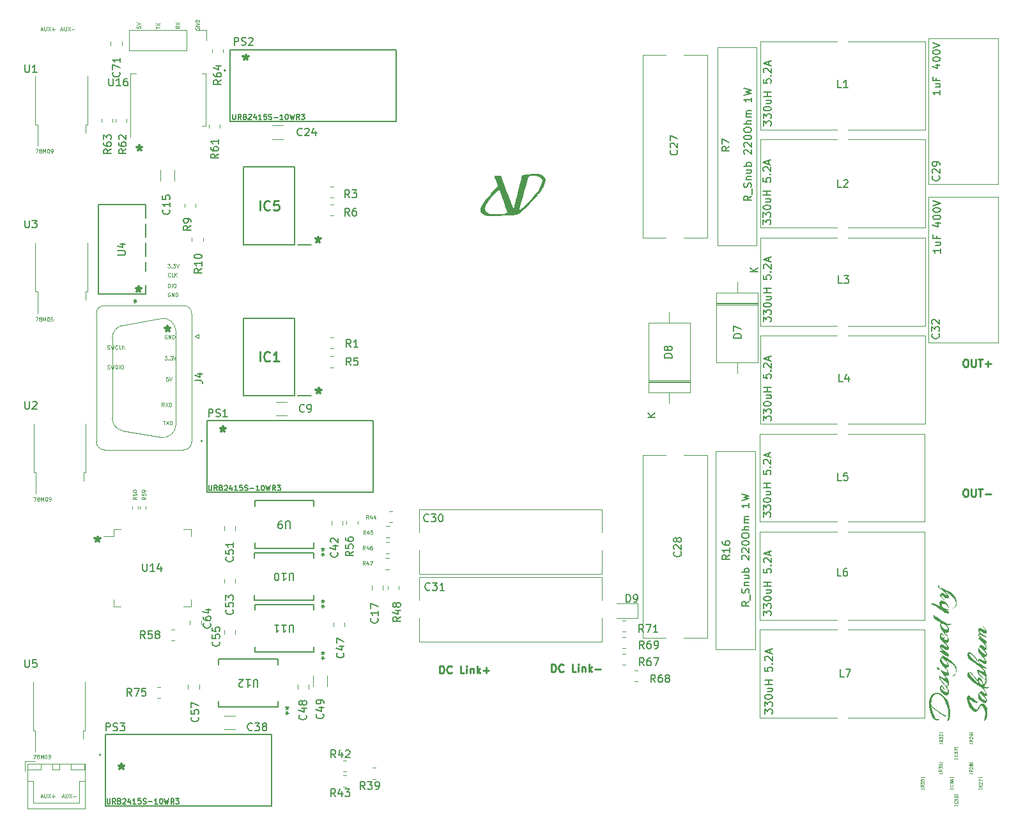
<source format=gbr>
%TF.GenerationSoftware,KiCad,Pcbnew,7.0.9*%
%TF.CreationDate,2024-05-31T16:15:52+05:30*%
%TF.ProjectId,LU,4c552e6b-6963-4616-945f-706362585858,v1.0*%
%TF.SameCoordinates,Original*%
%TF.FileFunction,Legend,Top*%
%TF.FilePolarity,Positive*%
%FSLAX46Y46*%
G04 Gerber Fmt 4.6, Leading zero omitted, Abs format (unit mm)*
G04 Created by KiCad (PCBNEW 7.0.9) date 2024-05-31 16:15:52*
%MOMM*%
%LPD*%
G01*
G04 APERTURE LIST*
%ADD10C,0.300000*%
%ADD11C,0.150000*%
%ADD12C,0.125000*%
%ADD13C,0.100000*%
%ADD14C,0.250000*%
%ADD15C,0.254000*%
%ADD16C,0.152400*%
%ADD17C,0.200000*%
%ADD18C,0.120000*%
%ADD19C,0.127000*%
G04 APERTURE END LIST*
D10*
X27978796Y-29280828D02*
X27978796Y-29637971D01*
X27621653Y-29495114D02*
X27978796Y-29637971D01*
X27978796Y-29637971D02*
X28335939Y-29495114D01*
X27764510Y-29923685D02*
X27978796Y-29637971D01*
X27978796Y-29637971D02*
X28193082Y-29923685D01*
X51668796Y-41440828D02*
X51668796Y-41797971D01*
X51311653Y-41655114D02*
X51668796Y-41797971D01*
X51668796Y-41797971D02*
X52025939Y-41655114D01*
X51454510Y-42083685D02*
X51668796Y-41797971D01*
X51668796Y-41797971D02*
X51883082Y-42083685D01*
X51738796Y-61430828D02*
X51738796Y-61787971D01*
X51381653Y-61645114D02*
X51738796Y-61787971D01*
X51738796Y-61787971D02*
X52095939Y-61645114D01*
X51524510Y-62073685D02*
X51738796Y-61787971D01*
X51738796Y-61787971D02*
X51953082Y-62073685D01*
X25598796Y-111220828D02*
X25598796Y-111577971D01*
X25241653Y-111435114D02*
X25598796Y-111577971D01*
X25598796Y-111577971D02*
X25955939Y-111435114D01*
X25384510Y-111863685D02*
X25598796Y-111577971D01*
X25598796Y-111577971D02*
X25813082Y-111863685D01*
X39058796Y-66510828D02*
X39058796Y-66867971D01*
X38701653Y-66725114D02*
X39058796Y-66867971D01*
X39058796Y-66867971D02*
X39415939Y-66725114D01*
X38844510Y-67153685D02*
X39058796Y-66867971D01*
X39058796Y-66867971D02*
X39273082Y-67153685D01*
X42078796Y-17280828D02*
X42078796Y-17637971D01*
X41721653Y-17495114D02*
X42078796Y-17637971D01*
X42078796Y-17637971D02*
X42435939Y-17495114D01*
X41864510Y-17923685D02*
X42078796Y-17637971D01*
X42078796Y-17637971D02*
X42293082Y-17923685D01*
X27878796Y-47980828D02*
X27878796Y-48337971D01*
X27521653Y-48195114D02*
X27878796Y-48337971D01*
X27878796Y-48337971D02*
X28235939Y-48195114D01*
X27664510Y-48623685D02*
X27878796Y-48337971D01*
X27878796Y-48337971D02*
X28093082Y-48623685D01*
X31708796Y-53210828D02*
X31708796Y-53567971D01*
X31351653Y-53425114D02*
X31708796Y-53567971D01*
X31708796Y-53567971D02*
X32065939Y-53425114D01*
X31494510Y-53853685D02*
X31708796Y-53567971D01*
X31708796Y-53567971D02*
X31923082Y-53853685D01*
X22428796Y-81140828D02*
X22428796Y-81497971D01*
X22071653Y-81355114D02*
X22428796Y-81497971D01*
X22428796Y-81497971D02*
X22785939Y-81355114D01*
X22214510Y-81783685D02*
X22428796Y-81497971D01*
X22428796Y-81497971D02*
X22643082Y-81783685D01*
D11*
X40339998Y-25156033D02*
X40339998Y-25722700D01*
X40339998Y-25722700D02*
X40373332Y-25789366D01*
X40373332Y-25789366D02*
X40406665Y-25822700D01*
X40406665Y-25822700D02*
X40473332Y-25856033D01*
X40473332Y-25856033D02*
X40606665Y-25856033D01*
X40606665Y-25856033D02*
X40673332Y-25822700D01*
X40673332Y-25822700D02*
X40706665Y-25789366D01*
X40706665Y-25789366D02*
X40739998Y-25722700D01*
X40739998Y-25722700D02*
X40739998Y-25156033D01*
X41473331Y-25856033D02*
X41239998Y-25522700D01*
X41073331Y-25856033D02*
X41073331Y-25156033D01*
X41073331Y-25156033D02*
X41339998Y-25156033D01*
X41339998Y-25156033D02*
X41406665Y-25189366D01*
X41406665Y-25189366D02*
X41439998Y-25222700D01*
X41439998Y-25222700D02*
X41473331Y-25289366D01*
X41473331Y-25289366D02*
X41473331Y-25389366D01*
X41473331Y-25389366D02*
X41439998Y-25456033D01*
X41439998Y-25456033D02*
X41406665Y-25489366D01*
X41406665Y-25489366D02*
X41339998Y-25522700D01*
X41339998Y-25522700D02*
X41073331Y-25522700D01*
X42006665Y-25489366D02*
X42106665Y-25522700D01*
X42106665Y-25522700D02*
X42139998Y-25556033D01*
X42139998Y-25556033D02*
X42173331Y-25622700D01*
X42173331Y-25622700D02*
X42173331Y-25722700D01*
X42173331Y-25722700D02*
X42139998Y-25789366D01*
X42139998Y-25789366D02*
X42106665Y-25822700D01*
X42106665Y-25822700D02*
X42039998Y-25856033D01*
X42039998Y-25856033D02*
X41773331Y-25856033D01*
X41773331Y-25856033D02*
X41773331Y-25156033D01*
X41773331Y-25156033D02*
X42006665Y-25156033D01*
X42006665Y-25156033D02*
X42073331Y-25189366D01*
X42073331Y-25189366D02*
X42106665Y-25222700D01*
X42106665Y-25222700D02*
X42139998Y-25289366D01*
X42139998Y-25289366D02*
X42139998Y-25356033D01*
X42139998Y-25356033D02*
X42106665Y-25422700D01*
X42106665Y-25422700D02*
X42073331Y-25456033D01*
X42073331Y-25456033D02*
X42006665Y-25489366D01*
X42006665Y-25489366D02*
X41773331Y-25489366D01*
X42439998Y-25222700D02*
X42473331Y-25189366D01*
X42473331Y-25189366D02*
X42539998Y-25156033D01*
X42539998Y-25156033D02*
X42706665Y-25156033D01*
X42706665Y-25156033D02*
X42773331Y-25189366D01*
X42773331Y-25189366D02*
X42806665Y-25222700D01*
X42806665Y-25222700D02*
X42839998Y-25289366D01*
X42839998Y-25289366D02*
X42839998Y-25356033D01*
X42839998Y-25356033D02*
X42806665Y-25456033D01*
X42806665Y-25456033D02*
X42406665Y-25856033D01*
X42406665Y-25856033D02*
X42839998Y-25856033D01*
X43439998Y-25389366D02*
X43439998Y-25856033D01*
X43273332Y-25122700D02*
X43106665Y-25622700D01*
X43106665Y-25622700D02*
X43539998Y-25622700D01*
X44173332Y-25856033D02*
X43773332Y-25856033D01*
X43973332Y-25856033D02*
X43973332Y-25156033D01*
X43973332Y-25156033D02*
X43906665Y-25256033D01*
X43906665Y-25256033D02*
X43839999Y-25322700D01*
X43839999Y-25322700D02*
X43773332Y-25356033D01*
X44806666Y-25156033D02*
X44473332Y-25156033D01*
X44473332Y-25156033D02*
X44439999Y-25489366D01*
X44439999Y-25489366D02*
X44473332Y-25456033D01*
X44473332Y-25456033D02*
X44539999Y-25422700D01*
X44539999Y-25422700D02*
X44706666Y-25422700D01*
X44706666Y-25422700D02*
X44773332Y-25456033D01*
X44773332Y-25456033D02*
X44806666Y-25489366D01*
X44806666Y-25489366D02*
X44839999Y-25556033D01*
X44839999Y-25556033D02*
X44839999Y-25722700D01*
X44839999Y-25722700D02*
X44806666Y-25789366D01*
X44806666Y-25789366D02*
X44773332Y-25822700D01*
X44773332Y-25822700D02*
X44706666Y-25856033D01*
X44706666Y-25856033D02*
X44539999Y-25856033D01*
X44539999Y-25856033D02*
X44473332Y-25822700D01*
X44473332Y-25822700D02*
X44439999Y-25789366D01*
X45106666Y-25822700D02*
X45206666Y-25856033D01*
X45206666Y-25856033D02*
X45373333Y-25856033D01*
X45373333Y-25856033D02*
X45439999Y-25822700D01*
X45439999Y-25822700D02*
X45473333Y-25789366D01*
X45473333Y-25789366D02*
X45506666Y-25722700D01*
X45506666Y-25722700D02*
X45506666Y-25656033D01*
X45506666Y-25656033D02*
X45473333Y-25589366D01*
X45473333Y-25589366D02*
X45439999Y-25556033D01*
X45439999Y-25556033D02*
X45373333Y-25522700D01*
X45373333Y-25522700D02*
X45239999Y-25489366D01*
X45239999Y-25489366D02*
X45173333Y-25456033D01*
X45173333Y-25456033D02*
X45139999Y-25422700D01*
X45139999Y-25422700D02*
X45106666Y-25356033D01*
X45106666Y-25356033D02*
X45106666Y-25289366D01*
X45106666Y-25289366D02*
X45139999Y-25222700D01*
X45139999Y-25222700D02*
X45173333Y-25189366D01*
X45173333Y-25189366D02*
X45239999Y-25156033D01*
X45239999Y-25156033D02*
X45406666Y-25156033D01*
X45406666Y-25156033D02*
X45506666Y-25189366D01*
X45806666Y-25589366D02*
X46340000Y-25589366D01*
X47040000Y-25856033D02*
X46640000Y-25856033D01*
X46840000Y-25856033D02*
X46840000Y-25156033D01*
X46840000Y-25156033D02*
X46773333Y-25256033D01*
X46773333Y-25256033D02*
X46706667Y-25322700D01*
X46706667Y-25322700D02*
X46640000Y-25356033D01*
X47473334Y-25156033D02*
X47540000Y-25156033D01*
X47540000Y-25156033D02*
X47606667Y-25189366D01*
X47606667Y-25189366D02*
X47640000Y-25222700D01*
X47640000Y-25222700D02*
X47673334Y-25289366D01*
X47673334Y-25289366D02*
X47706667Y-25422700D01*
X47706667Y-25422700D02*
X47706667Y-25589366D01*
X47706667Y-25589366D02*
X47673334Y-25722700D01*
X47673334Y-25722700D02*
X47640000Y-25789366D01*
X47640000Y-25789366D02*
X47606667Y-25822700D01*
X47606667Y-25822700D02*
X47540000Y-25856033D01*
X47540000Y-25856033D02*
X47473334Y-25856033D01*
X47473334Y-25856033D02*
X47406667Y-25822700D01*
X47406667Y-25822700D02*
X47373334Y-25789366D01*
X47373334Y-25789366D02*
X47340000Y-25722700D01*
X47340000Y-25722700D02*
X47306667Y-25589366D01*
X47306667Y-25589366D02*
X47306667Y-25422700D01*
X47306667Y-25422700D02*
X47340000Y-25289366D01*
X47340000Y-25289366D02*
X47373334Y-25222700D01*
X47373334Y-25222700D02*
X47406667Y-25189366D01*
X47406667Y-25189366D02*
X47473334Y-25156033D01*
X47940001Y-25156033D02*
X48106667Y-25856033D01*
X48106667Y-25856033D02*
X48240001Y-25356033D01*
X48240001Y-25356033D02*
X48373334Y-25856033D01*
X48373334Y-25856033D02*
X48540001Y-25156033D01*
X49206667Y-25856033D02*
X48973334Y-25522700D01*
X48806667Y-25856033D02*
X48806667Y-25156033D01*
X48806667Y-25156033D02*
X49073334Y-25156033D01*
X49073334Y-25156033D02*
X49140001Y-25189366D01*
X49140001Y-25189366D02*
X49173334Y-25222700D01*
X49173334Y-25222700D02*
X49206667Y-25289366D01*
X49206667Y-25289366D02*
X49206667Y-25389366D01*
X49206667Y-25389366D02*
X49173334Y-25456033D01*
X49173334Y-25456033D02*
X49140001Y-25489366D01*
X49140001Y-25489366D02*
X49073334Y-25522700D01*
X49073334Y-25522700D02*
X48806667Y-25522700D01*
X49440001Y-25156033D02*
X49873334Y-25156033D01*
X49873334Y-25156033D02*
X49640001Y-25422700D01*
X49640001Y-25422700D02*
X49740001Y-25422700D01*
X49740001Y-25422700D02*
X49806667Y-25456033D01*
X49806667Y-25456033D02*
X49840001Y-25489366D01*
X49840001Y-25489366D02*
X49873334Y-25556033D01*
X49873334Y-25556033D02*
X49873334Y-25722700D01*
X49873334Y-25722700D02*
X49840001Y-25789366D01*
X49840001Y-25789366D02*
X49806667Y-25822700D01*
X49806667Y-25822700D02*
X49740001Y-25856033D01*
X49740001Y-25856033D02*
X49540001Y-25856033D01*
X49540001Y-25856033D02*
X49473334Y-25822700D01*
X49473334Y-25822700D02*
X49440001Y-25789366D01*
X37159998Y-74306033D02*
X37159998Y-74872700D01*
X37159998Y-74872700D02*
X37193332Y-74939366D01*
X37193332Y-74939366D02*
X37226665Y-74972700D01*
X37226665Y-74972700D02*
X37293332Y-75006033D01*
X37293332Y-75006033D02*
X37426665Y-75006033D01*
X37426665Y-75006033D02*
X37493332Y-74972700D01*
X37493332Y-74972700D02*
X37526665Y-74939366D01*
X37526665Y-74939366D02*
X37559998Y-74872700D01*
X37559998Y-74872700D02*
X37559998Y-74306033D01*
X38293331Y-75006033D02*
X38059998Y-74672700D01*
X37893331Y-75006033D02*
X37893331Y-74306033D01*
X37893331Y-74306033D02*
X38159998Y-74306033D01*
X38159998Y-74306033D02*
X38226665Y-74339366D01*
X38226665Y-74339366D02*
X38259998Y-74372700D01*
X38259998Y-74372700D02*
X38293331Y-74439366D01*
X38293331Y-74439366D02*
X38293331Y-74539366D01*
X38293331Y-74539366D02*
X38259998Y-74606033D01*
X38259998Y-74606033D02*
X38226665Y-74639366D01*
X38226665Y-74639366D02*
X38159998Y-74672700D01*
X38159998Y-74672700D02*
X37893331Y-74672700D01*
X38826665Y-74639366D02*
X38926665Y-74672700D01*
X38926665Y-74672700D02*
X38959998Y-74706033D01*
X38959998Y-74706033D02*
X38993331Y-74772700D01*
X38993331Y-74772700D02*
X38993331Y-74872700D01*
X38993331Y-74872700D02*
X38959998Y-74939366D01*
X38959998Y-74939366D02*
X38926665Y-74972700D01*
X38926665Y-74972700D02*
X38859998Y-75006033D01*
X38859998Y-75006033D02*
X38593331Y-75006033D01*
X38593331Y-75006033D02*
X38593331Y-74306033D01*
X38593331Y-74306033D02*
X38826665Y-74306033D01*
X38826665Y-74306033D02*
X38893331Y-74339366D01*
X38893331Y-74339366D02*
X38926665Y-74372700D01*
X38926665Y-74372700D02*
X38959998Y-74439366D01*
X38959998Y-74439366D02*
X38959998Y-74506033D01*
X38959998Y-74506033D02*
X38926665Y-74572700D01*
X38926665Y-74572700D02*
X38893331Y-74606033D01*
X38893331Y-74606033D02*
X38826665Y-74639366D01*
X38826665Y-74639366D02*
X38593331Y-74639366D01*
X39259998Y-74372700D02*
X39293331Y-74339366D01*
X39293331Y-74339366D02*
X39359998Y-74306033D01*
X39359998Y-74306033D02*
X39526665Y-74306033D01*
X39526665Y-74306033D02*
X39593331Y-74339366D01*
X39593331Y-74339366D02*
X39626665Y-74372700D01*
X39626665Y-74372700D02*
X39659998Y-74439366D01*
X39659998Y-74439366D02*
X39659998Y-74506033D01*
X39659998Y-74506033D02*
X39626665Y-74606033D01*
X39626665Y-74606033D02*
X39226665Y-75006033D01*
X39226665Y-75006033D02*
X39659998Y-75006033D01*
X40259998Y-74539366D02*
X40259998Y-75006033D01*
X40093332Y-74272700D02*
X39926665Y-74772700D01*
X39926665Y-74772700D02*
X40359998Y-74772700D01*
X40993332Y-75006033D02*
X40593332Y-75006033D01*
X40793332Y-75006033D02*
X40793332Y-74306033D01*
X40793332Y-74306033D02*
X40726665Y-74406033D01*
X40726665Y-74406033D02*
X40659999Y-74472700D01*
X40659999Y-74472700D02*
X40593332Y-74506033D01*
X41626666Y-74306033D02*
X41293332Y-74306033D01*
X41293332Y-74306033D02*
X41259999Y-74639366D01*
X41259999Y-74639366D02*
X41293332Y-74606033D01*
X41293332Y-74606033D02*
X41359999Y-74572700D01*
X41359999Y-74572700D02*
X41526666Y-74572700D01*
X41526666Y-74572700D02*
X41593332Y-74606033D01*
X41593332Y-74606033D02*
X41626666Y-74639366D01*
X41626666Y-74639366D02*
X41659999Y-74706033D01*
X41659999Y-74706033D02*
X41659999Y-74872700D01*
X41659999Y-74872700D02*
X41626666Y-74939366D01*
X41626666Y-74939366D02*
X41593332Y-74972700D01*
X41593332Y-74972700D02*
X41526666Y-75006033D01*
X41526666Y-75006033D02*
X41359999Y-75006033D01*
X41359999Y-75006033D02*
X41293332Y-74972700D01*
X41293332Y-74972700D02*
X41259999Y-74939366D01*
X41926666Y-74972700D02*
X42026666Y-75006033D01*
X42026666Y-75006033D02*
X42193333Y-75006033D01*
X42193333Y-75006033D02*
X42259999Y-74972700D01*
X42259999Y-74972700D02*
X42293333Y-74939366D01*
X42293333Y-74939366D02*
X42326666Y-74872700D01*
X42326666Y-74872700D02*
X42326666Y-74806033D01*
X42326666Y-74806033D02*
X42293333Y-74739366D01*
X42293333Y-74739366D02*
X42259999Y-74706033D01*
X42259999Y-74706033D02*
X42193333Y-74672700D01*
X42193333Y-74672700D02*
X42059999Y-74639366D01*
X42059999Y-74639366D02*
X41993333Y-74606033D01*
X41993333Y-74606033D02*
X41959999Y-74572700D01*
X41959999Y-74572700D02*
X41926666Y-74506033D01*
X41926666Y-74506033D02*
X41926666Y-74439366D01*
X41926666Y-74439366D02*
X41959999Y-74372700D01*
X41959999Y-74372700D02*
X41993333Y-74339366D01*
X41993333Y-74339366D02*
X42059999Y-74306033D01*
X42059999Y-74306033D02*
X42226666Y-74306033D01*
X42226666Y-74306033D02*
X42326666Y-74339366D01*
X42626666Y-74739366D02*
X43160000Y-74739366D01*
X43860000Y-75006033D02*
X43460000Y-75006033D01*
X43660000Y-75006033D02*
X43660000Y-74306033D01*
X43660000Y-74306033D02*
X43593333Y-74406033D01*
X43593333Y-74406033D02*
X43526667Y-74472700D01*
X43526667Y-74472700D02*
X43460000Y-74506033D01*
X44293334Y-74306033D02*
X44360000Y-74306033D01*
X44360000Y-74306033D02*
X44426667Y-74339366D01*
X44426667Y-74339366D02*
X44460000Y-74372700D01*
X44460000Y-74372700D02*
X44493334Y-74439366D01*
X44493334Y-74439366D02*
X44526667Y-74572700D01*
X44526667Y-74572700D02*
X44526667Y-74739366D01*
X44526667Y-74739366D02*
X44493334Y-74872700D01*
X44493334Y-74872700D02*
X44460000Y-74939366D01*
X44460000Y-74939366D02*
X44426667Y-74972700D01*
X44426667Y-74972700D02*
X44360000Y-75006033D01*
X44360000Y-75006033D02*
X44293334Y-75006033D01*
X44293334Y-75006033D02*
X44226667Y-74972700D01*
X44226667Y-74972700D02*
X44193334Y-74939366D01*
X44193334Y-74939366D02*
X44160000Y-74872700D01*
X44160000Y-74872700D02*
X44126667Y-74739366D01*
X44126667Y-74739366D02*
X44126667Y-74572700D01*
X44126667Y-74572700D02*
X44160000Y-74439366D01*
X44160000Y-74439366D02*
X44193334Y-74372700D01*
X44193334Y-74372700D02*
X44226667Y-74339366D01*
X44226667Y-74339366D02*
X44293334Y-74306033D01*
X44760001Y-74306033D02*
X44926667Y-75006033D01*
X44926667Y-75006033D02*
X45060001Y-74506033D01*
X45060001Y-74506033D02*
X45193334Y-75006033D01*
X45193334Y-75006033D02*
X45360001Y-74306033D01*
X46026667Y-75006033D02*
X45793334Y-74672700D01*
X45626667Y-75006033D02*
X45626667Y-74306033D01*
X45626667Y-74306033D02*
X45893334Y-74306033D01*
X45893334Y-74306033D02*
X45960001Y-74339366D01*
X45960001Y-74339366D02*
X45993334Y-74372700D01*
X45993334Y-74372700D02*
X46026667Y-74439366D01*
X46026667Y-74439366D02*
X46026667Y-74539366D01*
X46026667Y-74539366D02*
X45993334Y-74606033D01*
X45993334Y-74606033D02*
X45960001Y-74639366D01*
X45960001Y-74639366D02*
X45893334Y-74672700D01*
X45893334Y-74672700D02*
X45626667Y-74672700D01*
X46260001Y-74306033D02*
X46693334Y-74306033D01*
X46693334Y-74306033D02*
X46460001Y-74572700D01*
X46460001Y-74572700D02*
X46560001Y-74572700D01*
X46560001Y-74572700D02*
X46626667Y-74606033D01*
X46626667Y-74606033D02*
X46660001Y-74639366D01*
X46660001Y-74639366D02*
X46693334Y-74706033D01*
X46693334Y-74706033D02*
X46693334Y-74872700D01*
X46693334Y-74872700D02*
X46660001Y-74939366D01*
X46660001Y-74939366D02*
X46626667Y-74972700D01*
X46626667Y-74972700D02*
X46560001Y-75006033D01*
X46560001Y-75006033D02*
X46360001Y-75006033D01*
X46360001Y-75006033D02*
X46293334Y-74972700D01*
X46293334Y-74972700D02*
X46260001Y-74939366D01*
D12*
X13903664Y-110002309D02*
X14236997Y-110002309D01*
X14236997Y-110002309D02*
X14022712Y-110502309D01*
X14498902Y-110216595D02*
X14451283Y-110192785D01*
X14451283Y-110192785D02*
X14427473Y-110168976D01*
X14427473Y-110168976D02*
X14403664Y-110121357D01*
X14403664Y-110121357D02*
X14403664Y-110097547D01*
X14403664Y-110097547D02*
X14427473Y-110049928D01*
X14427473Y-110049928D02*
X14451283Y-110026119D01*
X14451283Y-110026119D02*
X14498902Y-110002309D01*
X14498902Y-110002309D02*
X14594140Y-110002309D01*
X14594140Y-110002309D02*
X14641759Y-110026119D01*
X14641759Y-110026119D02*
X14665568Y-110049928D01*
X14665568Y-110049928D02*
X14689378Y-110097547D01*
X14689378Y-110097547D02*
X14689378Y-110121357D01*
X14689378Y-110121357D02*
X14665568Y-110168976D01*
X14665568Y-110168976D02*
X14641759Y-110192785D01*
X14641759Y-110192785D02*
X14594140Y-110216595D01*
X14594140Y-110216595D02*
X14498902Y-110216595D01*
X14498902Y-110216595D02*
X14451283Y-110240404D01*
X14451283Y-110240404D02*
X14427473Y-110264214D01*
X14427473Y-110264214D02*
X14403664Y-110311833D01*
X14403664Y-110311833D02*
X14403664Y-110407071D01*
X14403664Y-110407071D02*
X14427473Y-110454690D01*
X14427473Y-110454690D02*
X14451283Y-110478500D01*
X14451283Y-110478500D02*
X14498902Y-110502309D01*
X14498902Y-110502309D02*
X14594140Y-110502309D01*
X14594140Y-110502309D02*
X14641759Y-110478500D01*
X14641759Y-110478500D02*
X14665568Y-110454690D01*
X14665568Y-110454690D02*
X14689378Y-110407071D01*
X14689378Y-110407071D02*
X14689378Y-110311833D01*
X14689378Y-110311833D02*
X14665568Y-110264214D01*
X14665568Y-110264214D02*
X14641759Y-110240404D01*
X14641759Y-110240404D02*
X14594140Y-110216595D01*
X14903663Y-110502309D02*
X14903663Y-110002309D01*
X14903663Y-110002309D02*
X15070330Y-110359452D01*
X15070330Y-110359452D02*
X15236996Y-110002309D01*
X15236996Y-110002309D02*
X15236996Y-110502309D01*
X15570330Y-110002309D02*
X15617949Y-110002309D01*
X15617949Y-110002309D02*
X15665568Y-110026119D01*
X15665568Y-110026119D02*
X15689378Y-110049928D01*
X15689378Y-110049928D02*
X15713187Y-110097547D01*
X15713187Y-110097547D02*
X15736997Y-110192785D01*
X15736997Y-110192785D02*
X15736997Y-110311833D01*
X15736997Y-110311833D02*
X15713187Y-110407071D01*
X15713187Y-110407071D02*
X15689378Y-110454690D01*
X15689378Y-110454690D02*
X15665568Y-110478500D01*
X15665568Y-110478500D02*
X15617949Y-110502309D01*
X15617949Y-110502309D02*
X15570330Y-110502309D01*
X15570330Y-110502309D02*
X15522711Y-110478500D01*
X15522711Y-110478500D02*
X15498902Y-110454690D01*
X15498902Y-110454690D02*
X15475092Y-110407071D01*
X15475092Y-110407071D02*
X15451283Y-110311833D01*
X15451283Y-110311833D02*
X15451283Y-110192785D01*
X15451283Y-110192785D02*
X15475092Y-110097547D01*
X15475092Y-110097547D02*
X15498902Y-110049928D01*
X15498902Y-110049928D02*
X15522711Y-110026119D01*
X15522711Y-110026119D02*
X15570330Y-110002309D01*
X15975092Y-110502309D02*
X16070330Y-110502309D01*
X16070330Y-110502309D02*
X16117949Y-110478500D01*
X16117949Y-110478500D02*
X16141758Y-110454690D01*
X16141758Y-110454690D02*
X16189377Y-110383261D01*
X16189377Y-110383261D02*
X16213187Y-110288023D01*
X16213187Y-110288023D02*
X16213187Y-110097547D01*
X16213187Y-110097547D02*
X16189377Y-110049928D01*
X16189377Y-110049928D02*
X16165568Y-110026119D01*
X16165568Y-110026119D02*
X16117949Y-110002309D01*
X16117949Y-110002309D02*
X16022711Y-110002309D01*
X16022711Y-110002309D02*
X15975092Y-110026119D01*
X15975092Y-110026119D02*
X15951282Y-110049928D01*
X15951282Y-110049928D02*
X15927473Y-110097547D01*
X15927473Y-110097547D02*
X15927473Y-110216595D01*
X15927473Y-110216595D02*
X15951282Y-110264214D01*
X15951282Y-110264214D02*
X15975092Y-110288023D01*
X15975092Y-110288023D02*
X16022711Y-110311833D01*
X16022711Y-110311833D02*
X16117949Y-110311833D01*
X16117949Y-110311833D02*
X16165568Y-110288023D01*
X16165568Y-110288023D02*
X16189377Y-110264214D01*
X16189377Y-110264214D02*
X16213187Y-110216595D01*
X13953664Y-75872309D02*
X14286997Y-75872309D01*
X14286997Y-75872309D02*
X14072712Y-76372309D01*
X14548902Y-76086595D02*
X14501283Y-76062785D01*
X14501283Y-76062785D02*
X14477473Y-76038976D01*
X14477473Y-76038976D02*
X14453664Y-75991357D01*
X14453664Y-75991357D02*
X14453664Y-75967547D01*
X14453664Y-75967547D02*
X14477473Y-75919928D01*
X14477473Y-75919928D02*
X14501283Y-75896119D01*
X14501283Y-75896119D02*
X14548902Y-75872309D01*
X14548902Y-75872309D02*
X14644140Y-75872309D01*
X14644140Y-75872309D02*
X14691759Y-75896119D01*
X14691759Y-75896119D02*
X14715568Y-75919928D01*
X14715568Y-75919928D02*
X14739378Y-75967547D01*
X14739378Y-75967547D02*
X14739378Y-75991357D01*
X14739378Y-75991357D02*
X14715568Y-76038976D01*
X14715568Y-76038976D02*
X14691759Y-76062785D01*
X14691759Y-76062785D02*
X14644140Y-76086595D01*
X14644140Y-76086595D02*
X14548902Y-76086595D01*
X14548902Y-76086595D02*
X14501283Y-76110404D01*
X14501283Y-76110404D02*
X14477473Y-76134214D01*
X14477473Y-76134214D02*
X14453664Y-76181833D01*
X14453664Y-76181833D02*
X14453664Y-76277071D01*
X14453664Y-76277071D02*
X14477473Y-76324690D01*
X14477473Y-76324690D02*
X14501283Y-76348500D01*
X14501283Y-76348500D02*
X14548902Y-76372309D01*
X14548902Y-76372309D02*
X14644140Y-76372309D01*
X14644140Y-76372309D02*
X14691759Y-76348500D01*
X14691759Y-76348500D02*
X14715568Y-76324690D01*
X14715568Y-76324690D02*
X14739378Y-76277071D01*
X14739378Y-76277071D02*
X14739378Y-76181833D01*
X14739378Y-76181833D02*
X14715568Y-76134214D01*
X14715568Y-76134214D02*
X14691759Y-76110404D01*
X14691759Y-76110404D02*
X14644140Y-76086595D01*
X14953663Y-76372309D02*
X14953663Y-75872309D01*
X14953663Y-75872309D02*
X15120330Y-76229452D01*
X15120330Y-76229452D02*
X15286996Y-75872309D01*
X15286996Y-75872309D02*
X15286996Y-76372309D01*
X15620330Y-75872309D02*
X15667949Y-75872309D01*
X15667949Y-75872309D02*
X15715568Y-75896119D01*
X15715568Y-75896119D02*
X15739378Y-75919928D01*
X15739378Y-75919928D02*
X15763187Y-75967547D01*
X15763187Y-75967547D02*
X15786997Y-76062785D01*
X15786997Y-76062785D02*
X15786997Y-76181833D01*
X15786997Y-76181833D02*
X15763187Y-76277071D01*
X15763187Y-76277071D02*
X15739378Y-76324690D01*
X15739378Y-76324690D02*
X15715568Y-76348500D01*
X15715568Y-76348500D02*
X15667949Y-76372309D01*
X15667949Y-76372309D02*
X15620330Y-76372309D01*
X15620330Y-76372309D02*
X15572711Y-76348500D01*
X15572711Y-76348500D02*
X15548902Y-76324690D01*
X15548902Y-76324690D02*
X15525092Y-76277071D01*
X15525092Y-76277071D02*
X15501283Y-76181833D01*
X15501283Y-76181833D02*
X15501283Y-76062785D01*
X15501283Y-76062785D02*
X15525092Y-75967547D01*
X15525092Y-75967547D02*
X15548902Y-75919928D01*
X15548902Y-75919928D02*
X15572711Y-75896119D01*
X15572711Y-75896119D02*
X15620330Y-75872309D01*
X16025092Y-76372309D02*
X16120330Y-76372309D01*
X16120330Y-76372309D02*
X16167949Y-76348500D01*
X16167949Y-76348500D02*
X16191758Y-76324690D01*
X16191758Y-76324690D02*
X16239377Y-76253261D01*
X16239377Y-76253261D02*
X16263187Y-76158023D01*
X16263187Y-76158023D02*
X16263187Y-75967547D01*
X16263187Y-75967547D02*
X16239377Y-75919928D01*
X16239377Y-75919928D02*
X16215568Y-75896119D01*
X16215568Y-75896119D02*
X16167949Y-75872309D01*
X16167949Y-75872309D02*
X16072711Y-75872309D01*
X16072711Y-75872309D02*
X16025092Y-75896119D01*
X16025092Y-75896119D02*
X16001282Y-75919928D01*
X16001282Y-75919928D02*
X15977473Y-75967547D01*
X15977473Y-75967547D02*
X15977473Y-76086595D01*
X15977473Y-76086595D02*
X16001282Y-76134214D01*
X16001282Y-76134214D02*
X16025092Y-76158023D01*
X16025092Y-76158023D02*
X16072711Y-76181833D01*
X16072711Y-76181833D02*
X16167949Y-76181833D01*
X16167949Y-76181833D02*
X16215568Y-76158023D01*
X16215568Y-76158023D02*
X16239377Y-76134214D01*
X16239377Y-76134214D02*
X16263187Y-76086595D01*
X14213664Y-29782309D02*
X14546997Y-29782309D01*
X14546997Y-29782309D02*
X14332712Y-30282309D01*
X14808902Y-29996595D02*
X14761283Y-29972785D01*
X14761283Y-29972785D02*
X14737473Y-29948976D01*
X14737473Y-29948976D02*
X14713664Y-29901357D01*
X14713664Y-29901357D02*
X14713664Y-29877547D01*
X14713664Y-29877547D02*
X14737473Y-29829928D01*
X14737473Y-29829928D02*
X14761283Y-29806119D01*
X14761283Y-29806119D02*
X14808902Y-29782309D01*
X14808902Y-29782309D02*
X14904140Y-29782309D01*
X14904140Y-29782309D02*
X14951759Y-29806119D01*
X14951759Y-29806119D02*
X14975568Y-29829928D01*
X14975568Y-29829928D02*
X14999378Y-29877547D01*
X14999378Y-29877547D02*
X14999378Y-29901357D01*
X14999378Y-29901357D02*
X14975568Y-29948976D01*
X14975568Y-29948976D02*
X14951759Y-29972785D01*
X14951759Y-29972785D02*
X14904140Y-29996595D01*
X14904140Y-29996595D02*
X14808902Y-29996595D01*
X14808902Y-29996595D02*
X14761283Y-30020404D01*
X14761283Y-30020404D02*
X14737473Y-30044214D01*
X14737473Y-30044214D02*
X14713664Y-30091833D01*
X14713664Y-30091833D02*
X14713664Y-30187071D01*
X14713664Y-30187071D02*
X14737473Y-30234690D01*
X14737473Y-30234690D02*
X14761283Y-30258500D01*
X14761283Y-30258500D02*
X14808902Y-30282309D01*
X14808902Y-30282309D02*
X14904140Y-30282309D01*
X14904140Y-30282309D02*
X14951759Y-30258500D01*
X14951759Y-30258500D02*
X14975568Y-30234690D01*
X14975568Y-30234690D02*
X14999378Y-30187071D01*
X14999378Y-30187071D02*
X14999378Y-30091833D01*
X14999378Y-30091833D02*
X14975568Y-30044214D01*
X14975568Y-30044214D02*
X14951759Y-30020404D01*
X14951759Y-30020404D02*
X14904140Y-29996595D01*
X15213663Y-30282309D02*
X15213663Y-29782309D01*
X15213663Y-29782309D02*
X15380330Y-30139452D01*
X15380330Y-30139452D02*
X15546996Y-29782309D01*
X15546996Y-29782309D02*
X15546996Y-30282309D01*
X15880330Y-29782309D02*
X15927949Y-29782309D01*
X15927949Y-29782309D02*
X15975568Y-29806119D01*
X15975568Y-29806119D02*
X15999378Y-29829928D01*
X15999378Y-29829928D02*
X16023187Y-29877547D01*
X16023187Y-29877547D02*
X16046997Y-29972785D01*
X16046997Y-29972785D02*
X16046997Y-30091833D01*
X16046997Y-30091833D02*
X16023187Y-30187071D01*
X16023187Y-30187071D02*
X15999378Y-30234690D01*
X15999378Y-30234690D02*
X15975568Y-30258500D01*
X15975568Y-30258500D02*
X15927949Y-30282309D01*
X15927949Y-30282309D02*
X15880330Y-30282309D01*
X15880330Y-30282309D02*
X15832711Y-30258500D01*
X15832711Y-30258500D02*
X15808902Y-30234690D01*
X15808902Y-30234690D02*
X15785092Y-30187071D01*
X15785092Y-30187071D02*
X15761283Y-30091833D01*
X15761283Y-30091833D02*
X15761283Y-29972785D01*
X15761283Y-29972785D02*
X15785092Y-29877547D01*
X15785092Y-29877547D02*
X15808902Y-29829928D01*
X15808902Y-29829928D02*
X15832711Y-29806119D01*
X15832711Y-29806119D02*
X15880330Y-29782309D01*
X16285092Y-30282309D02*
X16380330Y-30282309D01*
X16380330Y-30282309D02*
X16427949Y-30258500D01*
X16427949Y-30258500D02*
X16451758Y-30234690D01*
X16451758Y-30234690D02*
X16499377Y-30163261D01*
X16499377Y-30163261D02*
X16523187Y-30068023D01*
X16523187Y-30068023D02*
X16523187Y-29877547D01*
X16523187Y-29877547D02*
X16499377Y-29829928D01*
X16499377Y-29829928D02*
X16475568Y-29806119D01*
X16475568Y-29806119D02*
X16427949Y-29782309D01*
X16427949Y-29782309D02*
X16332711Y-29782309D01*
X16332711Y-29782309D02*
X16285092Y-29806119D01*
X16285092Y-29806119D02*
X16261282Y-29829928D01*
X16261282Y-29829928D02*
X16237473Y-29877547D01*
X16237473Y-29877547D02*
X16237473Y-29996595D01*
X16237473Y-29996595D02*
X16261282Y-30044214D01*
X16261282Y-30044214D02*
X16285092Y-30068023D01*
X16285092Y-30068023D02*
X16332711Y-30091833D01*
X16332711Y-30091833D02*
X16427949Y-30091833D01*
X16427949Y-30091833D02*
X16475568Y-30068023D01*
X16475568Y-30068023D02*
X16499377Y-30044214D01*
X16499377Y-30044214D02*
X16523187Y-29996595D01*
X14213664Y-52052309D02*
X14546997Y-52052309D01*
X14546997Y-52052309D02*
X14332712Y-52552309D01*
X14808902Y-52266595D02*
X14761283Y-52242785D01*
X14761283Y-52242785D02*
X14737473Y-52218976D01*
X14737473Y-52218976D02*
X14713664Y-52171357D01*
X14713664Y-52171357D02*
X14713664Y-52147547D01*
X14713664Y-52147547D02*
X14737473Y-52099928D01*
X14737473Y-52099928D02*
X14761283Y-52076119D01*
X14761283Y-52076119D02*
X14808902Y-52052309D01*
X14808902Y-52052309D02*
X14904140Y-52052309D01*
X14904140Y-52052309D02*
X14951759Y-52076119D01*
X14951759Y-52076119D02*
X14975568Y-52099928D01*
X14975568Y-52099928D02*
X14999378Y-52147547D01*
X14999378Y-52147547D02*
X14999378Y-52171357D01*
X14999378Y-52171357D02*
X14975568Y-52218976D01*
X14975568Y-52218976D02*
X14951759Y-52242785D01*
X14951759Y-52242785D02*
X14904140Y-52266595D01*
X14904140Y-52266595D02*
X14808902Y-52266595D01*
X14808902Y-52266595D02*
X14761283Y-52290404D01*
X14761283Y-52290404D02*
X14737473Y-52314214D01*
X14737473Y-52314214D02*
X14713664Y-52361833D01*
X14713664Y-52361833D02*
X14713664Y-52457071D01*
X14713664Y-52457071D02*
X14737473Y-52504690D01*
X14737473Y-52504690D02*
X14761283Y-52528500D01*
X14761283Y-52528500D02*
X14808902Y-52552309D01*
X14808902Y-52552309D02*
X14904140Y-52552309D01*
X14904140Y-52552309D02*
X14951759Y-52528500D01*
X14951759Y-52528500D02*
X14975568Y-52504690D01*
X14975568Y-52504690D02*
X14999378Y-52457071D01*
X14999378Y-52457071D02*
X14999378Y-52361833D01*
X14999378Y-52361833D02*
X14975568Y-52314214D01*
X14975568Y-52314214D02*
X14951759Y-52290404D01*
X14951759Y-52290404D02*
X14904140Y-52266595D01*
X15213663Y-52552309D02*
X15213663Y-52052309D01*
X15213663Y-52052309D02*
X15380330Y-52409452D01*
X15380330Y-52409452D02*
X15546996Y-52052309D01*
X15546996Y-52052309D02*
X15546996Y-52552309D01*
X15880330Y-52052309D02*
X15927949Y-52052309D01*
X15927949Y-52052309D02*
X15975568Y-52076119D01*
X15975568Y-52076119D02*
X15999378Y-52099928D01*
X15999378Y-52099928D02*
X16023187Y-52147547D01*
X16023187Y-52147547D02*
X16046997Y-52242785D01*
X16046997Y-52242785D02*
X16046997Y-52361833D01*
X16046997Y-52361833D02*
X16023187Y-52457071D01*
X16023187Y-52457071D02*
X15999378Y-52504690D01*
X15999378Y-52504690D02*
X15975568Y-52528500D01*
X15975568Y-52528500D02*
X15927949Y-52552309D01*
X15927949Y-52552309D02*
X15880330Y-52552309D01*
X15880330Y-52552309D02*
X15832711Y-52528500D01*
X15832711Y-52528500D02*
X15808902Y-52504690D01*
X15808902Y-52504690D02*
X15785092Y-52457071D01*
X15785092Y-52457071D02*
X15761283Y-52361833D01*
X15761283Y-52361833D02*
X15761283Y-52242785D01*
X15761283Y-52242785D02*
X15785092Y-52147547D01*
X15785092Y-52147547D02*
X15808902Y-52099928D01*
X15808902Y-52099928D02*
X15832711Y-52076119D01*
X15832711Y-52076119D02*
X15880330Y-52052309D01*
X16499377Y-52052309D02*
X16261282Y-52052309D01*
X16261282Y-52052309D02*
X16237473Y-52290404D01*
X16237473Y-52290404D02*
X16261282Y-52266595D01*
X16261282Y-52266595D02*
X16308901Y-52242785D01*
X16308901Y-52242785D02*
X16427949Y-52242785D01*
X16427949Y-52242785D02*
X16475568Y-52266595D01*
X16475568Y-52266595D02*
X16499377Y-52290404D01*
X16499377Y-52290404D02*
X16523187Y-52338023D01*
X16523187Y-52338023D02*
X16523187Y-52457071D01*
X16523187Y-52457071D02*
X16499377Y-52504690D01*
X16499377Y-52504690D02*
X16475568Y-52528500D01*
X16475568Y-52528500D02*
X16427949Y-52552309D01*
X16427949Y-52552309D02*
X16308901Y-52552309D01*
X16308901Y-52552309D02*
X16261282Y-52528500D01*
X16261282Y-52528500D02*
X16237473Y-52504690D01*
D11*
X110684819Y-26671904D02*
X110684819Y-26052857D01*
X110684819Y-26052857D02*
X111065771Y-26386190D01*
X111065771Y-26386190D02*
X111065771Y-26243333D01*
X111065771Y-26243333D02*
X111113390Y-26148095D01*
X111113390Y-26148095D02*
X111161009Y-26100476D01*
X111161009Y-26100476D02*
X111256247Y-26052857D01*
X111256247Y-26052857D02*
X111494342Y-26052857D01*
X111494342Y-26052857D02*
X111589580Y-26100476D01*
X111589580Y-26100476D02*
X111637200Y-26148095D01*
X111637200Y-26148095D02*
X111684819Y-26243333D01*
X111684819Y-26243333D02*
X111684819Y-26529047D01*
X111684819Y-26529047D02*
X111637200Y-26624285D01*
X111637200Y-26624285D02*
X111589580Y-26671904D01*
X110684819Y-25719523D02*
X110684819Y-25100476D01*
X110684819Y-25100476D02*
X111065771Y-25433809D01*
X111065771Y-25433809D02*
X111065771Y-25290952D01*
X111065771Y-25290952D02*
X111113390Y-25195714D01*
X111113390Y-25195714D02*
X111161009Y-25148095D01*
X111161009Y-25148095D02*
X111256247Y-25100476D01*
X111256247Y-25100476D02*
X111494342Y-25100476D01*
X111494342Y-25100476D02*
X111589580Y-25148095D01*
X111589580Y-25148095D02*
X111637200Y-25195714D01*
X111637200Y-25195714D02*
X111684819Y-25290952D01*
X111684819Y-25290952D02*
X111684819Y-25576666D01*
X111684819Y-25576666D02*
X111637200Y-25671904D01*
X111637200Y-25671904D02*
X111589580Y-25719523D01*
X110684819Y-24481428D02*
X110684819Y-24386190D01*
X110684819Y-24386190D02*
X110732438Y-24290952D01*
X110732438Y-24290952D02*
X110780057Y-24243333D01*
X110780057Y-24243333D02*
X110875295Y-24195714D01*
X110875295Y-24195714D02*
X111065771Y-24148095D01*
X111065771Y-24148095D02*
X111303866Y-24148095D01*
X111303866Y-24148095D02*
X111494342Y-24195714D01*
X111494342Y-24195714D02*
X111589580Y-24243333D01*
X111589580Y-24243333D02*
X111637200Y-24290952D01*
X111637200Y-24290952D02*
X111684819Y-24386190D01*
X111684819Y-24386190D02*
X111684819Y-24481428D01*
X111684819Y-24481428D02*
X111637200Y-24576666D01*
X111637200Y-24576666D02*
X111589580Y-24624285D01*
X111589580Y-24624285D02*
X111494342Y-24671904D01*
X111494342Y-24671904D02*
X111303866Y-24719523D01*
X111303866Y-24719523D02*
X111065771Y-24719523D01*
X111065771Y-24719523D02*
X110875295Y-24671904D01*
X110875295Y-24671904D02*
X110780057Y-24624285D01*
X110780057Y-24624285D02*
X110732438Y-24576666D01*
X110732438Y-24576666D02*
X110684819Y-24481428D01*
X111018152Y-23290952D02*
X111684819Y-23290952D01*
X111018152Y-23719523D02*
X111541961Y-23719523D01*
X111541961Y-23719523D02*
X111637200Y-23671904D01*
X111637200Y-23671904D02*
X111684819Y-23576666D01*
X111684819Y-23576666D02*
X111684819Y-23433809D01*
X111684819Y-23433809D02*
X111637200Y-23338571D01*
X111637200Y-23338571D02*
X111589580Y-23290952D01*
X111684819Y-22814761D02*
X110684819Y-22814761D01*
X111161009Y-22814761D02*
X111161009Y-22243333D01*
X111684819Y-22243333D02*
X110684819Y-22243333D01*
X110684819Y-20529047D02*
X110684819Y-21005237D01*
X110684819Y-21005237D02*
X111161009Y-21052856D01*
X111161009Y-21052856D02*
X111113390Y-21005237D01*
X111113390Y-21005237D02*
X111065771Y-20909999D01*
X111065771Y-20909999D02*
X111065771Y-20671904D01*
X111065771Y-20671904D02*
X111113390Y-20576666D01*
X111113390Y-20576666D02*
X111161009Y-20529047D01*
X111161009Y-20529047D02*
X111256247Y-20481428D01*
X111256247Y-20481428D02*
X111494342Y-20481428D01*
X111494342Y-20481428D02*
X111589580Y-20529047D01*
X111589580Y-20529047D02*
X111637200Y-20576666D01*
X111637200Y-20576666D02*
X111684819Y-20671904D01*
X111684819Y-20671904D02*
X111684819Y-20909999D01*
X111684819Y-20909999D02*
X111637200Y-21005237D01*
X111637200Y-21005237D02*
X111589580Y-21052856D01*
X111589580Y-20052856D02*
X111637200Y-20005237D01*
X111637200Y-20005237D02*
X111684819Y-20052856D01*
X111684819Y-20052856D02*
X111637200Y-20100475D01*
X111637200Y-20100475D02*
X111589580Y-20052856D01*
X111589580Y-20052856D02*
X111684819Y-20052856D01*
X110780057Y-19624285D02*
X110732438Y-19576666D01*
X110732438Y-19576666D02*
X110684819Y-19481428D01*
X110684819Y-19481428D02*
X110684819Y-19243333D01*
X110684819Y-19243333D02*
X110732438Y-19148095D01*
X110732438Y-19148095D02*
X110780057Y-19100476D01*
X110780057Y-19100476D02*
X110875295Y-19052857D01*
X110875295Y-19052857D02*
X110970533Y-19052857D01*
X110970533Y-19052857D02*
X111113390Y-19100476D01*
X111113390Y-19100476D02*
X111684819Y-19671904D01*
X111684819Y-19671904D02*
X111684819Y-19052857D01*
X111399104Y-18671904D02*
X111399104Y-18195714D01*
X111684819Y-18767142D02*
X110684819Y-18433809D01*
X110684819Y-18433809D02*
X111684819Y-18100476D01*
X110644819Y-39741904D02*
X110644819Y-39122857D01*
X110644819Y-39122857D02*
X111025771Y-39456190D01*
X111025771Y-39456190D02*
X111025771Y-39313333D01*
X111025771Y-39313333D02*
X111073390Y-39218095D01*
X111073390Y-39218095D02*
X111121009Y-39170476D01*
X111121009Y-39170476D02*
X111216247Y-39122857D01*
X111216247Y-39122857D02*
X111454342Y-39122857D01*
X111454342Y-39122857D02*
X111549580Y-39170476D01*
X111549580Y-39170476D02*
X111597200Y-39218095D01*
X111597200Y-39218095D02*
X111644819Y-39313333D01*
X111644819Y-39313333D02*
X111644819Y-39599047D01*
X111644819Y-39599047D02*
X111597200Y-39694285D01*
X111597200Y-39694285D02*
X111549580Y-39741904D01*
X110644819Y-38789523D02*
X110644819Y-38170476D01*
X110644819Y-38170476D02*
X111025771Y-38503809D01*
X111025771Y-38503809D02*
X111025771Y-38360952D01*
X111025771Y-38360952D02*
X111073390Y-38265714D01*
X111073390Y-38265714D02*
X111121009Y-38218095D01*
X111121009Y-38218095D02*
X111216247Y-38170476D01*
X111216247Y-38170476D02*
X111454342Y-38170476D01*
X111454342Y-38170476D02*
X111549580Y-38218095D01*
X111549580Y-38218095D02*
X111597200Y-38265714D01*
X111597200Y-38265714D02*
X111644819Y-38360952D01*
X111644819Y-38360952D02*
X111644819Y-38646666D01*
X111644819Y-38646666D02*
X111597200Y-38741904D01*
X111597200Y-38741904D02*
X111549580Y-38789523D01*
X110644819Y-37551428D02*
X110644819Y-37456190D01*
X110644819Y-37456190D02*
X110692438Y-37360952D01*
X110692438Y-37360952D02*
X110740057Y-37313333D01*
X110740057Y-37313333D02*
X110835295Y-37265714D01*
X110835295Y-37265714D02*
X111025771Y-37218095D01*
X111025771Y-37218095D02*
X111263866Y-37218095D01*
X111263866Y-37218095D02*
X111454342Y-37265714D01*
X111454342Y-37265714D02*
X111549580Y-37313333D01*
X111549580Y-37313333D02*
X111597200Y-37360952D01*
X111597200Y-37360952D02*
X111644819Y-37456190D01*
X111644819Y-37456190D02*
X111644819Y-37551428D01*
X111644819Y-37551428D02*
X111597200Y-37646666D01*
X111597200Y-37646666D02*
X111549580Y-37694285D01*
X111549580Y-37694285D02*
X111454342Y-37741904D01*
X111454342Y-37741904D02*
X111263866Y-37789523D01*
X111263866Y-37789523D02*
X111025771Y-37789523D01*
X111025771Y-37789523D02*
X110835295Y-37741904D01*
X110835295Y-37741904D02*
X110740057Y-37694285D01*
X110740057Y-37694285D02*
X110692438Y-37646666D01*
X110692438Y-37646666D02*
X110644819Y-37551428D01*
X110978152Y-36360952D02*
X111644819Y-36360952D01*
X110978152Y-36789523D02*
X111501961Y-36789523D01*
X111501961Y-36789523D02*
X111597200Y-36741904D01*
X111597200Y-36741904D02*
X111644819Y-36646666D01*
X111644819Y-36646666D02*
X111644819Y-36503809D01*
X111644819Y-36503809D02*
X111597200Y-36408571D01*
X111597200Y-36408571D02*
X111549580Y-36360952D01*
X111644819Y-35884761D02*
X110644819Y-35884761D01*
X111121009Y-35884761D02*
X111121009Y-35313333D01*
X111644819Y-35313333D02*
X110644819Y-35313333D01*
X110644819Y-33599047D02*
X110644819Y-34075237D01*
X110644819Y-34075237D02*
X111121009Y-34122856D01*
X111121009Y-34122856D02*
X111073390Y-34075237D01*
X111073390Y-34075237D02*
X111025771Y-33979999D01*
X111025771Y-33979999D02*
X111025771Y-33741904D01*
X111025771Y-33741904D02*
X111073390Y-33646666D01*
X111073390Y-33646666D02*
X111121009Y-33599047D01*
X111121009Y-33599047D02*
X111216247Y-33551428D01*
X111216247Y-33551428D02*
X111454342Y-33551428D01*
X111454342Y-33551428D02*
X111549580Y-33599047D01*
X111549580Y-33599047D02*
X111597200Y-33646666D01*
X111597200Y-33646666D02*
X111644819Y-33741904D01*
X111644819Y-33741904D02*
X111644819Y-33979999D01*
X111644819Y-33979999D02*
X111597200Y-34075237D01*
X111597200Y-34075237D02*
X111549580Y-34122856D01*
X111549580Y-33122856D02*
X111597200Y-33075237D01*
X111597200Y-33075237D02*
X111644819Y-33122856D01*
X111644819Y-33122856D02*
X111597200Y-33170475D01*
X111597200Y-33170475D02*
X111549580Y-33122856D01*
X111549580Y-33122856D02*
X111644819Y-33122856D01*
X110740057Y-32694285D02*
X110692438Y-32646666D01*
X110692438Y-32646666D02*
X110644819Y-32551428D01*
X110644819Y-32551428D02*
X110644819Y-32313333D01*
X110644819Y-32313333D02*
X110692438Y-32218095D01*
X110692438Y-32218095D02*
X110740057Y-32170476D01*
X110740057Y-32170476D02*
X110835295Y-32122857D01*
X110835295Y-32122857D02*
X110930533Y-32122857D01*
X110930533Y-32122857D02*
X111073390Y-32170476D01*
X111073390Y-32170476D02*
X111644819Y-32741904D01*
X111644819Y-32741904D02*
X111644819Y-32122857D01*
X111359104Y-31741904D02*
X111359104Y-31265714D01*
X111644819Y-31837142D02*
X110644819Y-31503809D01*
X110644819Y-31503809D02*
X111644819Y-31170476D01*
X110674819Y-52661904D02*
X110674819Y-52042857D01*
X110674819Y-52042857D02*
X111055771Y-52376190D01*
X111055771Y-52376190D02*
X111055771Y-52233333D01*
X111055771Y-52233333D02*
X111103390Y-52138095D01*
X111103390Y-52138095D02*
X111151009Y-52090476D01*
X111151009Y-52090476D02*
X111246247Y-52042857D01*
X111246247Y-52042857D02*
X111484342Y-52042857D01*
X111484342Y-52042857D02*
X111579580Y-52090476D01*
X111579580Y-52090476D02*
X111627200Y-52138095D01*
X111627200Y-52138095D02*
X111674819Y-52233333D01*
X111674819Y-52233333D02*
X111674819Y-52519047D01*
X111674819Y-52519047D02*
X111627200Y-52614285D01*
X111627200Y-52614285D02*
X111579580Y-52661904D01*
X110674819Y-51709523D02*
X110674819Y-51090476D01*
X110674819Y-51090476D02*
X111055771Y-51423809D01*
X111055771Y-51423809D02*
X111055771Y-51280952D01*
X111055771Y-51280952D02*
X111103390Y-51185714D01*
X111103390Y-51185714D02*
X111151009Y-51138095D01*
X111151009Y-51138095D02*
X111246247Y-51090476D01*
X111246247Y-51090476D02*
X111484342Y-51090476D01*
X111484342Y-51090476D02*
X111579580Y-51138095D01*
X111579580Y-51138095D02*
X111627200Y-51185714D01*
X111627200Y-51185714D02*
X111674819Y-51280952D01*
X111674819Y-51280952D02*
X111674819Y-51566666D01*
X111674819Y-51566666D02*
X111627200Y-51661904D01*
X111627200Y-51661904D02*
X111579580Y-51709523D01*
X110674819Y-50471428D02*
X110674819Y-50376190D01*
X110674819Y-50376190D02*
X110722438Y-50280952D01*
X110722438Y-50280952D02*
X110770057Y-50233333D01*
X110770057Y-50233333D02*
X110865295Y-50185714D01*
X110865295Y-50185714D02*
X111055771Y-50138095D01*
X111055771Y-50138095D02*
X111293866Y-50138095D01*
X111293866Y-50138095D02*
X111484342Y-50185714D01*
X111484342Y-50185714D02*
X111579580Y-50233333D01*
X111579580Y-50233333D02*
X111627200Y-50280952D01*
X111627200Y-50280952D02*
X111674819Y-50376190D01*
X111674819Y-50376190D02*
X111674819Y-50471428D01*
X111674819Y-50471428D02*
X111627200Y-50566666D01*
X111627200Y-50566666D02*
X111579580Y-50614285D01*
X111579580Y-50614285D02*
X111484342Y-50661904D01*
X111484342Y-50661904D02*
X111293866Y-50709523D01*
X111293866Y-50709523D02*
X111055771Y-50709523D01*
X111055771Y-50709523D02*
X110865295Y-50661904D01*
X110865295Y-50661904D02*
X110770057Y-50614285D01*
X110770057Y-50614285D02*
X110722438Y-50566666D01*
X110722438Y-50566666D02*
X110674819Y-50471428D01*
X111008152Y-49280952D02*
X111674819Y-49280952D01*
X111008152Y-49709523D02*
X111531961Y-49709523D01*
X111531961Y-49709523D02*
X111627200Y-49661904D01*
X111627200Y-49661904D02*
X111674819Y-49566666D01*
X111674819Y-49566666D02*
X111674819Y-49423809D01*
X111674819Y-49423809D02*
X111627200Y-49328571D01*
X111627200Y-49328571D02*
X111579580Y-49280952D01*
X111674819Y-48804761D02*
X110674819Y-48804761D01*
X111151009Y-48804761D02*
X111151009Y-48233333D01*
X111674819Y-48233333D02*
X110674819Y-48233333D01*
X110674819Y-46519047D02*
X110674819Y-46995237D01*
X110674819Y-46995237D02*
X111151009Y-47042856D01*
X111151009Y-47042856D02*
X111103390Y-46995237D01*
X111103390Y-46995237D02*
X111055771Y-46899999D01*
X111055771Y-46899999D02*
X111055771Y-46661904D01*
X111055771Y-46661904D02*
X111103390Y-46566666D01*
X111103390Y-46566666D02*
X111151009Y-46519047D01*
X111151009Y-46519047D02*
X111246247Y-46471428D01*
X111246247Y-46471428D02*
X111484342Y-46471428D01*
X111484342Y-46471428D02*
X111579580Y-46519047D01*
X111579580Y-46519047D02*
X111627200Y-46566666D01*
X111627200Y-46566666D02*
X111674819Y-46661904D01*
X111674819Y-46661904D02*
X111674819Y-46899999D01*
X111674819Y-46899999D02*
X111627200Y-46995237D01*
X111627200Y-46995237D02*
X111579580Y-47042856D01*
X111579580Y-46042856D02*
X111627200Y-45995237D01*
X111627200Y-45995237D02*
X111674819Y-46042856D01*
X111674819Y-46042856D02*
X111627200Y-46090475D01*
X111627200Y-46090475D02*
X111579580Y-46042856D01*
X111579580Y-46042856D02*
X111674819Y-46042856D01*
X110770057Y-45614285D02*
X110722438Y-45566666D01*
X110722438Y-45566666D02*
X110674819Y-45471428D01*
X110674819Y-45471428D02*
X110674819Y-45233333D01*
X110674819Y-45233333D02*
X110722438Y-45138095D01*
X110722438Y-45138095D02*
X110770057Y-45090476D01*
X110770057Y-45090476D02*
X110865295Y-45042857D01*
X110865295Y-45042857D02*
X110960533Y-45042857D01*
X110960533Y-45042857D02*
X111103390Y-45090476D01*
X111103390Y-45090476D02*
X111674819Y-45661904D01*
X111674819Y-45661904D02*
X111674819Y-45042857D01*
X111389104Y-44661904D02*
X111389104Y-44185714D01*
X111674819Y-44757142D02*
X110674819Y-44423809D01*
X110674819Y-44423809D02*
X111674819Y-44090476D01*
X110684819Y-65761904D02*
X110684819Y-65142857D01*
X110684819Y-65142857D02*
X111065771Y-65476190D01*
X111065771Y-65476190D02*
X111065771Y-65333333D01*
X111065771Y-65333333D02*
X111113390Y-65238095D01*
X111113390Y-65238095D02*
X111161009Y-65190476D01*
X111161009Y-65190476D02*
X111256247Y-65142857D01*
X111256247Y-65142857D02*
X111494342Y-65142857D01*
X111494342Y-65142857D02*
X111589580Y-65190476D01*
X111589580Y-65190476D02*
X111637200Y-65238095D01*
X111637200Y-65238095D02*
X111684819Y-65333333D01*
X111684819Y-65333333D02*
X111684819Y-65619047D01*
X111684819Y-65619047D02*
X111637200Y-65714285D01*
X111637200Y-65714285D02*
X111589580Y-65761904D01*
X110684819Y-64809523D02*
X110684819Y-64190476D01*
X110684819Y-64190476D02*
X111065771Y-64523809D01*
X111065771Y-64523809D02*
X111065771Y-64380952D01*
X111065771Y-64380952D02*
X111113390Y-64285714D01*
X111113390Y-64285714D02*
X111161009Y-64238095D01*
X111161009Y-64238095D02*
X111256247Y-64190476D01*
X111256247Y-64190476D02*
X111494342Y-64190476D01*
X111494342Y-64190476D02*
X111589580Y-64238095D01*
X111589580Y-64238095D02*
X111637200Y-64285714D01*
X111637200Y-64285714D02*
X111684819Y-64380952D01*
X111684819Y-64380952D02*
X111684819Y-64666666D01*
X111684819Y-64666666D02*
X111637200Y-64761904D01*
X111637200Y-64761904D02*
X111589580Y-64809523D01*
X110684819Y-63571428D02*
X110684819Y-63476190D01*
X110684819Y-63476190D02*
X110732438Y-63380952D01*
X110732438Y-63380952D02*
X110780057Y-63333333D01*
X110780057Y-63333333D02*
X110875295Y-63285714D01*
X110875295Y-63285714D02*
X111065771Y-63238095D01*
X111065771Y-63238095D02*
X111303866Y-63238095D01*
X111303866Y-63238095D02*
X111494342Y-63285714D01*
X111494342Y-63285714D02*
X111589580Y-63333333D01*
X111589580Y-63333333D02*
X111637200Y-63380952D01*
X111637200Y-63380952D02*
X111684819Y-63476190D01*
X111684819Y-63476190D02*
X111684819Y-63571428D01*
X111684819Y-63571428D02*
X111637200Y-63666666D01*
X111637200Y-63666666D02*
X111589580Y-63714285D01*
X111589580Y-63714285D02*
X111494342Y-63761904D01*
X111494342Y-63761904D02*
X111303866Y-63809523D01*
X111303866Y-63809523D02*
X111065771Y-63809523D01*
X111065771Y-63809523D02*
X110875295Y-63761904D01*
X110875295Y-63761904D02*
X110780057Y-63714285D01*
X110780057Y-63714285D02*
X110732438Y-63666666D01*
X110732438Y-63666666D02*
X110684819Y-63571428D01*
X111018152Y-62380952D02*
X111684819Y-62380952D01*
X111018152Y-62809523D02*
X111541961Y-62809523D01*
X111541961Y-62809523D02*
X111637200Y-62761904D01*
X111637200Y-62761904D02*
X111684819Y-62666666D01*
X111684819Y-62666666D02*
X111684819Y-62523809D01*
X111684819Y-62523809D02*
X111637200Y-62428571D01*
X111637200Y-62428571D02*
X111589580Y-62380952D01*
X111684819Y-61904761D02*
X110684819Y-61904761D01*
X111161009Y-61904761D02*
X111161009Y-61333333D01*
X111684819Y-61333333D02*
X110684819Y-61333333D01*
X110684819Y-59619047D02*
X110684819Y-60095237D01*
X110684819Y-60095237D02*
X111161009Y-60142856D01*
X111161009Y-60142856D02*
X111113390Y-60095237D01*
X111113390Y-60095237D02*
X111065771Y-59999999D01*
X111065771Y-59999999D02*
X111065771Y-59761904D01*
X111065771Y-59761904D02*
X111113390Y-59666666D01*
X111113390Y-59666666D02*
X111161009Y-59619047D01*
X111161009Y-59619047D02*
X111256247Y-59571428D01*
X111256247Y-59571428D02*
X111494342Y-59571428D01*
X111494342Y-59571428D02*
X111589580Y-59619047D01*
X111589580Y-59619047D02*
X111637200Y-59666666D01*
X111637200Y-59666666D02*
X111684819Y-59761904D01*
X111684819Y-59761904D02*
X111684819Y-59999999D01*
X111684819Y-59999999D02*
X111637200Y-60095237D01*
X111637200Y-60095237D02*
X111589580Y-60142856D01*
X111589580Y-59142856D02*
X111637200Y-59095237D01*
X111637200Y-59095237D02*
X111684819Y-59142856D01*
X111684819Y-59142856D02*
X111637200Y-59190475D01*
X111637200Y-59190475D02*
X111589580Y-59142856D01*
X111589580Y-59142856D02*
X111684819Y-59142856D01*
X110780057Y-58714285D02*
X110732438Y-58666666D01*
X110732438Y-58666666D02*
X110684819Y-58571428D01*
X110684819Y-58571428D02*
X110684819Y-58333333D01*
X110684819Y-58333333D02*
X110732438Y-58238095D01*
X110732438Y-58238095D02*
X110780057Y-58190476D01*
X110780057Y-58190476D02*
X110875295Y-58142857D01*
X110875295Y-58142857D02*
X110970533Y-58142857D01*
X110970533Y-58142857D02*
X111113390Y-58190476D01*
X111113390Y-58190476D02*
X111684819Y-58761904D01*
X111684819Y-58761904D02*
X111684819Y-58142857D01*
X111399104Y-57761904D02*
X111399104Y-57285714D01*
X111684819Y-57857142D02*
X110684819Y-57523809D01*
X110684819Y-57523809D02*
X111684819Y-57190476D01*
X110654819Y-78511904D02*
X110654819Y-77892857D01*
X110654819Y-77892857D02*
X111035771Y-78226190D01*
X111035771Y-78226190D02*
X111035771Y-78083333D01*
X111035771Y-78083333D02*
X111083390Y-77988095D01*
X111083390Y-77988095D02*
X111131009Y-77940476D01*
X111131009Y-77940476D02*
X111226247Y-77892857D01*
X111226247Y-77892857D02*
X111464342Y-77892857D01*
X111464342Y-77892857D02*
X111559580Y-77940476D01*
X111559580Y-77940476D02*
X111607200Y-77988095D01*
X111607200Y-77988095D02*
X111654819Y-78083333D01*
X111654819Y-78083333D02*
X111654819Y-78369047D01*
X111654819Y-78369047D02*
X111607200Y-78464285D01*
X111607200Y-78464285D02*
X111559580Y-78511904D01*
X110654819Y-77559523D02*
X110654819Y-76940476D01*
X110654819Y-76940476D02*
X111035771Y-77273809D01*
X111035771Y-77273809D02*
X111035771Y-77130952D01*
X111035771Y-77130952D02*
X111083390Y-77035714D01*
X111083390Y-77035714D02*
X111131009Y-76988095D01*
X111131009Y-76988095D02*
X111226247Y-76940476D01*
X111226247Y-76940476D02*
X111464342Y-76940476D01*
X111464342Y-76940476D02*
X111559580Y-76988095D01*
X111559580Y-76988095D02*
X111607200Y-77035714D01*
X111607200Y-77035714D02*
X111654819Y-77130952D01*
X111654819Y-77130952D02*
X111654819Y-77416666D01*
X111654819Y-77416666D02*
X111607200Y-77511904D01*
X111607200Y-77511904D02*
X111559580Y-77559523D01*
X110654819Y-76321428D02*
X110654819Y-76226190D01*
X110654819Y-76226190D02*
X110702438Y-76130952D01*
X110702438Y-76130952D02*
X110750057Y-76083333D01*
X110750057Y-76083333D02*
X110845295Y-76035714D01*
X110845295Y-76035714D02*
X111035771Y-75988095D01*
X111035771Y-75988095D02*
X111273866Y-75988095D01*
X111273866Y-75988095D02*
X111464342Y-76035714D01*
X111464342Y-76035714D02*
X111559580Y-76083333D01*
X111559580Y-76083333D02*
X111607200Y-76130952D01*
X111607200Y-76130952D02*
X111654819Y-76226190D01*
X111654819Y-76226190D02*
X111654819Y-76321428D01*
X111654819Y-76321428D02*
X111607200Y-76416666D01*
X111607200Y-76416666D02*
X111559580Y-76464285D01*
X111559580Y-76464285D02*
X111464342Y-76511904D01*
X111464342Y-76511904D02*
X111273866Y-76559523D01*
X111273866Y-76559523D02*
X111035771Y-76559523D01*
X111035771Y-76559523D02*
X110845295Y-76511904D01*
X110845295Y-76511904D02*
X110750057Y-76464285D01*
X110750057Y-76464285D02*
X110702438Y-76416666D01*
X110702438Y-76416666D02*
X110654819Y-76321428D01*
X110988152Y-75130952D02*
X111654819Y-75130952D01*
X110988152Y-75559523D02*
X111511961Y-75559523D01*
X111511961Y-75559523D02*
X111607200Y-75511904D01*
X111607200Y-75511904D02*
X111654819Y-75416666D01*
X111654819Y-75416666D02*
X111654819Y-75273809D01*
X111654819Y-75273809D02*
X111607200Y-75178571D01*
X111607200Y-75178571D02*
X111559580Y-75130952D01*
X111654819Y-74654761D02*
X110654819Y-74654761D01*
X111131009Y-74654761D02*
X111131009Y-74083333D01*
X111654819Y-74083333D02*
X110654819Y-74083333D01*
X110654819Y-72369047D02*
X110654819Y-72845237D01*
X110654819Y-72845237D02*
X111131009Y-72892856D01*
X111131009Y-72892856D02*
X111083390Y-72845237D01*
X111083390Y-72845237D02*
X111035771Y-72749999D01*
X111035771Y-72749999D02*
X111035771Y-72511904D01*
X111035771Y-72511904D02*
X111083390Y-72416666D01*
X111083390Y-72416666D02*
X111131009Y-72369047D01*
X111131009Y-72369047D02*
X111226247Y-72321428D01*
X111226247Y-72321428D02*
X111464342Y-72321428D01*
X111464342Y-72321428D02*
X111559580Y-72369047D01*
X111559580Y-72369047D02*
X111607200Y-72416666D01*
X111607200Y-72416666D02*
X111654819Y-72511904D01*
X111654819Y-72511904D02*
X111654819Y-72749999D01*
X111654819Y-72749999D02*
X111607200Y-72845237D01*
X111607200Y-72845237D02*
X111559580Y-72892856D01*
X111559580Y-71892856D02*
X111607200Y-71845237D01*
X111607200Y-71845237D02*
X111654819Y-71892856D01*
X111654819Y-71892856D02*
X111607200Y-71940475D01*
X111607200Y-71940475D02*
X111559580Y-71892856D01*
X111559580Y-71892856D02*
X111654819Y-71892856D01*
X110750057Y-71464285D02*
X110702438Y-71416666D01*
X110702438Y-71416666D02*
X110654819Y-71321428D01*
X110654819Y-71321428D02*
X110654819Y-71083333D01*
X110654819Y-71083333D02*
X110702438Y-70988095D01*
X110702438Y-70988095D02*
X110750057Y-70940476D01*
X110750057Y-70940476D02*
X110845295Y-70892857D01*
X110845295Y-70892857D02*
X110940533Y-70892857D01*
X110940533Y-70892857D02*
X111083390Y-70940476D01*
X111083390Y-70940476D02*
X111654819Y-71511904D01*
X111654819Y-71511904D02*
X111654819Y-70892857D01*
X111369104Y-70511904D02*
X111369104Y-70035714D01*
X111654819Y-70607142D02*
X110654819Y-70273809D01*
X110654819Y-70273809D02*
X111654819Y-69940476D01*
X110704819Y-91551904D02*
X110704819Y-90932857D01*
X110704819Y-90932857D02*
X111085771Y-91266190D01*
X111085771Y-91266190D02*
X111085771Y-91123333D01*
X111085771Y-91123333D02*
X111133390Y-91028095D01*
X111133390Y-91028095D02*
X111181009Y-90980476D01*
X111181009Y-90980476D02*
X111276247Y-90932857D01*
X111276247Y-90932857D02*
X111514342Y-90932857D01*
X111514342Y-90932857D02*
X111609580Y-90980476D01*
X111609580Y-90980476D02*
X111657200Y-91028095D01*
X111657200Y-91028095D02*
X111704819Y-91123333D01*
X111704819Y-91123333D02*
X111704819Y-91409047D01*
X111704819Y-91409047D02*
X111657200Y-91504285D01*
X111657200Y-91504285D02*
X111609580Y-91551904D01*
X110704819Y-90599523D02*
X110704819Y-89980476D01*
X110704819Y-89980476D02*
X111085771Y-90313809D01*
X111085771Y-90313809D02*
X111085771Y-90170952D01*
X111085771Y-90170952D02*
X111133390Y-90075714D01*
X111133390Y-90075714D02*
X111181009Y-90028095D01*
X111181009Y-90028095D02*
X111276247Y-89980476D01*
X111276247Y-89980476D02*
X111514342Y-89980476D01*
X111514342Y-89980476D02*
X111609580Y-90028095D01*
X111609580Y-90028095D02*
X111657200Y-90075714D01*
X111657200Y-90075714D02*
X111704819Y-90170952D01*
X111704819Y-90170952D02*
X111704819Y-90456666D01*
X111704819Y-90456666D02*
X111657200Y-90551904D01*
X111657200Y-90551904D02*
X111609580Y-90599523D01*
X110704819Y-89361428D02*
X110704819Y-89266190D01*
X110704819Y-89266190D02*
X110752438Y-89170952D01*
X110752438Y-89170952D02*
X110800057Y-89123333D01*
X110800057Y-89123333D02*
X110895295Y-89075714D01*
X110895295Y-89075714D02*
X111085771Y-89028095D01*
X111085771Y-89028095D02*
X111323866Y-89028095D01*
X111323866Y-89028095D02*
X111514342Y-89075714D01*
X111514342Y-89075714D02*
X111609580Y-89123333D01*
X111609580Y-89123333D02*
X111657200Y-89170952D01*
X111657200Y-89170952D02*
X111704819Y-89266190D01*
X111704819Y-89266190D02*
X111704819Y-89361428D01*
X111704819Y-89361428D02*
X111657200Y-89456666D01*
X111657200Y-89456666D02*
X111609580Y-89504285D01*
X111609580Y-89504285D02*
X111514342Y-89551904D01*
X111514342Y-89551904D02*
X111323866Y-89599523D01*
X111323866Y-89599523D02*
X111085771Y-89599523D01*
X111085771Y-89599523D02*
X110895295Y-89551904D01*
X110895295Y-89551904D02*
X110800057Y-89504285D01*
X110800057Y-89504285D02*
X110752438Y-89456666D01*
X110752438Y-89456666D02*
X110704819Y-89361428D01*
X111038152Y-88170952D02*
X111704819Y-88170952D01*
X111038152Y-88599523D02*
X111561961Y-88599523D01*
X111561961Y-88599523D02*
X111657200Y-88551904D01*
X111657200Y-88551904D02*
X111704819Y-88456666D01*
X111704819Y-88456666D02*
X111704819Y-88313809D01*
X111704819Y-88313809D02*
X111657200Y-88218571D01*
X111657200Y-88218571D02*
X111609580Y-88170952D01*
X111704819Y-87694761D02*
X110704819Y-87694761D01*
X111181009Y-87694761D02*
X111181009Y-87123333D01*
X111704819Y-87123333D02*
X110704819Y-87123333D01*
X110704819Y-85409047D02*
X110704819Y-85885237D01*
X110704819Y-85885237D02*
X111181009Y-85932856D01*
X111181009Y-85932856D02*
X111133390Y-85885237D01*
X111133390Y-85885237D02*
X111085771Y-85789999D01*
X111085771Y-85789999D02*
X111085771Y-85551904D01*
X111085771Y-85551904D02*
X111133390Y-85456666D01*
X111133390Y-85456666D02*
X111181009Y-85409047D01*
X111181009Y-85409047D02*
X111276247Y-85361428D01*
X111276247Y-85361428D02*
X111514342Y-85361428D01*
X111514342Y-85361428D02*
X111609580Y-85409047D01*
X111609580Y-85409047D02*
X111657200Y-85456666D01*
X111657200Y-85456666D02*
X111704819Y-85551904D01*
X111704819Y-85551904D02*
X111704819Y-85789999D01*
X111704819Y-85789999D02*
X111657200Y-85885237D01*
X111657200Y-85885237D02*
X111609580Y-85932856D01*
X111609580Y-84932856D02*
X111657200Y-84885237D01*
X111657200Y-84885237D02*
X111704819Y-84932856D01*
X111704819Y-84932856D02*
X111657200Y-84980475D01*
X111657200Y-84980475D02*
X111609580Y-84932856D01*
X111609580Y-84932856D02*
X111704819Y-84932856D01*
X110800057Y-84504285D02*
X110752438Y-84456666D01*
X110752438Y-84456666D02*
X110704819Y-84361428D01*
X110704819Y-84361428D02*
X110704819Y-84123333D01*
X110704819Y-84123333D02*
X110752438Y-84028095D01*
X110752438Y-84028095D02*
X110800057Y-83980476D01*
X110800057Y-83980476D02*
X110895295Y-83932857D01*
X110895295Y-83932857D02*
X110990533Y-83932857D01*
X110990533Y-83932857D02*
X111133390Y-83980476D01*
X111133390Y-83980476D02*
X111704819Y-84551904D01*
X111704819Y-84551904D02*
X111704819Y-83932857D01*
X111419104Y-83551904D02*
X111419104Y-83075714D01*
X111704819Y-83647142D02*
X110704819Y-83313809D01*
X110704819Y-83313809D02*
X111704819Y-82980476D01*
D13*
X17741027Y-115550752D02*
X17979122Y-115550752D01*
X17693408Y-115693609D02*
X17860074Y-115193609D01*
X17860074Y-115193609D02*
X18026741Y-115693609D01*
X18193407Y-115193609D02*
X18193407Y-115598371D01*
X18193407Y-115598371D02*
X18217217Y-115645990D01*
X18217217Y-115645990D02*
X18241026Y-115669800D01*
X18241026Y-115669800D02*
X18288645Y-115693609D01*
X18288645Y-115693609D02*
X18383883Y-115693609D01*
X18383883Y-115693609D02*
X18431502Y-115669800D01*
X18431502Y-115669800D02*
X18455312Y-115645990D01*
X18455312Y-115645990D02*
X18479121Y-115598371D01*
X18479121Y-115598371D02*
X18479121Y-115193609D01*
X18669598Y-115193609D02*
X19002931Y-115693609D01*
X19002931Y-115193609D02*
X18669598Y-115693609D01*
X19193407Y-115503133D02*
X19574360Y-115503133D01*
D14*
X137373044Y-57624619D02*
X137563520Y-57624619D01*
X137563520Y-57624619D02*
X137658758Y-57672238D01*
X137658758Y-57672238D02*
X137753996Y-57767476D01*
X137753996Y-57767476D02*
X137801615Y-57957952D01*
X137801615Y-57957952D02*
X137801615Y-58291285D01*
X137801615Y-58291285D02*
X137753996Y-58481761D01*
X137753996Y-58481761D02*
X137658758Y-58577000D01*
X137658758Y-58577000D02*
X137563520Y-58624619D01*
X137563520Y-58624619D02*
X137373044Y-58624619D01*
X137373044Y-58624619D02*
X137277806Y-58577000D01*
X137277806Y-58577000D02*
X137182568Y-58481761D01*
X137182568Y-58481761D02*
X137134949Y-58291285D01*
X137134949Y-58291285D02*
X137134949Y-57957952D01*
X137134949Y-57957952D02*
X137182568Y-57767476D01*
X137182568Y-57767476D02*
X137277806Y-57672238D01*
X137277806Y-57672238D02*
X137373044Y-57624619D01*
X138230187Y-57624619D02*
X138230187Y-58434142D01*
X138230187Y-58434142D02*
X138277806Y-58529380D01*
X138277806Y-58529380D02*
X138325425Y-58577000D01*
X138325425Y-58577000D02*
X138420663Y-58624619D01*
X138420663Y-58624619D02*
X138611139Y-58624619D01*
X138611139Y-58624619D02*
X138706377Y-58577000D01*
X138706377Y-58577000D02*
X138753996Y-58529380D01*
X138753996Y-58529380D02*
X138801615Y-58434142D01*
X138801615Y-58434142D02*
X138801615Y-57624619D01*
X139134949Y-57624619D02*
X139706377Y-57624619D01*
X139420663Y-58624619D02*
X139420663Y-57624619D01*
X140039711Y-58243666D02*
X140801616Y-58243666D01*
X140420663Y-58624619D02*
X140420663Y-57862714D01*
D13*
X14941027Y-13950752D02*
X15179122Y-13950752D01*
X14893408Y-14093609D02*
X15060074Y-13593609D01*
X15060074Y-13593609D02*
X15226741Y-14093609D01*
X15393407Y-13593609D02*
X15393407Y-13998371D01*
X15393407Y-13998371D02*
X15417217Y-14045990D01*
X15417217Y-14045990D02*
X15441026Y-14069800D01*
X15441026Y-14069800D02*
X15488645Y-14093609D01*
X15488645Y-14093609D02*
X15583883Y-14093609D01*
X15583883Y-14093609D02*
X15631502Y-14069800D01*
X15631502Y-14069800D02*
X15655312Y-14045990D01*
X15655312Y-14045990D02*
X15679121Y-13998371D01*
X15679121Y-13998371D02*
X15679121Y-13593609D01*
X15869598Y-13593609D02*
X16202931Y-14093609D01*
X16202931Y-13593609D02*
X15869598Y-14093609D01*
X16393407Y-13903133D02*
X16774360Y-13903133D01*
X16583883Y-14093609D02*
X16583883Y-13712657D01*
X23741027Y-58869800D02*
X23812455Y-58893609D01*
X23812455Y-58893609D02*
X23931503Y-58893609D01*
X23931503Y-58893609D02*
X23979122Y-58869800D01*
X23979122Y-58869800D02*
X24002931Y-58845990D01*
X24002931Y-58845990D02*
X24026741Y-58798371D01*
X24026741Y-58798371D02*
X24026741Y-58750752D01*
X24026741Y-58750752D02*
X24002931Y-58703133D01*
X24002931Y-58703133D02*
X23979122Y-58679323D01*
X23979122Y-58679323D02*
X23931503Y-58655514D01*
X23931503Y-58655514D02*
X23836265Y-58631704D01*
X23836265Y-58631704D02*
X23788646Y-58607895D01*
X23788646Y-58607895D02*
X23764836Y-58584085D01*
X23764836Y-58584085D02*
X23741027Y-58536466D01*
X23741027Y-58536466D02*
X23741027Y-58488847D01*
X23741027Y-58488847D02*
X23764836Y-58441228D01*
X23764836Y-58441228D02*
X23788646Y-58417419D01*
X23788646Y-58417419D02*
X23836265Y-58393609D01*
X23836265Y-58393609D02*
X23955312Y-58393609D01*
X23955312Y-58393609D02*
X24026741Y-58417419D01*
X24193407Y-58393609D02*
X24312455Y-58893609D01*
X24312455Y-58893609D02*
X24407693Y-58536466D01*
X24407693Y-58536466D02*
X24502931Y-58893609D01*
X24502931Y-58893609D02*
X24621979Y-58393609D01*
X24812455Y-58893609D02*
X24812455Y-58393609D01*
X24812455Y-58393609D02*
X24931503Y-58393609D01*
X24931503Y-58393609D02*
X25002931Y-58417419D01*
X25002931Y-58417419D02*
X25050550Y-58465038D01*
X25050550Y-58465038D02*
X25074360Y-58512657D01*
X25074360Y-58512657D02*
X25098169Y-58607895D01*
X25098169Y-58607895D02*
X25098169Y-58679323D01*
X25098169Y-58679323D02*
X25074360Y-58774561D01*
X25074360Y-58774561D02*
X25050550Y-58822180D01*
X25050550Y-58822180D02*
X25002931Y-58869800D01*
X25002931Y-58869800D02*
X24931503Y-58893609D01*
X24931503Y-58893609D02*
X24812455Y-58893609D01*
X25312455Y-58893609D02*
X25312455Y-58393609D01*
X25645788Y-58393609D02*
X25741026Y-58393609D01*
X25741026Y-58393609D02*
X25788645Y-58417419D01*
X25788645Y-58417419D02*
X25836264Y-58465038D01*
X25836264Y-58465038D02*
X25860074Y-58560276D01*
X25860074Y-58560276D02*
X25860074Y-58726942D01*
X25860074Y-58726942D02*
X25836264Y-58822180D01*
X25836264Y-58822180D02*
X25788645Y-58869800D01*
X25788645Y-58869800D02*
X25741026Y-58893609D01*
X25741026Y-58893609D02*
X25645788Y-58893609D01*
X25645788Y-58893609D02*
X25598169Y-58869800D01*
X25598169Y-58869800D02*
X25550550Y-58822180D01*
X25550550Y-58822180D02*
X25526741Y-58726942D01*
X25526741Y-58726942D02*
X25526741Y-58560276D01*
X25526741Y-58560276D02*
X25550550Y-58465038D01*
X25550550Y-58465038D02*
X25598169Y-58417419D01*
X25598169Y-58417419D02*
X25645788Y-58393609D01*
X31250550Y-63893609D02*
X31083884Y-63655514D01*
X30964836Y-63893609D02*
X30964836Y-63393609D01*
X30964836Y-63393609D02*
X31155312Y-63393609D01*
X31155312Y-63393609D02*
X31202931Y-63417419D01*
X31202931Y-63417419D02*
X31226741Y-63441228D01*
X31226741Y-63441228D02*
X31250550Y-63488847D01*
X31250550Y-63488847D02*
X31250550Y-63560276D01*
X31250550Y-63560276D02*
X31226741Y-63607895D01*
X31226741Y-63607895D02*
X31202931Y-63631704D01*
X31202931Y-63631704D02*
X31155312Y-63655514D01*
X31155312Y-63655514D02*
X30964836Y-63655514D01*
X31417217Y-63393609D02*
X31750550Y-63893609D01*
X31750550Y-63393609D02*
X31417217Y-63893609D01*
X31941026Y-63893609D02*
X31941026Y-63393609D01*
X31941026Y-63393609D02*
X32060074Y-63393609D01*
X32060074Y-63393609D02*
X32131502Y-63417419D01*
X32131502Y-63417419D02*
X32179121Y-63465038D01*
X32179121Y-63465038D02*
X32202931Y-63512657D01*
X32202931Y-63512657D02*
X32226740Y-63607895D01*
X32226740Y-63607895D02*
X32226740Y-63679323D01*
X32226740Y-63679323D02*
X32202931Y-63774561D01*
X32202931Y-63774561D02*
X32179121Y-63822180D01*
X32179121Y-63822180D02*
X32131502Y-63869800D01*
X32131502Y-63869800D02*
X32060074Y-63893609D01*
X32060074Y-63893609D02*
X31941026Y-63893609D01*
X31093408Y-65793609D02*
X31379122Y-65793609D01*
X31236265Y-66293609D02*
X31236265Y-65793609D01*
X31498169Y-65793609D02*
X31831502Y-66293609D01*
X31831502Y-65793609D02*
X31498169Y-66293609D01*
X32021978Y-66293609D02*
X32021978Y-65793609D01*
X32021978Y-65793609D02*
X32141026Y-65793609D01*
X32141026Y-65793609D02*
X32212454Y-65817419D01*
X32212454Y-65817419D02*
X32260073Y-65865038D01*
X32260073Y-65865038D02*
X32283883Y-65912657D01*
X32283883Y-65912657D02*
X32307692Y-66007895D01*
X32307692Y-66007895D02*
X32307692Y-66079323D01*
X32307692Y-66079323D02*
X32283883Y-66174561D01*
X32283883Y-66174561D02*
X32260073Y-66222180D01*
X32260073Y-66222180D02*
X32212454Y-66269800D01*
X32212454Y-66269800D02*
X32141026Y-66293609D01*
X32141026Y-66293609D02*
X32021978Y-66293609D01*
X31802931Y-59993609D02*
X31564836Y-59993609D01*
X31564836Y-59993609D02*
X31541027Y-60231704D01*
X31541027Y-60231704D02*
X31564836Y-60207895D01*
X31564836Y-60207895D02*
X31612455Y-60184085D01*
X31612455Y-60184085D02*
X31731503Y-60184085D01*
X31731503Y-60184085D02*
X31779122Y-60207895D01*
X31779122Y-60207895D02*
X31802931Y-60231704D01*
X31802931Y-60231704D02*
X31826741Y-60279323D01*
X31826741Y-60279323D02*
X31826741Y-60398371D01*
X31826741Y-60398371D02*
X31802931Y-60445990D01*
X31802931Y-60445990D02*
X31779122Y-60469800D01*
X31779122Y-60469800D02*
X31731503Y-60493609D01*
X31731503Y-60493609D02*
X31612455Y-60493609D01*
X31612455Y-60493609D02*
X31564836Y-60469800D01*
X31564836Y-60469800D02*
X31541027Y-60445990D01*
X31969598Y-59993609D02*
X32136264Y-60493609D01*
X32136264Y-60493609D02*
X32302931Y-59993609D01*
X31317217Y-57193609D02*
X31626741Y-57193609D01*
X31626741Y-57193609D02*
X31460074Y-57384085D01*
X31460074Y-57384085D02*
X31531503Y-57384085D01*
X31531503Y-57384085D02*
X31579122Y-57407895D01*
X31579122Y-57407895D02*
X31602931Y-57431704D01*
X31602931Y-57431704D02*
X31626741Y-57479323D01*
X31626741Y-57479323D02*
X31626741Y-57598371D01*
X31626741Y-57598371D02*
X31602931Y-57645990D01*
X31602931Y-57645990D02*
X31579122Y-57669800D01*
X31579122Y-57669800D02*
X31531503Y-57693609D01*
X31531503Y-57693609D02*
X31388646Y-57693609D01*
X31388646Y-57693609D02*
X31341027Y-57669800D01*
X31341027Y-57669800D02*
X31317217Y-57645990D01*
X31841026Y-57645990D02*
X31864836Y-57669800D01*
X31864836Y-57669800D02*
X31841026Y-57693609D01*
X31841026Y-57693609D02*
X31817217Y-57669800D01*
X31817217Y-57669800D02*
X31841026Y-57645990D01*
X31841026Y-57645990D02*
X31841026Y-57693609D01*
X32031502Y-57193609D02*
X32341026Y-57193609D01*
X32341026Y-57193609D02*
X32174359Y-57384085D01*
X32174359Y-57384085D02*
X32245788Y-57384085D01*
X32245788Y-57384085D02*
X32293407Y-57407895D01*
X32293407Y-57407895D02*
X32317216Y-57431704D01*
X32317216Y-57431704D02*
X32341026Y-57479323D01*
X32341026Y-57479323D02*
X32341026Y-57598371D01*
X32341026Y-57598371D02*
X32317216Y-57645990D01*
X32317216Y-57645990D02*
X32293407Y-57669800D01*
X32293407Y-57669800D02*
X32245788Y-57693609D01*
X32245788Y-57693609D02*
X32102931Y-57693609D01*
X32102931Y-57693609D02*
X32055312Y-57669800D01*
X32055312Y-57669800D02*
X32031502Y-57645990D01*
X32483883Y-57193609D02*
X32650549Y-57693609D01*
X32650549Y-57693609D02*
X32817216Y-57193609D01*
X27613609Y-13537068D02*
X27613609Y-13775163D01*
X27613609Y-13775163D02*
X27851704Y-13798972D01*
X27851704Y-13798972D02*
X27827895Y-13775163D01*
X27827895Y-13775163D02*
X27804085Y-13727544D01*
X27804085Y-13727544D02*
X27804085Y-13608496D01*
X27804085Y-13608496D02*
X27827895Y-13560877D01*
X27827895Y-13560877D02*
X27851704Y-13537068D01*
X27851704Y-13537068D02*
X27899323Y-13513258D01*
X27899323Y-13513258D02*
X28018371Y-13513258D01*
X28018371Y-13513258D02*
X28065990Y-13537068D01*
X28065990Y-13537068D02*
X28089800Y-13560877D01*
X28089800Y-13560877D02*
X28113609Y-13608496D01*
X28113609Y-13608496D02*
X28113609Y-13727544D01*
X28113609Y-13727544D02*
X28089800Y-13775163D01*
X28089800Y-13775163D02*
X28065990Y-13798972D01*
X27613609Y-13370401D02*
X28113609Y-13203735D01*
X28113609Y-13203735D02*
X27613609Y-13037068D01*
X31717217Y-44993609D02*
X32026741Y-44993609D01*
X32026741Y-44993609D02*
X31860074Y-45184085D01*
X31860074Y-45184085D02*
X31931503Y-45184085D01*
X31931503Y-45184085D02*
X31979122Y-45207895D01*
X31979122Y-45207895D02*
X32002931Y-45231704D01*
X32002931Y-45231704D02*
X32026741Y-45279323D01*
X32026741Y-45279323D02*
X32026741Y-45398371D01*
X32026741Y-45398371D02*
X32002931Y-45445990D01*
X32002931Y-45445990D02*
X31979122Y-45469800D01*
X31979122Y-45469800D02*
X31931503Y-45493609D01*
X31931503Y-45493609D02*
X31788646Y-45493609D01*
X31788646Y-45493609D02*
X31741027Y-45469800D01*
X31741027Y-45469800D02*
X31717217Y-45445990D01*
X32241026Y-45445990D02*
X32264836Y-45469800D01*
X32264836Y-45469800D02*
X32241026Y-45493609D01*
X32241026Y-45493609D02*
X32217217Y-45469800D01*
X32217217Y-45469800D02*
X32241026Y-45445990D01*
X32241026Y-45445990D02*
X32241026Y-45493609D01*
X32431502Y-44993609D02*
X32741026Y-44993609D01*
X32741026Y-44993609D02*
X32574359Y-45184085D01*
X32574359Y-45184085D02*
X32645788Y-45184085D01*
X32645788Y-45184085D02*
X32693407Y-45207895D01*
X32693407Y-45207895D02*
X32717216Y-45231704D01*
X32717216Y-45231704D02*
X32741026Y-45279323D01*
X32741026Y-45279323D02*
X32741026Y-45398371D01*
X32741026Y-45398371D02*
X32717216Y-45445990D01*
X32717216Y-45445990D02*
X32693407Y-45469800D01*
X32693407Y-45469800D02*
X32645788Y-45493609D01*
X32645788Y-45493609D02*
X32502931Y-45493609D01*
X32502931Y-45493609D02*
X32455312Y-45469800D01*
X32455312Y-45469800D02*
X32431502Y-45445990D01*
X32883883Y-44993609D02*
X33050549Y-45493609D01*
X33050549Y-45493609D02*
X33217216Y-44993609D01*
X30213609Y-13846591D02*
X30213609Y-13560877D01*
X30713609Y-13703734D02*
X30213609Y-13703734D01*
X30213609Y-13441830D02*
X30713609Y-13108497D01*
X30213609Y-13108497D02*
X30713609Y-13441830D01*
X14941027Y-115550752D02*
X15179122Y-115550752D01*
X14893408Y-115693609D02*
X15060074Y-115193609D01*
X15060074Y-115193609D02*
X15226741Y-115693609D01*
X15393407Y-115193609D02*
X15393407Y-115598371D01*
X15393407Y-115598371D02*
X15417217Y-115645990D01*
X15417217Y-115645990D02*
X15441026Y-115669800D01*
X15441026Y-115669800D02*
X15488645Y-115693609D01*
X15488645Y-115693609D02*
X15583883Y-115693609D01*
X15583883Y-115693609D02*
X15631502Y-115669800D01*
X15631502Y-115669800D02*
X15655312Y-115645990D01*
X15655312Y-115645990D02*
X15679121Y-115598371D01*
X15679121Y-115598371D02*
X15679121Y-115193609D01*
X15869598Y-115193609D02*
X16202931Y-115693609D01*
X16202931Y-115193609D02*
X15869598Y-115693609D01*
X16393407Y-115503133D02*
X16774360Y-115503133D01*
X16583883Y-115693609D02*
X16583883Y-115312657D01*
X32026741Y-48817419D02*
X31979122Y-48793609D01*
X31979122Y-48793609D02*
X31907693Y-48793609D01*
X31907693Y-48793609D02*
X31836265Y-48817419D01*
X31836265Y-48817419D02*
X31788646Y-48865038D01*
X31788646Y-48865038D02*
X31764836Y-48912657D01*
X31764836Y-48912657D02*
X31741027Y-49007895D01*
X31741027Y-49007895D02*
X31741027Y-49079323D01*
X31741027Y-49079323D02*
X31764836Y-49174561D01*
X31764836Y-49174561D02*
X31788646Y-49222180D01*
X31788646Y-49222180D02*
X31836265Y-49269800D01*
X31836265Y-49269800D02*
X31907693Y-49293609D01*
X31907693Y-49293609D02*
X31955312Y-49293609D01*
X31955312Y-49293609D02*
X32026741Y-49269800D01*
X32026741Y-49269800D02*
X32050550Y-49245990D01*
X32050550Y-49245990D02*
X32050550Y-49079323D01*
X32050550Y-49079323D02*
X31955312Y-49079323D01*
X32264836Y-49293609D02*
X32264836Y-48793609D01*
X32264836Y-48793609D02*
X32550550Y-49293609D01*
X32550550Y-49293609D02*
X32550550Y-48793609D01*
X32788646Y-49293609D02*
X32788646Y-48793609D01*
X32788646Y-48793609D02*
X32907694Y-48793609D01*
X32907694Y-48793609D02*
X32979122Y-48817419D01*
X32979122Y-48817419D02*
X33026741Y-48865038D01*
X33026741Y-48865038D02*
X33050551Y-48912657D01*
X33050551Y-48912657D02*
X33074360Y-49007895D01*
X33074360Y-49007895D02*
X33074360Y-49079323D01*
X33074360Y-49079323D02*
X33050551Y-49174561D01*
X33050551Y-49174561D02*
X33026741Y-49222180D01*
X33026741Y-49222180D02*
X32979122Y-49269800D01*
X32979122Y-49269800D02*
X32907694Y-49293609D01*
X32907694Y-49293609D02*
X32788646Y-49293609D01*
X23741027Y-56269800D02*
X23812455Y-56293609D01*
X23812455Y-56293609D02*
X23931503Y-56293609D01*
X23931503Y-56293609D02*
X23979122Y-56269800D01*
X23979122Y-56269800D02*
X24002931Y-56245990D01*
X24002931Y-56245990D02*
X24026741Y-56198371D01*
X24026741Y-56198371D02*
X24026741Y-56150752D01*
X24026741Y-56150752D02*
X24002931Y-56103133D01*
X24002931Y-56103133D02*
X23979122Y-56079323D01*
X23979122Y-56079323D02*
X23931503Y-56055514D01*
X23931503Y-56055514D02*
X23836265Y-56031704D01*
X23836265Y-56031704D02*
X23788646Y-56007895D01*
X23788646Y-56007895D02*
X23764836Y-55984085D01*
X23764836Y-55984085D02*
X23741027Y-55936466D01*
X23741027Y-55936466D02*
X23741027Y-55888847D01*
X23741027Y-55888847D02*
X23764836Y-55841228D01*
X23764836Y-55841228D02*
X23788646Y-55817419D01*
X23788646Y-55817419D02*
X23836265Y-55793609D01*
X23836265Y-55793609D02*
X23955312Y-55793609D01*
X23955312Y-55793609D02*
X24026741Y-55817419D01*
X24193407Y-55793609D02*
X24312455Y-56293609D01*
X24312455Y-56293609D02*
X24407693Y-55936466D01*
X24407693Y-55936466D02*
X24502931Y-56293609D01*
X24502931Y-56293609D02*
X24621979Y-55793609D01*
X25098169Y-56245990D02*
X25074360Y-56269800D01*
X25074360Y-56269800D02*
X25002931Y-56293609D01*
X25002931Y-56293609D02*
X24955312Y-56293609D01*
X24955312Y-56293609D02*
X24883884Y-56269800D01*
X24883884Y-56269800D02*
X24836265Y-56222180D01*
X24836265Y-56222180D02*
X24812455Y-56174561D01*
X24812455Y-56174561D02*
X24788646Y-56079323D01*
X24788646Y-56079323D02*
X24788646Y-56007895D01*
X24788646Y-56007895D02*
X24812455Y-55912657D01*
X24812455Y-55912657D02*
X24836265Y-55865038D01*
X24836265Y-55865038D02*
X24883884Y-55817419D01*
X24883884Y-55817419D02*
X24955312Y-55793609D01*
X24955312Y-55793609D02*
X25002931Y-55793609D01*
X25002931Y-55793609D02*
X25074360Y-55817419D01*
X25074360Y-55817419D02*
X25098169Y-55841228D01*
X25550550Y-56293609D02*
X25312455Y-56293609D01*
X25312455Y-56293609D02*
X25312455Y-55793609D01*
X25717217Y-56293609D02*
X25717217Y-55793609D01*
X26002931Y-56293609D02*
X25788646Y-56007895D01*
X26002931Y-55793609D02*
X25717217Y-56079323D01*
D14*
X67782568Y-99224619D02*
X67782568Y-98224619D01*
X67782568Y-98224619D02*
X68020663Y-98224619D01*
X68020663Y-98224619D02*
X68163520Y-98272238D01*
X68163520Y-98272238D02*
X68258758Y-98367476D01*
X68258758Y-98367476D02*
X68306377Y-98462714D01*
X68306377Y-98462714D02*
X68353996Y-98653190D01*
X68353996Y-98653190D02*
X68353996Y-98796047D01*
X68353996Y-98796047D02*
X68306377Y-98986523D01*
X68306377Y-98986523D02*
X68258758Y-99081761D01*
X68258758Y-99081761D02*
X68163520Y-99177000D01*
X68163520Y-99177000D02*
X68020663Y-99224619D01*
X68020663Y-99224619D02*
X67782568Y-99224619D01*
X69353996Y-99129380D02*
X69306377Y-99177000D01*
X69306377Y-99177000D02*
X69163520Y-99224619D01*
X69163520Y-99224619D02*
X69068282Y-99224619D01*
X69068282Y-99224619D02*
X68925425Y-99177000D01*
X68925425Y-99177000D02*
X68830187Y-99081761D01*
X68830187Y-99081761D02*
X68782568Y-98986523D01*
X68782568Y-98986523D02*
X68734949Y-98796047D01*
X68734949Y-98796047D02*
X68734949Y-98653190D01*
X68734949Y-98653190D02*
X68782568Y-98462714D01*
X68782568Y-98462714D02*
X68830187Y-98367476D01*
X68830187Y-98367476D02*
X68925425Y-98272238D01*
X68925425Y-98272238D02*
X69068282Y-98224619D01*
X69068282Y-98224619D02*
X69163520Y-98224619D01*
X69163520Y-98224619D02*
X69306377Y-98272238D01*
X69306377Y-98272238D02*
X69353996Y-98319857D01*
X71020663Y-99224619D02*
X70544473Y-99224619D01*
X70544473Y-99224619D02*
X70544473Y-98224619D01*
X71353997Y-99224619D02*
X71353997Y-98557952D01*
X71353997Y-98224619D02*
X71306378Y-98272238D01*
X71306378Y-98272238D02*
X71353997Y-98319857D01*
X71353997Y-98319857D02*
X71401616Y-98272238D01*
X71401616Y-98272238D02*
X71353997Y-98224619D01*
X71353997Y-98224619D02*
X71353997Y-98319857D01*
X71830187Y-98557952D02*
X71830187Y-99224619D01*
X71830187Y-98653190D02*
X71877806Y-98605571D01*
X71877806Y-98605571D02*
X71973044Y-98557952D01*
X71973044Y-98557952D02*
X72115901Y-98557952D01*
X72115901Y-98557952D02*
X72211139Y-98605571D01*
X72211139Y-98605571D02*
X72258758Y-98700809D01*
X72258758Y-98700809D02*
X72258758Y-99224619D01*
X72734949Y-99224619D02*
X72734949Y-98224619D01*
X72830187Y-98843666D02*
X73115901Y-99224619D01*
X73115901Y-98557952D02*
X72734949Y-98938904D01*
X73544473Y-98843666D02*
X74306378Y-98843666D01*
X73925425Y-99224619D02*
X73925425Y-98462714D01*
D13*
X31626741Y-54417419D02*
X31579122Y-54393609D01*
X31579122Y-54393609D02*
X31507693Y-54393609D01*
X31507693Y-54393609D02*
X31436265Y-54417419D01*
X31436265Y-54417419D02*
X31388646Y-54465038D01*
X31388646Y-54465038D02*
X31364836Y-54512657D01*
X31364836Y-54512657D02*
X31341027Y-54607895D01*
X31341027Y-54607895D02*
X31341027Y-54679323D01*
X31341027Y-54679323D02*
X31364836Y-54774561D01*
X31364836Y-54774561D02*
X31388646Y-54822180D01*
X31388646Y-54822180D02*
X31436265Y-54869800D01*
X31436265Y-54869800D02*
X31507693Y-54893609D01*
X31507693Y-54893609D02*
X31555312Y-54893609D01*
X31555312Y-54893609D02*
X31626741Y-54869800D01*
X31626741Y-54869800D02*
X31650550Y-54845990D01*
X31650550Y-54845990D02*
X31650550Y-54679323D01*
X31650550Y-54679323D02*
X31555312Y-54679323D01*
X31864836Y-54893609D02*
X31864836Y-54393609D01*
X31864836Y-54393609D02*
X32150550Y-54893609D01*
X32150550Y-54893609D02*
X32150550Y-54393609D01*
X32388646Y-54893609D02*
X32388646Y-54393609D01*
X32388646Y-54393609D02*
X32507694Y-54393609D01*
X32507694Y-54393609D02*
X32579122Y-54417419D01*
X32579122Y-54417419D02*
X32626741Y-54465038D01*
X32626741Y-54465038D02*
X32650551Y-54512657D01*
X32650551Y-54512657D02*
X32674360Y-54607895D01*
X32674360Y-54607895D02*
X32674360Y-54679323D01*
X32674360Y-54679323D02*
X32650551Y-54774561D01*
X32650551Y-54774561D02*
X32626741Y-54822180D01*
X32626741Y-54822180D02*
X32579122Y-54869800D01*
X32579122Y-54869800D02*
X32507694Y-54893609D01*
X32507694Y-54893609D02*
X32388646Y-54893609D01*
X32050550Y-46645990D02*
X32026741Y-46669800D01*
X32026741Y-46669800D02*
X31955312Y-46693609D01*
X31955312Y-46693609D02*
X31907693Y-46693609D01*
X31907693Y-46693609D02*
X31836265Y-46669800D01*
X31836265Y-46669800D02*
X31788646Y-46622180D01*
X31788646Y-46622180D02*
X31764836Y-46574561D01*
X31764836Y-46574561D02*
X31741027Y-46479323D01*
X31741027Y-46479323D02*
X31741027Y-46407895D01*
X31741027Y-46407895D02*
X31764836Y-46312657D01*
X31764836Y-46312657D02*
X31788646Y-46265038D01*
X31788646Y-46265038D02*
X31836265Y-46217419D01*
X31836265Y-46217419D02*
X31907693Y-46193609D01*
X31907693Y-46193609D02*
X31955312Y-46193609D01*
X31955312Y-46193609D02*
X32026741Y-46217419D01*
X32026741Y-46217419D02*
X32050550Y-46241228D01*
X32502931Y-46693609D02*
X32264836Y-46693609D01*
X32264836Y-46693609D02*
X32264836Y-46193609D01*
X32669598Y-46693609D02*
X32669598Y-46193609D01*
X32955312Y-46693609D02*
X32741027Y-46407895D01*
X32955312Y-46193609D02*
X32669598Y-46479323D01*
D14*
X137373044Y-74824619D02*
X137563520Y-74824619D01*
X137563520Y-74824619D02*
X137658758Y-74872238D01*
X137658758Y-74872238D02*
X137753996Y-74967476D01*
X137753996Y-74967476D02*
X137801615Y-75157952D01*
X137801615Y-75157952D02*
X137801615Y-75491285D01*
X137801615Y-75491285D02*
X137753996Y-75681761D01*
X137753996Y-75681761D02*
X137658758Y-75777000D01*
X137658758Y-75777000D02*
X137563520Y-75824619D01*
X137563520Y-75824619D02*
X137373044Y-75824619D01*
X137373044Y-75824619D02*
X137277806Y-75777000D01*
X137277806Y-75777000D02*
X137182568Y-75681761D01*
X137182568Y-75681761D02*
X137134949Y-75491285D01*
X137134949Y-75491285D02*
X137134949Y-75157952D01*
X137134949Y-75157952D02*
X137182568Y-74967476D01*
X137182568Y-74967476D02*
X137277806Y-74872238D01*
X137277806Y-74872238D02*
X137373044Y-74824619D01*
X138230187Y-74824619D02*
X138230187Y-75634142D01*
X138230187Y-75634142D02*
X138277806Y-75729380D01*
X138277806Y-75729380D02*
X138325425Y-75777000D01*
X138325425Y-75777000D02*
X138420663Y-75824619D01*
X138420663Y-75824619D02*
X138611139Y-75824619D01*
X138611139Y-75824619D02*
X138706377Y-75777000D01*
X138706377Y-75777000D02*
X138753996Y-75729380D01*
X138753996Y-75729380D02*
X138801615Y-75634142D01*
X138801615Y-75634142D02*
X138801615Y-74824619D01*
X139134949Y-74824619D02*
X139706377Y-74824619D01*
X139420663Y-75824619D02*
X139420663Y-74824619D01*
X140039711Y-75443666D02*
X140801616Y-75443666D01*
D13*
X17541027Y-13950752D02*
X17779122Y-13950752D01*
X17493408Y-14093609D02*
X17660074Y-13593609D01*
X17660074Y-13593609D02*
X17826741Y-14093609D01*
X17993407Y-13593609D02*
X17993407Y-13998371D01*
X17993407Y-13998371D02*
X18017217Y-14045990D01*
X18017217Y-14045990D02*
X18041026Y-14069800D01*
X18041026Y-14069800D02*
X18088645Y-14093609D01*
X18088645Y-14093609D02*
X18183883Y-14093609D01*
X18183883Y-14093609D02*
X18231502Y-14069800D01*
X18231502Y-14069800D02*
X18255312Y-14045990D01*
X18255312Y-14045990D02*
X18279121Y-13998371D01*
X18279121Y-13998371D02*
X18279121Y-13593609D01*
X18469598Y-13593609D02*
X18802931Y-14093609D01*
X18802931Y-13593609D02*
X18469598Y-14093609D01*
X18993407Y-13903133D02*
X19374360Y-13903133D01*
X31764836Y-48093609D02*
X31764836Y-47593609D01*
X31764836Y-47593609D02*
X31883884Y-47593609D01*
X31883884Y-47593609D02*
X31955312Y-47617419D01*
X31955312Y-47617419D02*
X32002931Y-47665038D01*
X32002931Y-47665038D02*
X32026741Y-47712657D01*
X32026741Y-47712657D02*
X32050550Y-47807895D01*
X32050550Y-47807895D02*
X32050550Y-47879323D01*
X32050550Y-47879323D02*
X32026741Y-47974561D01*
X32026741Y-47974561D02*
X32002931Y-48022180D01*
X32002931Y-48022180D02*
X31955312Y-48069800D01*
X31955312Y-48069800D02*
X31883884Y-48093609D01*
X31883884Y-48093609D02*
X31764836Y-48093609D01*
X32264836Y-48093609D02*
X32264836Y-47593609D01*
X32598169Y-47593609D02*
X32693407Y-47593609D01*
X32693407Y-47593609D02*
X32741026Y-47617419D01*
X32741026Y-47617419D02*
X32788645Y-47665038D01*
X32788645Y-47665038D02*
X32812455Y-47760276D01*
X32812455Y-47760276D02*
X32812455Y-47926942D01*
X32812455Y-47926942D02*
X32788645Y-48022180D01*
X32788645Y-48022180D02*
X32741026Y-48069800D01*
X32741026Y-48069800D02*
X32693407Y-48093609D01*
X32693407Y-48093609D02*
X32598169Y-48093609D01*
X32598169Y-48093609D02*
X32550550Y-48069800D01*
X32550550Y-48069800D02*
X32502931Y-48022180D01*
X32502931Y-48022180D02*
X32479122Y-47926942D01*
X32479122Y-47926942D02*
X32479122Y-47760276D01*
X32479122Y-47760276D02*
X32502931Y-47665038D01*
X32502931Y-47665038D02*
X32550550Y-47617419D01*
X32550550Y-47617419D02*
X32598169Y-47593609D01*
X33313609Y-13489449D02*
X33075514Y-13656115D01*
X33313609Y-13775163D02*
X32813609Y-13775163D01*
X32813609Y-13775163D02*
X32813609Y-13584687D01*
X32813609Y-13584687D02*
X32837419Y-13537068D01*
X32837419Y-13537068D02*
X32861228Y-13513258D01*
X32861228Y-13513258D02*
X32908847Y-13489449D01*
X32908847Y-13489449D02*
X32980276Y-13489449D01*
X32980276Y-13489449D02*
X33027895Y-13513258D01*
X33027895Y-13513258D02*
X33051704Y-13537068D01*
X33051704Y-13537068D02*
X33075514Y-13584687D01*
X33075514Y-13584687D02*
X33075514Y-13775163D01*
X32813609Y-13322782D02*
X33313609Y-12989449D01*
X32813609Y-12989449D02*
X33313609Y-13322782D01*
D14*
X82582568Y-99024619D02*
X82582568Y-98024619D01*
X82582568Y-98024619D02*
X82820663Y-98024619D01*
X82820663Y-98024619D02*
X82963520Y-98072238D01*
X82963520Y-98072238D02*
X83058758Y-98167476D01*
X83058758Y-98167476D02*
X83106377Y-98262714D01*
X83106377Y-98262714D02*
X83153996Y-98453190D01*
X83153996Y-98453190D02*
X83153996Y-98596047D01*
X83153996Y-98596047D02*
X83106377Y-98786523D01*
X83106377Y-98786523D02*
X83058758Y-98881761D01*
X83058758Y-98881761D02*
X82963520Y-98977000D01*
X82963520Y-98977000D02*
X82820663Y-99024619D01*
X82820663Y-99024619D02*
X82582568Y-99024619D01*
X84153996Y-98929380D02*
X84106377Y-98977000D01*
X84106377Y-98977000D02*
X83963520Y-99024619D01*
X83963520Y-99024619D02*
X83868282Y-99024619D01*
X83868282Y-99024619D02*
X83725425Y-98977000D01*
X83725425Y-98977000D02*
X83630187Y-98881761D01*
X83630187Y-98881761D02*
X83582568Y-98786523D01*
X83582568Y-98786523D02*
X83534949Y-98596047D01*
X83534949Y-98596047D02*
X83534949Y-98453190D01*
X83534949Y-98453190D02*
X83582568Y-98262714D01*
X83582568Y-98262714D02*
X83630187Y-98167476D01*
X83630187Y-98167476D02*
X83725425Y-98072238D01*
X83725425Y-98072238D02*
X83868282Y-98024619D01*
X83868282Y-98024619D02*
X83963520Y-98024619D01*
X83963520Y-98024619D02*
X84106377Y-98072238D01*
X84106377Y-98072238D02*
X84153996Y-98119857D01*
X85820663Y-99024619D02*
X85344473Y-99024619D01*
X85344473Y-99024619D02*
X85344473Y-98024619D01*
X86153997Y-99024619D02*
X86153997Y-98357952D01*
X86153997Y-98024619D02*
X86106378Y-98072238D01*
X86106378Y-98072238D02*
X86153997Y-98119857D01*
X86153997Y-98119857D02*
X86201616Y-98072238D01*
X86201616Y-98072238D02*
X86153997Y-98024619D01*
X86153997Y-98024619D02*
X86153997Y-98119857D01*
X86630187Y-98357952D02*
X86630187Y-99024619D01*
X86630187Y-98453190D02*
X86677806Y-98405571D01*
X86677806Y-98405571D02*
X86773044Y-98357952D01*
X86773044Y-98357952D02*
X86915901Y-98357952D01*
X86915901Y-98357952D02*
X87011139Y-98405571D01*
X87011139Y-98405571D02*
X87058758Y-98500809D01*
X87058758Y-98500809D02*
X87058758Y-99024619D01*
X87534949Y-99024619D02*
X87534949Y-98024619D01*
X87630187Y-98643666D02*
X87915901Y-99024619D01*
X87915901Y-98357952D02*
X87534949Y-98738904D01*
X88344473Y-98643666D02*
X89106378Y-98643666D01*
D13*
X35437419Y-13713258D02*
X35413609Y-13760877D01*
X35413609Y-13760877D02*
X35413609Y-13832306D01*
X35413609Y-13832306D02*
X35437419Y-13903734D01*
X35437419Y-13903734D02*
X35485038Y-13951353D01*
X35485038Y-13951353D02*
X35532657Y-13975163D01*
X35532657Y-13975163D02*
X35627895Y-13998972D01*
X35627895Y-13998972D02*
X35699323Y-13998972D01*
X35699323Y-13998972D02*
X35794561Y-13975163D01*
X35794561Y-13975163D02*
X35842180Y-13951353D01*
X35842180Y-13951353D02*
X35889800Y-13903734D01*
X35889800Y-13903734D02*
X35913609Y-13832306D01*
X35913609Y-13832306D02*
X35913609Y-13784687D01*
X35913609Y-13784687D02*
X35889800Y-13713258D01*
X35889800Y-13713258D02*
X35865990Y-13689449D01*
X35865990Y-13689449D02*
X35699323Y-13689449D01*
X35699323Y-13689449D02*
X35699323Y-13784687D01*
X35913609Y-13475163D02*
X35413609Y-13475163D01*
X35413609Y-13475163D02*
X35913609Y-13189449D01*
X35913609Y-13189449D02*
X35413609Y-13189449D01*
X35913609Y-12951353D02*
X35413609Y-12951353D01*
X35413609Y-12951353D02*
X35413609Y-12832305D01*
X35413609Y-12832305D02*
X35437419Y-12760877D01*
X35437419Y-12760877D02*
X35485038Y-12713258D01*
X35485038Y-12713258D02*
X35532657Y-12689448D01*
X35532657Y-12689448D02*
X35627895Y-12665639D01*
X35627895Y-12665639D02*
X35699323Y-12665639D01*
X35699323Y-12665639D02*
X35794561Y-12689448D01*
X35794561Y-12689448D02*
X35842180Y-12713258D01*
X35842180Y-12713258D02*
X35889800Y-12760877D01*
X35889800Y-12760877D02*
X35913609Y-12832305D01*
X35913609Y-12832305D02*
X35913609Y-12951353D01*
D11*
X43668094Y-101055180D02*
X43668094Y-100245657D01*
X43668094Y-100245657D02*
X43620475Y-100150419D01*
X43620475Y-100150419D02*
X43572856Y-100102800D01*
X43572856Y-100102800D02*
X43477618Y-100055180D01*
X43477618Y-100055180D02*
X43287142Y-100055180D01*
X43287142Y-100055180D02*
X43191904Y-100102800D01*
X43191904Y-100102800D02*
X43144285Y-100150419D01*
X43144285Y-100150419D02*
X43096666Y-100245657D01*
X43096666Y-100245657D02*
X43096666Y-101055180D01*
X42096666Y-100055180D02*
X42668094Y-100055180D01*
X42382380Y-100055180D02*
X42382380Y-101055180D01*
X42382380Y-101055180D02*
X42477618Y-100912323D01*
X42477618Y-100912323D02*
X42572856Y-100817085D01*
X42572856Y-100817085D02*
X42668094Y-100769466D01*
X41715713Y-100959942D02*
X41668094Y-101007561D01*
X41668094Y-101007561D02*
X41572856Y-101055180D01*
X41572856Y-101055180D02*
X41334761Y-101055180D01*
X41334761Y-101055180D02*
X41239523Y-101007561D01*
X41239523Y-101007561D02*
X41191904Y-100959942D01*
X41191904Y-100959942D02*
X41144285Y-100864704D01*
X41144285Y-100864704D02*
X41144285Y-100769466D01*
X41144285Y-100769466D02*
X41191904Y-100626609D01*
X41191904Y-100626609D02*
X41763332Y-100055180D01*
X41763332Y-100055180D02*
X41144285Y-100055180D01*
X47560800Y-103571619D02*
X47560800Y-103809714D01*
X47322705Y-103714476D02*
X47560800Y-103809714D01*
X47560800Y-103809714D02*
X47798895Y-103714476D01*
X47417943Y-104000190D02*
X47560800Y-103809714D01*
X47560800Y-103809714D02*
X47703657Y-104000190D01*
X47560799Y-104661980D02*
X47560799Y-104423885D01*
X47798894Y-104519123D02*
X47560799Y-104423885D01*
X47560799Y-104423885D02*
X47322704Y-104519123D01*
X47703656Y-104233409D02*
X47560799Y-104423885D01*
X47560799Y-104423885D02*
X47417942Y-104233409D01*
X48418094Y-93805180D02*
X48418094Y-92995657D01*
X48418094Y-92995657D02*
X48370475Y-92900419D01*
X48370475Y-92900419D02*
X48322856Y-92852800D01*
X48322856Y-92852800D02*
X48227618Y-92805180D01*
X48227618Y-92805180D02*
X48037142Y-92805180D01*
X48037142Y-92805180D02*
X47941904Y-92852800D01*
X47941904Y-92852800D02*
X47894285Y-92900419D01*
X47894285Y-92900419D02*
X47846666Y-92995657D01*
X47846666Y-92995657D02*
X47846666Y-93805180D01*
X46846666Y-92805180D02*
X47418094Y-92805180D01*
X47132380Y-92805180D02*
X47132380Y-93805180D01*
X47132380Y-93805180D02*
X47227618Y-93662323D01*
X47227618Y-93662323D02*
X47322856Y-93567085D01*
X47322856Y-93567085D02*
X47418094Y-93519466D01*
X45894285Y-92805180D02*
X46465713Y-92805180D01*
X46179999Y-92805180D02*
X46179999Y-93805180D01*
X46179999Y-93805180D02*
X46275237Y-93662323D01*
X46275237Y-93662323D02*
X46370475Y-93567085D01*
X46370475Y-93567085D02*
X46465713Y-93519466D01*
X52310800Y-96321619D02*
X52310800Y-96559714D01*
X52072705Y-96464476D02*
X52310800Y-96559714D01*
X52310800Y-96559714D02*
X52548895Y-96464476D01*
X52167943Y-96750190D02*
X52310800Y-96559714D01*
X52310800Y-96559714D02*
X52453657Y-96750190D01*
X52310799Y-97411980D02*
X52310799Y-97173885D01*
X52548894Y-97269123D02*
X52310799Y-97173885D01*
X52310799Y-97173885D02*
X52072704Y-97269123D01*
X52453656Y-96983409D02*
X52310799Y-97173885D01*
X52310799Y-97173885D02*
X52167942Y-96983409D01*
X48409194Y-86952980D02*
X48409194Y-86143457D01*
X48409194Y-86143457D02*
X48361575Y-86048219D01*
X48361575Y-86048219D02*
X48313956Y-86000600D01*
X48313956Y-86000600D02*
X48218718Y-85952980D01*
X48218718Y-85952980D02*
X48028242Y-85952980D01*
X48028242Y-85952980D02*
X47933004Y-86000600D01*
X47933004Y-86000600D02*
X47885385Y-86048219D01*
X47885385Y-86048219D02*
X47837766Y-86143457D01*
X47837766Y-86143457D02*
X47837766Y-86952980D01*
X46837766Y-85952980D02*
X47409194Y-85952980D01*
X47123480Y-85952980D02*
X47123480Y-86952980D01*
X47123480Y-86952980D02*
X47218718Y-86810123D01*
X47218718Y-86810123D02*
X47313956Y-86714885D01*
X47313956Y-86714885D02*
X47409194Y-86667266D01*
X46218718Y-86952980D02*
X46123480Y-86952980D01*
X46123480Y-86952980D02*
X46028242Y-86905361D01*
X46028242Y-86905361D02*
X45980623Y-86857742D01*
X45980623Y-86857742D02*
X45933004Y-86762504D01*
X45933004Y-86762504D02*
X45885385Y-86572028D01*
X45885385Y-86572028D02*
X45885385Y-86333933D01*
X45885385Y-86333933D02*
X45933004Y-86143457D01*
X45933004Y-86143457D02*
X45980623Y-86048219D01*
X45980623Y-86048219D02*
X46028242Y-86000600D01*
X46028242Y-86000600D02*
X46123480Y-85952980D01*
X46123480Y-85952980D02*
X46218718Y-85952980D01*
X46218718Y-85952980D02*
X46313956Y-86000600D01*
X46313956Y-86000600D02*
X46361575Y-86048219D01*
X46361575Y-86048219D02*
X46409194Y-86143457D01*
X46409194Y-86143457D02*
X46456813Y-86333933D01*
X46456813Y-86333933D02*
X46456813Y-86572028D01*
X46456813Y-86572028D02*
X46409194Y-86762504D01*
X46409194Y-86762504D02*
X46361575Y-86857742D01*
X46361575Y-86857742D02*
X46313956Y-86905361D01*
X46313956Y-86905361D02*
X46218718Y-86952980D01*
X52301900Y-89469419D02*
X52301900Y-89707514D01*
X52063805Y-89612276D02*
X52301900Y-89707514D01*
X52301900Y-89707514D02*
X52539995Y-89612276D01*
X52159043Y-89897990D02*
X52301900Y-89707514D01*
X52301900Y-89707514D02*
X52444757Y-89897990D01*
X52301899Y-90559780D02*
X52301899Y-90321685D01*
X52539994Y-90416923D02*
X52301899Y-90321685D01*
X52301899Y-90321685D02*
X52063804Y-90416923D01*
X52444756Y-90131209D02*
X52301899Y-90321685D01*
X52301899Y-90321685D02*
X52159042Y-90131209D01*
X47941904Y-80055180D02*
X47941904Y-79245657D01*
X47941904Y-79245657D02*
X47894285Y-79150419D01*
X47894285Y-79150419D02*
X47846666Y-79102800D01*
X47846666Y-79102800D02*
X47751428Y-79055180D01*
X47751428Y-79055180D02*
X47560952Y-79055180D01*
X47560952Y-79055180D02*
X47465714Y-79102800D01*
X47465714Y-79102800D02*
X47418095Y-79150419D01*
X47418095Y-79150419D02*
X47370476Y-79245657D01*
X47370476Y-79245657D02*
X47370476Y-80055180D01*
X46846666Y-79055180D02*
X46656190Y-79055180D01*
X46656190Y-79055180D02*
X46560952Y-79102800D01*
X46560952Y-79102800D02*
X46513333Y-79150419D01*
X46513333Y-79150419D02*
X46418095Y-79293276D01*
X46418095Y-79293276D02*
X46370476Y-79483752D01*
X46370476Y-79483752D02*
X46370476Y-79864704D01*
X46370476Y-79864704D02*
X46418095Y-79959942D01*
X46418095Y-79959942D02*
X46465714Y-80007561D01*
X46465714Y-80007561D02*
X46560952Y-80055180D01*
X46560952Y-80055180D02*
X46751428Y-80055180D01*
X46751428Y-80055180D02*
X46846666Y-80007561D01*
X46846666Y-80007561D02*
X46894285Y-79959942D01*
X46894285Y-79959942D02*
X46941904Y-79864704D01*
X46941904Y-79864704D02*
X46941904Y-79626609D01*
X46941904Y-79626609D02*
X46894285Y-79531371D01*
X46894285Y-79531371D02*
X46846666Y-79483752D01*
X46846666Y-79483752D02*
X46751428Y-79436133D01*
X46751428Y-79436133D02*
X46560952Y-79436133D01*
X46560952Y-79436133D02*
X46465714Y-79483752D01*
X46465714Y-79483752D02*
X46418095Y-79531371D01*
X46418095Y-79531371D02*
X46370476Y-79626609D01*
X52310800Y-82571619D02*
X52310800Y-82809714D01*
X52072705Y-82714476D02*
X52310800Y-82809714D01*
X52310800Y-82809714D02*
X52548895Y-82714476D01*
X52167943Y-83000190D02*
X52310800Y-82809714D01*
X52310800Y-82809714D02*
X52453657Y-83000190D01*
X52310799Y-83661980D02*
X52310799Y-83423885D01*
X52548894Y-83519123D02*
X52310799Y-83423885D01*
X52310799Y-83423885D02*
X52072704Y-83519123D01*
X52453656Y-83233409D02*
X52310799Y-83423885D01*
X52310799Y-83423885D02*
X52167942Y-83233409D01*
X25134819Y-43831904D02*
X25944342Y-43831904D01*
X25944342Y-43831904D02*
X26039580Y-43784285D01*
X26039580Y-43784285D02*
X26087200Y-43736666D01*
X26087200Y-43736666D02*
X26134819Y-43641428D01*
X26134819Y-43641428D02*
X26134819Y-43450952D01*
X26134819Y-43450952D02*
X26087200Y-43355714D01*
X26087200Y-43355714D02*
X26039580Y-43308095D01*
X26039580Y-43308095D02*
X25944342Y-43260476D01*
X25944342Y-43260476D02*
X25134819Y-43260476D01*
X25468152Y-42355714D02*
X26134819Y-42355714D01*
X25087200Y-42593809D02*
X25801485Y-42831904D01*
X25801485Y-42831904D02*
X25801485Y-42212857D01*
X27243019Y-49889899D02*
X27481114Y-49889899D01*
X27385876Y-50127994D02*
X27481114Y-49889899D01*
X27481114Y-49889899D02*
X27385876Y-49651804D01*
X27671590Y-50032756D02*
X27481114Y-49889899D01*
X27481114Y-49889899D02*
X27671590Y-49747042D01*
X27243019Y-49889899D02*
X27481114Y-49889899D01*
X27385876Y-50127994D02*
X27481114Y-49889899D01*
X27481114Y-49889899D02*
X27385876Y-49651804D01*
X27671590Y-50032756D02*
X27481114Y-49889899D01*
X27481114Y-49889899D02*
X27671590Y-49747042D01*
D15*
X43940237Y-37889318D02*
X43940237Y-36619318D01*
X45270714Y-37768365D02*
X45210238Y-37828842D01*
X45210238Y-37828842D02*
X45028809Y-37889318D01*
X45028809Y-37889318D02*
X44907857Y-37889318D01*
X44907857Y-37889318D02*
X44726428Y-37828842D01*
X44726428Y-37828842D02*
X44605476Y-37707889D01*
X44605476Y-37707889D02*
X44544999Y-37586937D01*
X44544999Y-37586937D02*
X44484523Y-37345032D01*
X44484523Y-37345032D02*
X44484523Y-37163603D01*
X44484523Y-37163603D02*
X44544999Y-36921699D01*
X44544999Y-36921699D02*
X44605476Y-36800746D01*
X44605476Y-36800746D02*
X44726428Y-36679794D01*
X44726428Y-36679794D02*
X44907857Y-36619318D01*
X44907857Y-36619318D02*
X45028809Y-36619318D01*
X45028809Y-36619318D02*
X45210238Y-36679794D01*
X45210238Y-36679794D02*
X45270714Y-36740270D01*
X46419761Y-36619318D02*
X45814999Y-36619318D01*
X45814999Y-36619318D02*
X45754523Y-37224080D01*
X45754523Y-37224080D02*
X45814999Y-37163603D01*
X45814999Y-37163603D02*
X45935952Y-37103127D01*
X45935952Y-37103127D02*
X46238333Y-37103127D01*
X46238333Y-37103127D02*
X46359285Y-37163603D01*
X46359285Y-37163603D02*
X46419761Y-37224080D01*
X46419761Y-37224080D02*
X46480238Y-37345032D01*
X46480238Y-37345032D02*
X46480238Y-37647413D01*
X46480238Y-37647413D02*
X46419761Y-37768365D01*
X46419761Y-37768365D02*
X46359285Y-37828842D01*
X46359285Y-37828842D02*
X46238333Y-37889318D01*
X46238333Y-37889318D02*
X45935952Y-37889318D01*
X45935952Y-37889318D02*
X45814999Y-37828842D01*
X45814999Y-37828842D02*
X45754523Y-37768365D01*
X43940237Y-57889318D02*
X43940237Y-56619318D01*
X45270714Y-57768365D02*
X45210238Y-57828842D01*
X45210238Y-57828842D02*
X45028809Y-57889318D01*
X45028809Y-57889318D02*
X44907857Y-57889318D01*
X44907857Y-57889318D02*
X44726428Y-57828842D01*
X44726428Y-57828842D02*
X44605476Y-57707889D01*
X44605476Y-57707889D02*
X44544999Y-57586937D01*
X44544999Y-57586937D02*
X44484523Y-57345032D01*
X44484523Y-57345032D02*
X44484523Y-57163603D01*
X44484523Y-57163603D02*
X44544999Y-56921699D01*
X44544999Y-56921699D02*
X44605476Y-56800746D01*
X44605476Y-56800746D02*
X44726428Y-56679794D01*
X44726428Y-56679794D02*
X44907857Y-56619318D01*
X44907857Y-56619318D02*
X45028809Y-56619318D01*
X45028809Y-56619318D02*
X45210238Y-56679794D01*
X45210238Y-56679794D02*
X45270714Y-56740270D01*
X46480238Y-57889318D02*
X45754523Y-57889318D01*
X46117380Y-57889318D02*
X46117380Y-56619318D01*
X46117380Y-56619318D02*
X45996428Y-56800746D01*
X45996428Y-56800746D02*
X45875476Y-56921699D01*
X45875476Y-56921699D02*
X45754523Y-56982175D01*
D11*
X23941905Y-20414819D02*
X23941905Y-21224342D01*
X23941905Y-21224342D02*
X23989524Y-21319580D01*
X23989524Y-21319580D02*
X24037143Y-21367200D01*
X24037143Y-21367200D02*
X24132381Y-21414819D01*
X24132381Y-21414819D02*
X24322857Y-21414819D01*
X24322857Y-21414819D02*
X24418095Y-21367200D01*
X24418095Y-21367200D02*
X24465714Y-21319580D01*
X24465714Y-21319580D02*
X24513333Y-21224342D01*
X24513333Y-21224342D02*
X24513333Y-20414819D01*
X25513333Y-21414819D02*
X24941905Y-21414819D01*
X25227619Y-21414819D02*
X25227619Y-20414819D01*
X25227619Y-20414819D02*
X25132381Y-20557676D01*
X25132381Y-20557676D02*
X25037143Y-20652914D01*
X25037143Y-20652914D02*
X24941905Y-20700533D01*
X26370476Y-20414819D02*
X26180000Y-20414819D01*
X26180000Y-20414819D02*
X26084762Y-20462438D01*
X26084762Y-20462438D02*
X26037143Y-20510057D01*
X26037143Y-20510057D02*
X25941905Y-20652914D01*
X25941905Y-20652914D02*
X25894286Y-20843390D01*
X25894286Y-20843390D02*
X25894286Y-21224342D01*
X25894286Y-21224342D02*
X25941905Y-21319580D01*
X25941905Y-21319580D02*
X25989524Y-21367200D01*
X25989524Y-21367200D02*
X26084762Y-21414819D01*
X26084762Y-21414819D02*
X26275238Y-21414819D01*
X26275238Y-21414819D02*
X26370476Y-21367200D01*
X26370476Y-21367200D02*
X26418095Y-21319580D01*
X26418095Y-21319580D02*
X26465714Y-21224342D01*
X26465714Y-21224342D02*
X26465714Y-20986247D01*
X26465714Y-20986247D02*
X26418095Y-20891009D01*
X26418095Y-20891009D02*
X26370476Y-20843390D01*
X26370476Y-20843390D02*
X26275238Y-20795771D01*
X26275238Y-20795771D02*
X26084762Y-20795771D01*
X26084762Y-20795771D02*
X25989524Y-20843390D01*
X25989524Y-20843390D02*
X25941905Y-20891009D01*
X25941905Y-20891009D02*
X25894286Y-20986247D01*
X120963333Y-86324819D02*
X120487143Y-86324819D01*
X120487143Y-86324819D02*
X120487143Y-85324819D01*
X121725238Y-85324819D02*
X121534762Y-85324819D01*
X121534762Y-85324819D02*
X121439524Y-85372438D01*
X121439524Y-85372438D02*
X121391905Y-85420057D01*
X121391905Y-85420057D02*
X121296667Y-85562914D01*
X121296667Y-85562914D02*
X121249048Y-85753390D01*
X121249048Y-85753390D02*
X121249048Y-86134342D01*
X121249048Y-86134342D02*
X121296667Y-86229580D01*
X121296667Y-86229580D02*
X121344286Y-86277200D01*
X121344286Y-86277200D02*
X121439524Y-86324819D01*
X121439524Y-86324819D02*
X121630000Y-86324819D01*
X121630000Y-86324819D02*
X121725238Y-86277200D01*
X121725238Y-86277200D02*
X121772857Y-86229580D01*
X121772857Y-86229580D02*
X121820476Y-86134342D01*
X121820476Y-86134342D02*
X121820476Y-85896247D01*
X121820476Y-85896247D02*
X121772857Y-85801009D01*
X121772857Y-85801009D02*
X121725238Y-85753390D01*
X121725238Y-85753390D02*
X121630000Y-85705771D01*
X121630000Y-85705771D02*
X121439524Y-85705771D01*
X121439524Y-85705771D02*
X121344286Y-85753390D01*
X121344286Y-85753390D02*
X121296667Y-85801009D01*
X121296667Y-85801009D02*
X121249048Y-85896247D01*
X121003333Y-34854819D02*
X120527143Y-34854819D01*
X120527143Y-34854819D02*
X120527143Y-33854819D01*
X121289048Y-33950057D02*
X121336667Y-33902438D01*
X121336667Y-33902438D02*
X121431905Y-33854819D01*
X121431905Y-33854819D02*
X121670000Y-33854819D01*
X121670000Y-33854819D02*
X121765238Y-33902438D01*
X121765238Y-33902438D02*
X121812857Y-33950057D01*
X121812857Y-33950057D02*
X121860476Y-34045295D01*
X121860476Y-34045295D02*
X121860476Y-34140533D01*
X121860476Y-34140533D02*
X121812857Y-34283390D01*
X121812857Y-34283390D02*
X121241429Y-34854819D01*
X121241429Y-34854819D02*
X121860476Y-34854819D01*
D12*
X27604809Y-75881428D02*
X27366714Y-76048094D01*
X27604809Y-76167142D02*
X27104809Y-76167142D01*
X27104809Y-76167142D02*
X27104809Y-75976666D01*
X27104809Y-75976666D02*
X27128619Y-75929047D01*
X27128619Y-75929047D02*
X27152428Y-75905237D01*
X27152428Y-75905237D02*
X27200047Y-75881428D01*
X27200047Y-75881428D02*
X27271476Y-75881428D01*
X27271476Y-75881428D02*
X27319095Y-75905237D01*
X27319095Y-75905237D02*
X27342904Y-75929047D01*
X27342904Y-75929047D02*
X27366714Y-75976666D01*
X27366714Y-75976666D02*
X27366714Y-76167142D01*
X27104809Y-75452856D02*
X27104809Y-75548094D01*
X27104809Y-75548094D02*
X27128619Y-75595713D01*
X27128619Y-75595713D02*
X27152428Y-75619523D01*
X27152428Y-75619523D02*
X27223857Y-75667142D01*
X27223857Y-75667142D02*
X27319095Y-75690951D01*
X27319095Y-75690951D02*
X27509571Y-75690951D01*
X27509571Y-75690951D02*
X27557190Y-75667142D01*
X27557190Y-75667142D02*
X27581000Y-75643332D01*
X27581000Y-75643332D02*
X27604809Y-75595713D01*
X27604809Y-75595713D02*
X27604809Y-75500475D01*
X27604809Y-75500475D02*
X27581000Y-75452856D01*
X27581000Y-75452856D02*
X27557190Y-75429047D01*
X27557190Y-75429047D02*
X27509571Y-75405237D01*
X27509571Y-75405237D02*
X27390523Y-75405237D01*
X27390523Y-75405237D02*
X27342904Y-75429047D01*
X27342904Y-75429047D02*
X27319095Y-75452856D01*
X27319095Y-75452856D02*
X27295285Y-75500475D01*
X27295285Y-75500475D02*
X27295285Y-75595713D01*
X27295285Y-75595713D02*
X27319095Y-75643332D01*
X27319095Y-75643332D02*
X27342904Y-75667142D01*
X27342904Y-75667142D02*
X27390523Y-75690951D01*
X27104809Y-75095714D02*
X27104809Y-75048095D01*
X27104809Y-75048095D02*
X27128619Y-75000476D01*
X27128619Y-75000476D02*
X27152428Y-74976666D01*
X27152428Y-74976666D02*
X27200047Y-74952857D01*
X27200047Y-74952857D02*
X27295285Y-74929047D01*
X27295285Y-74929047D02*
X27414333Y-74929047D01*
X27414333Y-74929047D02*
X27509571Y-74952857D01*
X27509571Y-74952857D02*
X27557190Y-74976666D01*
X27557190Y-74976666D02*
X27581000Y-75000476D01*
X27581000Y-75000476D02*
X27604809Y-75048095D01*
X27604809Y-75048095D02*
X27604809Y-75095714D01*
X27604809Y-75095714D02*
X27581000Y-75143333D01*
X27581000Y-75143333D02*
X27557190Y-75167142D01*
X27557190Y-75167142D02*
X27509571Y-75190952D01*
X27509571Y-75190952D02*
X27414333Y-75214761D01*
X27414333Y-75214761D02*
X27295285Y-75214761D01*
X27295285Y-75214761D02*
X27200047Y-75190952D01*
X27200047Y-75190952D02*
X27152428Y-75167142D01*
X27152428Y-75167142D02*
X27128619Y-75143333D01*
X27128619Y-75143333D02*
X27104809Y-75095714D01*
D11*
X28737142Y-94614819D02*
X28403809Y-94138628D01*
X28165714Y-94614819D02*
X28165714Y-93614819D01*
X28165714Y-93614819D02*
X28546666Y-93614819D01*
X28546666Y-93614819D02*
X28641904Y-93662438D01*
X28641904Y-93662438D02*
X28689523Y-93710057D01*
X28689523Y-93710057D02*
X28737142Y-93805295D01*
X28737142Y-93805295D02*
X28737142Y-93948152D01*
X28737142Y-93948152D02*
X28689523Y-94043390D01*
X28689523Y-94043390D02*
X28641904Y-94091009D01*
X28641904Y-94091009D02*
X28546666Y-94138628D01*
X28546666Y-94138628D02*
X28165714Y-94138628D01*
X29641904Y-93614819D02*
X29165714Y-93614819D01*
X29165714Y-93614819D02*
X29118095Y-94091009D01*
X29118095Y-94091009D02*
X29165714Y-94043390D01*
X29165714Y-94043390D02*
X29260952Y-93995771D01*
X29260952Y-93995771D02*
X29499047Y-93995771D01*
X29499047Y-93995771D02*
X29594285Y-94043390D01*
X29594285Y-94043390D02*
X29641904Y-94091009D01*
X29641904Y-94091009D02*
X29689523Y-94186247D01*
X29689523Y-94186247D02*
X29689523Y-94424342D01*
X29689523Y-94424342D02*
X29641904Y-94519580D01*
X29641904Y-94519580D02*
X29594285Y-94567200D01*
X29594285Y-94567200D02*
X29499047Y-94614819D01*
X29499047Y-94614819D02*
X29260952Y-94614819D01*
X29260952Y-94614819D02*
X29165714Y-94567200D01*
X29165714Y-94567200D02*
X29118095Y-94519580D01*
X30260952Y-94043390D02*
X30165714Y-93995771D01*
X30165714Y-93995771D02*
X30118095Y-93948152D01*
X30118095Y-93948152D02*
X30070476Y-93852914D01*
X30070476Y-93852914D02*
X30070476Y-93805295D01*
X30070476Y-93805295D02*
X30118095Y-93710057D01*
X30118095Y-93710057D02*
X30165714Y-93662438D01*
X30165714Y-93662438D02*
X30260952Y-93614819D01*
X30260952Y-93614819D02*
X30451428Y-93614819D01*
X30451428Y-93614819D02*
X30546666Y-93662438D01*
X30546666Y-93662438D02*
X30594285Y-93710057D01*
X30594285Y-93710057D02*
X30641904Y-93805295D01*
X30641904Y-93805295D02*
X30641904Y-93852914D01*
X30641904Y-93852914D02*
X30594285Y-93948152D01*
X30594285Y-93948152D02*
X30546666Y-93995771D01*
X30546666Y-93995771D02*
X30451428Y-94043390D01*
X30451428Y-94043390D02*
X30260952Y-94043390D01*
X30260952Y-94043390D02*
X30165714Y-94091009D01*
X30165714Y-94091009D02*
X30118095Y-94138628D01*
X30118095Y-94138628D02*
X30070476Y-94233866D01*
X30070476Y-94233866D02*
X30070476Y-94424342D01*
X30070476Y-94424342D02*
X30118095Y-94519580D01*
X30118095Y-94519580D02*
X30165714Y-94567200D01*
X30165714Y-94567200D02*
X30260952Y-94614819D01*
X30260952Y-94614819D02*
X30451428Y-94614819D01*
X30451428Y-94614819D02*
X30546666Y-94567200D01*
X30546666Y-94567200D02*
X30594285Y-94519580D01*
X30594285Y-94519580D02*
X30641904Y-94424342D01*
X30641904Y-94424342D02*
X30641904Y-94233866D01*
X30641904Y-94233866D02*
X30594285Y-94138628D01*
X30594285Y-94138628D02*
X30546666Y-94091009D01*
X30546666Y-94091009D02*
X30451428Y-94043390D01*
X56304819Y-83072857D02*
X55828628Y-83406190D01*
X56304819Y-83644285D02*
X55304819Y-83644285D01*
X55304819Y-83644285D02*
X55304819Y-83263333D01*
X55304819Y-83263333D02*
X55352438Y-83168095D01*
X55352438Y-83168095D02*
X55400057Y-83120476D01*
X55400057Y-83120476D02*
X55495295Y-83072857D01*
X55495295Y-83072857D02*
X55638152Y-83072857D01*
X55638152Y-83072857D02*
X55733390Y-83120476D01*
X55733390Y-83120476D02*
X55781009Y-83168095D01*
X55781009Y-83168095D02*
X55828628Y-83263333D01*
X55828628Y-83263333D02*
X55828628Y-83644285D01*
X55304819Y-82168095D02*
X55304819Y-82644285D01*
X55304819Y-82644285D02*
X55781009Y-82691904D01*
X55781009Y-82691904D02*
X55733390Y-82644285D01*
X55733390Y-82644285D02*
X55685771Y-82549047D01*
X55685771Y-82549047D02*
X55685771Y-82310952D01*
X55685771Y-82310952D02*
X55733390Y-82215714D01*
X55733390Y-82215714D02*
X55781009Y-82168095D01*
X55781009Y-82168095D02*
X55876247Y-82120476D01*
X55876247Y-82120476D02*
X56114342Y-82120476D01*
X56114342Y-82120476D02*
X56209580Y-82168095D01*
X56209580Y-82168095D02*
X56257200Y-82215714D01*
X56257200Y-82215714D02*
X56304819Y-82310952D01*
X56304819Y-82310952D02*
X56304819Y-82549047D01*
X56304819Y-82549047D02*
X56257200Y-82644285D01*
X56257200Y-82644285D02*
X56209580Y-82691904D01*
X55304819Y-81263333D02*
X55304819Y-81453809D01*
X55304819Y-81453809D02*
X55352438Y-81549047D01*
X55352438Y-81549047D02*
X55400057Y-81596666D01*
X55400057Y-81596666D02*
X55542914Y-81691904D01*
X55542914Y-81691904D02*
X55733390Y-81739523D01*
X55733390Y-81739523D02*
X56114342Y-81739523D01*
X56114342Y-81739523D02*
X56209580Y-81691904D01*
X56209580Y-81691904D02*
X56257200Y-81644285D01*
X56257200Y-81644285D02*
X56304819Y-81549047D01*
X56304819Y-81549047D02*
X56304819Y-81358571D01*
X56304819Y-81358571D02*
X56257200Y-81263333D01*
X56257200Y-81263333D02*
X56209580Y-81215714D01*
X56209580Y-81215714D02*
X56114342Y-81168095D01*
X56114342Y-81168095D02*
X55876247Y-81168095D01*
X55876247Y-81168095D02*
X55781009Y-81215714D01*
X55781009Y-81215714D02*
X55733390Y-81263333D01*
X55733390Y-81263333D02*
X55685771Y-81358571D01*
X55685771Y-81358571D02*
X55685771Y-81549047D01*
X55685771Y-81549047D02*
X55733390Y-81644285D01*
X55733390Y-81644285D02*
X55781009Y-81691904D01*
X55781009Y-81691904D02*
X55876247Y-81739523D01*
X66297142Y-79039580D02*
X66249523Y-79087200D01*
X66249523Y-79087200D02*
X66106666Y-79134819D01*
X66106666Y-79134819D02*
X66011428Y-79134819D01*
X66011428Y-79134819D02*
X65868571Y-79087200D01*
X65868571Y-79087200D02*
X65773333Y-78991961D01*
X65773333Y-78991961D02*
X65725714Y-78896723D01*
X65725714Y-78896723D02*
X65678095Y-78706247D01*
X65678095Y-78706247D02*
X65678095Y-78563390D01*
X65678095Y-78563390D02*
X65725714Y-78372914D01*
X65725714Y-78372914D02*
X65773333Y-78277676D01*
X65773333Y-78277676D02*
X65868571Y-78182438D01*
X65868571Y-78182438D02*
X66011428Y-78134819D01*
X66011428Y-78134819D02*
X66106666Y-78134819D01*
X66106666Y-78134819D02*
X66249523Y-78182438D01*
X66249523Y-78182438D02*
X66297142Y-78230057D01*
X66630476Y-78134819D02*
X67249523Y-78134819D01*
X67249523Y-78134819D02*
X66916190Y-78515771D01*
X66916190Y-78515771D02*
X67059047Y-78515771D01*
X67059047Y-78515771D02*
X67154285Y-78563390D01*
X67154285Y-78563390D02*
X67201904Y-78611009D01*
X67201904Y-78611009D02*
X67249523Y-78706247D01*
X67249523Y-78706247D02*
X67249523Y-78944342D01*
X67249523Y-78944342D02*
X67201904Y-79039580D01*
X67201904Y-79039580D02*
X67154285Y-79087200D01*
X67154285Y-79087200D02*
X67059047Y-79134819D01*
X67059047Y-79134819D02*
X66773333Y-79134819D01*
X66773333Y-79134819D02*
X66678095Y-79087200D01*
X66678095Y-79087200D02*
X66630476Y-79039580D01*
X67868571Y-78134819D02*
X67963809Y-78134819D01*
X67963809Y-78134819D02*
X68059047Y-78182438D01*
X68059047Y-78182438D02*
X68106666Y-78230057D01*
X68106666Y-78230057D02*
X68154285Y-78325295D01*
X68154285Y-78325295D02*
X68201904Y-78515771D01*
X68201904Y-78515771D02*
X68201904Y-78753866D01*
X68201904Y-78753866D02*
X68154285Y-78944342D01*
X68154285Y-78944342D02*
X68106666Y-79039580D01*
X68106666Y-79039580D02*
X68059047Y-79087200D01*
X68059047Y-79087200D02*
X67963809Y-79134819D01*
X67963809Y-79134819D02*
X67868571Y-79134819D01*
X67868571Y-79134819D02*
X67773333Y-79087200D01*
X67773333Y-79087200D02*
X67725714Y-79039580D01*
X67725714Y-79039580D02*
X67678095Y-78944342D01*
X67678095Y-78944342D02*
X67630476Y-78753866D01*
X67630476Y-78753866D02*
X67630476Y-78515771D01*
X67630476Y-78515771D02*
X67678095Y-78325295D01*
X67678095Y-78325295D02*
X67725714Y-78230057D01*
X67725714Y-78230057D02*
X67773333Y-78182438D01*
X67773333Y-78182438D02*
X67868571Y-78134819D01*
X57877142Y-114584819D02*
X57543809Y-114108628D01*
X57305714Y-114584819D02*
X57305714Y-113584819D01*
X57305714Y-113584819D02*
X57686666Y-113584819D01*
X57686666Y-113584819D02*
X57781904Y-113632438D01*
X57781904Y-113632438D02*
X57829523Y-113680057D01*
X57829523Y-113680057D02*
X57877142Y-113775295D01*
X57877142Y-113775295D02*
X57877142Y-113918152D01*
X57877142Y-113918152D02*
X57829523Y-114013390D01*
X57829523Y-114013390D02*
X57781904Y-114061009D01*
X57781904Y-114061009D02*
X57686666Y-114108628D01*
X57686666Y-114108628D02*
X57305714Y-114108628D01*
X58210476Y-113584819D02*
X58829523Y-113584819D01*
X58829523Y-113584819D02*
X58496190Y-113965771D01*
X58496190Y-113965771D02*
X58639047Y-113965771D01*
X58639047Y-113965771D02*
X58734285Y-114013390D01*
X58734285Y-114013390D02*
X58781904Y-114061009D01*
X58781904Y-114061009D02*
X58829523Y-114156247D01*
X58829523Y-114156247D02*
X58829523Y-114394342D01*
X58829523Y-114394342D02*
X58781904Y-114489580D01*
X58781904Y-114489580D02*
X58734285Y-114537200D01*
X58734285Y-114537200D02*
X58639047Y-114584819D01*
X58639047Y-114584819D02*
X58353333Y-114584819D01*
X58353333Y-114584819D02*
X58258095Y-114537200D01*
X58258095Y-114537200D02*
X58210476Y-114489580D01*
X59305714Y-114584819D02*
X59496190Y-114584819D01*
X59496190Y-114584819D02*
X59591428Y-114537200D01*
X59591428Y-114537200D02*
X59639047Y-114489580D01*
X59639047Y-114489580D02*
X59734285Y-114346723D01*
X59734285Y-114346723D02*
X59781904Y-114156247D01*
X59781904Y-114156247D02*
X59781904Y-113775295D01*
X59781904Y-113775295D02*
X59734285Y-113680057D01*
X59734285Y-113680057D02*
X59686666Y-113632438D01*
X59686666Y-113632438D02*
X59591428Y-113584819D01*
X59591428Y-113584819D02*
X59400952Y-113584819D01*
X59400952Y-113584819D02*
X59305714Y-113632438D01*
X59305714Y-113632438D02*
X59258095Y-113680057D01*
X59258095Y-113680057D02*
X59210476Y-113775295D01*
X59210476Y-113775295D02*
X59210476Y-114013390D01*
X59210476Y-114013390D02*
X59258095Y-114108628D01*
X59258095Y-114108628D02*
X59305714Y-114156247D01*
X59305714Y-114156247D02*
X59400952Y-114203866D01*
X59400952Y-114203866D02*
X59591428Y-114203866D01*
X59591428Y-114203866D02*
X59686666Y-114156247D01*
X59686666Y-114156247D02*
X59734285Y-114108628D01*
X59734285Y-114108628D02*
X59781904Y-114013390D01*
X37339580Y-92602857D02*
X37387200Y-92650476D01*
X37387200Y-92650476D02*
X37434819Y-92793333D01*
X37434819Y-92793333D02*
X37434819Y-92888571D01*
X37434819Y-92888571D02*
X37387200Y-93031428D01*
X37387200Y-93031428D02*
X37291961Y-93126666D01*
X37291961Y-93126666D02*
X37196723Y-93174285D01*
X37196723Y-93174285D02*
X37006247Y-93221904D01*
X37006247Y-93221904D02*
X36863390Y-93221904D01*
X36863390Y-93221904D02*
X36672914Y-93174285D01*
X36672914Y-93174285D02*
X36577676Y-93126666D01*
X36577676Y-93126666D02*
X36482438Y-93031428D01*
X36482438Y-93031428D02*
X36434819Y-92888571D01*
X36434819Y-92888571D02*
X36434819Y-92793333D01*
X36434819Y-92793333D02*
X36482438Y-92650476D01*
X36482438Y-92650476D02*
X36530057Y-92602857D01*
X36434819Y-91745714D02*
X36434819Y-91936190D01*
X36434819Y-91936190D02*
X36482438Y-92031428D01*
X36482438Y-92031428D02*
X36530057Y-92079047D01*
X36530057Y-92079047D02*
X36672914Y-92174285D01*
X36672914Y-92174285D02*
X36863390Y-92221904D01*
X36863390Y-92221904D02*
X37244342Y-92221904D01*
X37244342Y-92221904D02*
X37339580Y-92174285D01*
X37339580Y-92174285D02*
X37387200Y-92126666D01*
X37387200Y-92126666D02*
X37434819Y-92031428D01*
X37434819Y-92031428D02*
X37434819Y-91840952D01*
X37434819Y-91840952D02*
X37387200Y-91745714D01*
X37387200Y-91745714D02*
X37339580Y-91698095D01*
X37339580Y-91698095D02*
X37244342Y-91650476D01*
X37244342Y-91650476D02*
X37006247Y-91650476D01*
X37006247Y-91650476D02*
X36911009Y-91698095D01*
X36911009Y-91698095D02*
X36863390Y-91745714D01*
X36863390Y-91745714D02*
X36815771Y-91840952D01*
X36815771Y-91840952D02*
X36815771Y-92031428D01*
X36815771Y-92031428D02*
X36863390Y-92126666D01*
X36863390Y-92126666D02*
X36911009Y-92174285D01*
X36911009Y-92174285D02*
X37006247Y-92221904D01*
X36768152Y-90793333D02*
X37434819Y-90793333D01*
X36387200Y-91031428D02*
X37101485Y-91269523D01*
X37101485Y-91269523D02*
X37101485Y-90650476D01*
X36234819Y-45602857D02*
X35758628Y-45936190D01*
X36234819Y-46174285D02*
X35234819Y-46174285D01*
X35234819Y-46174285D02*
X35234819Y-45793333D01*
X35234819Y-45793333D02*
X35282438Y-45698095D01*
X35282438Y-45698095D02*
X35330057Y-45650476D01*
X35330057Y-45650476D02*
X35425295Y-45602857D01*
X35425295Y-45602857D02*
X35568152Y-45602857D01*
X35568152Y-45602857D02*
X35663390Y-45650476D01*
X35663390Y-45650476D02*
X35711009Y-45698095D01*
X35711009Y-45698095D02*
X35758628Y-45793333D01*
X35758628Y-45793333D02*
X35758628Y-46174285D01*
X36234819Y-44650476D02*
X36234819Y-45221904D01*
X36234819Y-44936190D02*
X35234819Y-44936190D01*
X35234819Y-44936190D02*
X35377676Y-45031428D01*
X35377676Y-45031428D02*
X35472914Y-45126666D01*
X35472914Y-45126666D02*
X35520533Y-45221904D01*
X35234819Y-44031428D02*
X35234819Y-43936190D01*
X35234819Y-43936190D02*
X35282438Y-43840952D01*
X35282438Y-43840952D02*
X35330057Y-43793333D01*
X35330057Y-43793333D02*
X35425295Y-43745714D01*
X35425295Y-43745714D02*
X35615771Y-43698095D01*
X35615771Y-43698095D02*
X35853866Y-43698095D01*
X35853866Y-43698095D02*
X36044342Y-43745714D01*
X36044342Y-43745714D02*
X36139580Y-43793333D01*
X36139580Y-43793333D02*
X36187200Y-43840952D01*
X36187200Y-43840952D02*
X36234819Y-43936190D01*
X36234819Y-43936190D02*
X36234819Y-44031428D01*
X36234819Y-44031428D02*
X36187200Y-44126666D01*
X36187200Y-44126666D02*
X36139580Y-44174285D01*
X36139580Y-44174285D02*
X36044342Y-44221904D01*
X36044342Y-44221904D02*
X35853866Y-44269523D01*
X35853866Y-44269523D02*
X35615771Y-44269523D01*
X35615771Y-44269523D02*
X35425295Y-44221904D01*
X35425295Y-44221904D02*
X35330057Y-44174285D01*
X35330057Y-44174285D02*
X35282438Y-44126666D01*
X35282438Y-44126666D02*
X35234819Y-44031428D01*
X121193333Y-60604819D02*
X120717143Y-60604819D01*
X120717143Y-60604819D02*
X120717143Y-59604819D01*
X121955238Y-59938152D02*
X121955238Y-60604819D01*
X121717143Y-59557200D02*
X121479048Y-60271485D01*
X121479048Y-60271485D02*
X122098095Y-60271485D01*
X121003333Y-73674819D02*
X120527143Y-73674819D01*
X120527143Y-73674819D02*
X120527143Y-72674819D01*
X121812857Y-72674819D02*
X121336667Y-72674819D01*
X121336667Y-72674819D02*
X121289048Y-73151009D01*
X121289048Y-73151009D02*
X121336667Y-73103390D01*
X121336667Y-73103390D02*
X121431905Y-73055771D01*
X121431905Y-73055771D02*
X121670000Y-73055771D01*
X121670000Y-73055771D02*
X121765238Y-73103390D01*
X121765238Y-73103390D02*
X121812857Y-73151009D01*
X121812857Y-73151009D02*
X121860476Y-73246247D01*
X121860476Y-73246247D02*
X121860476Y-73484342D01*
X121860476Y-73484342D02*
X121812857Y-73579580D01*
X121812857Y-73579580D02*
X121765238Y-73627200D01*
X121765238Y-73627200D02*
X121670000Y-73674819D01*
X121670000Y-73674819D02*
X121431905Y-73674819D01*
X121431905Y-73674819D02*
X121336667Y-73627200D01*
X121336667Y-73627200D02*
X121289048Y-73579580D01*
X50029580Y-104742857D02*
X50077200Y-104790476D01*
X50077200Y-104790476D02*
X50124819Y-104933333D01*
X50124819Y-104933333D02*
X50124819Y-105028571D01*
X50124819Y-105028571D02*
X50077200Y-105171428D01*
X50077200Y-105171428D02*
X49981961Y-105266666D01*
X49981961Y-105266666D02*
X49886723Y-105314285D01*
X49886723Y-105314285D02*
X49696247Y-105361904D01*
X49696247Y-105361904D02*
X49553390Y-105361904D01*
X49553390Y-105361904D02*
X49362914Y-105314285D01*
X49362914Y-105314285D02*
X49267676Y-105266666D01*
X49267676Y-105266666D02*
X49172438Y-105171428D01*
X49172438Y-105171428D02*
X49124819Y-105028571D01*
X49124819Y-105028571D02*
X49124819Y-104933333D01*
X49124819Y-104933333D02*
X49172438Y-104790476D01*
X49172438Y-104790476D02*
X49220057Y-104742857D01*
X49458152Y-103885714D02*
X50124819Y-103885714D01*
X49077200Y-104123809D02*
X49791485Y-104361904D01*
X49791485Y-104361904D02*
X49791485Y-103742857D01*
X49553390Y-103219047D02*
X49505771Y-103314285D01*
X49505771Y-103314285D02*
X49458152Y-103361904D01*
X49458152Y-103361904D02*
X49362914Y-103409523D01*
X49362914Y-103409523D02*
X49315295Y-103409523D01*
X49315295Y-103409523D02*
X49220057Y-103361904D01*
X49220057Y-103361904D02*
X49172438Y-103314285D01*
X49172438Y-103314285D02*
X49124819Y-103219047D01*
X49124819Y-103219047D02*
X49124819Y-103028571D01*
X49124819Y-103028571D02*
X49172438Y-102933333D01*
X49172438Y-102933333D02*
X49220057Y-102885714D01*
X49220057Y-102885714D02*
X49315295Y-102838095D01*
X49315295Y-102838095D02*
X49362914Y-102838095D01*
X49362914Y-102838095D02*
X49458152Y-102885714D01*
X49458152Y-102885714D02*
X49505771Y-102933333D01*
X49505771Y-102933333D02*
X49553390Y-103028571D01*
X49553390Y-103028571D02*
X49553390Y-103219047D01*
X49553390Y-103219047D02*
X49601009Y-103314285D01*
X49601009Y-103314285D02*
X49648628Y-103361904D01*
X49648628Y-103361904D02*
X49743866Y-103409523D01*
X49743866Y-103409523D02*
X49934342Y-103409523D01*
X49934342Y-103409523D02*
X50029580Y-103361904D01*
X50029580Y-103361904D02*
X50077200Y-103314285D01*
X50077200Y-103314285D02*
X50124819Y-103219047D01*
X50124819Y-103219047D02*
X50124819Y-103028571D01*
X50124819Y-103028571D02*
X50077200Y-102933333D01*
X50077200Y-102933333D02*
X50029580Y-102885714D01*
X50029580Y-102885714D02*
X49934342Y-102838095D01*
X49934342Y-102838095D02*
X49743866Y-102838095D01*
X49743866Y-102838095D02*
X49648628Y-102885714D01*
X49648628Y-102885714D02*
X49601009Y-102933333D01*
X49601009Y-102933333D02*
X49553390Y-103028571D01*
X121113333Y-47564819D02*
X120637143Y-47564819D01*
X120637143Y-47564819D02*
X120637143Y-46564819D01*
X121351429Y-46564819D02*
X121970476Y-46564819D01*
X121970476Y-46564819D02*
X121637143Y-46945771D01*
X121637143Y-46945771D02*
X121780000Y-46945771D01*
X121780000Y-46945771D02*
X121875238Y-46993390D01*
X121875238Y-46993390D02*
X121922857Y-47041009D01*
X121922857Y-47041009D02*
X121970476Y-47136247D01*
X121970476Y-47136247D02*
X121970476Y-47374342D01*
X121970476Y-47374342D02*
X121922857Y-47469580D01*
X121922857Y-47469580D02*
X121875238Y-47517200D01*
X121875238Y-47517200D02*
X121780000Y-47564819D01*
X121780000Y-47564819D02*
X121494286Y-47564819D01*
X121494286Y-47564819D02*
X121399048Y-47517200D01*
X121399048Y-47517200D02*
X121351429Y-47469580D01*
D13*
X138379847Y-111987142D02*
X138189371Y-112120475D01*
X138379847Y-112215713D02*
X137979847Y-112215713D01*
X137979847Y-112215713D02*
X137979847Y-112063332D01*
X137979847Y-112063332D02*
X137998895Y-112025237D01*
X137998895Y-112025237D02*
X138017942Y-112006190D01*
X138017942Y-112006190D02*
X138056038Y-111987142D01*
X138056038Y-111987142D02*
X138113180Y-111987142D01*
X138113180Y-111987142D02*
X138151276Y-112006190D01*
X138151276Y-112006190D02*
X138170323Y-112025237D01*
X138170323Y-112025237D02*
X138189371Y-112063332D01*
X138189371Y-112063332D02*
X138189371Y-112215713D01*
X138017942Y-111834761D02*
X137998895Y-111815713D01*
X137998895Y-111815713D02*
X137979847Y-111777618D01*
X137979847Y-111777618D02*
X137979847Y-111682380D01*
X137979847Y-111682380D02*
X137998895Y-111644285D01*
X137998895Y-111644285D02*
X138017942Y-111625237D01*
X138017942Y-111625237D02*
X138056038Y-111606190D01*
X138056038Y-111606190D02*
X138094133Y-111606190D01*
X138094133Y-111606190D02*
X138151276Y-111625237D01*
X138151276Y-111625237D02*
X138379847Y-111853809D01*
X138379847Y-111853809D02*
X138379847Y-111606190D01*
X138151276Y-111377619D02*
X138132228Y-111415714D01*
X138132228Y-111415714D02*
X138113180Y-111434761D01*
X138113180Y-111434761D02*
X138075085Y-111453809D01*
X138075085Y-111453809D02*
X138056038Y-111453809D01*
X138056038Y-111453809D02*
X138017942Y-111434761D01*
X138017942Y-111434761D02*
X137998895Y-111415714D01*
X137998895Y-111415714D02*
X137979847Y-111377619D01*
X137979847Y-111377619D02*
X137979847Y-111301428D01*
X137979847Y-111301428D02*
X137998895Y-111263333D01*
X137998895Y-111263333D02*
X138017942Y-111244285D01*
X138017942Y-111244285D02*
X138056038Y-111225238D01*
X138056038Y-111225238D02*
X138075085Y-111225238D01*
X138075085Y-111225238D02*
X138113180Y-111244285D01*
X138113180Y-111244285D02*
X138132228Y-111263333D01*
X138132228Y-111263333D02*
X138151276Y-111301428D01*
X138151276Y-111301428D02*
X138151276Y-111377619D01*
X138151276Y-111377619D02*
X138170323Y-111415714D01*
X138170323Y-111415714D02*
X138189371Y-111434761D01*
X138189371Y-111434761D02*
X138227466Y-111453809D01*
X138227466Y-111453809D02*
X138303657Y-111453809D01*
X138303657Y-111453809D02*
X138341752Y-111434761D01*
X138341752Y-111434761D02*
X138360800Y-111415714D01*
X138360800Y-111415714D02*
X138379847Y-111377619D01*
X138379847Y-111377619D02*
X138379847Y-111301428D01*
X138379847Y-111301428D02*
X138360800Y-111263333D01*
X138360800Y-111263333D02*
X138341752Y-111244285D01*
X138341752Y-111244285D02*
X138303657Y-111225238D01*
X138303657Y-111225238D02*
X138227466Y-111225238D01*
X138227466Y-111225238D02*
X138189371Y-111244285D01*
X138189371Y-111244285D02*
X138170323Y-111263333D01*
X138170323Y-111263333D02*
X138151276Y-111301428D01*
D11*
X99689580Y-83142857D02*
X99737200Y-83190476D01*
X99737200Y-83190476D02*
X99784819Y-83333333D01*
X99784819Y-83333333D02*
X99784819Y-83428571D01*
X99784819Y-83428571D02*
X99737200Y-83571428D01*
X99737200Y-83571428D02*
X99641961Y-83666666D01*
X99641961Y-83666666D02*
X99546723Y-83714285D01*
X99546723Y-83714285D02*
X99356247Y-83761904D01*
X99356247Y-83761904D02*
X99213390Y-83761904D01*
X99213390Y-83761904D02*
X99022914Y-83714285D01*
X99022914Y-83714285D02*
X98927676Y-83666666D01*
X98927676Y-83666666D02*
X98832438Y-83571428D01*
X98832438Y-83571428D02*
X98784819Y-83428571D01*
X98784819Y-83428571D02*
X98784819Y-83333333D01*
X98784819Y-83333333D02*
X98832438Y-83190476D01*
X98832438Y-83190476D02*
X98880057Y-83142857D01*
X98880057Y-82761904D02*
X98832438Y-82714285D01*
X98832438Y-82714285D02*
X98784819Y-82619047D01*
X98784819Y-82619047D02*
X98784819Y-82380952D01*
X98784819Y-82380952D02*
X98832438Y-82285714D01*
X98832438Y-82285714D02*
X98880057Y-82238095D01*
X98880057Y-82238095D02*
X98975295Y-82190476D01*
X98975295Y-82190476D02*
X99070533Y-82190476D01*
X99070533Y-82190476D02*
X99213390Y-82238095D01*
X99213390Y-82238095D02*
X99784819Y-82809523D01*
X99784819Y-82809523D02*
X99784819Y-82190476D01*
X99213390Y-81619047D02*
X99165771Y-81714285D01*
X99165771Y-81714285D02*
X99118152Y-81761904D01*
X99118152Y-81761904D02*
X99022914Y-81809523D01*
X99022914Y-81809523D02*
X98975295Y-81809523D01*
X98975295Y-81809523D02*
X98880057Y-81761904D01*
X98880057Y-81761904D02*
X98832438Y-81714285D01*
X98832438Y-81714285D02*
X98784819Y-81619047D01*
X98784819Y-81619047D02*
X98784819Y-81428571D01*
X98784819Y-81428571D02*
X98832438Y-81333333D01*
X98832438Y-81333333D02*
X98880057Y-81285714D01*
X98880057Y-81285714D02*
X98975295Y-81238095D01*
X98975295Y-81238095D02*
X99022914Y-81238095D01*
X99022914Y-81238095D02*
X99118152Y-81285714D01*
X99118152Y-81285714D02*
X99165771Y-81333333D01*
X99165771Y-81333333D02*
X99213390Y-81428571D01*
X99213390Y-81428571D02*
X99213390Y-81619047D01*
X99213390Y-81619047D02*
X99261009Y-81714285D01*
X99261009Y-81714285D02*
X99308628Y-81761904D01*
X99308628Y-81761904D02*
X99403866Y-81809523D01*
X99403866Y-81809523D02*
X99594342Y-81809523D01*
X99594342Y-81809523D02*
X99689580Y-81761904D01*
X99689580Y-81761904D02*
X99737200Y-81714285D01*
X99737200Y-81714285D02*
X99784819Y-81619047D01*
X99784819Y-81619047D02*
X99784819Y-81428571D01*
X99784819Y-81428571D02*
X99737200Y-81333333D01*
X99737200Y-81333333D02*
X99689580Y-81285714D01*
X99689580Y-81285714D02*
X99594342Y-81238095D01*
X99594342Y-81238095D02*
X99403866Y-81238095D01*
X99403866Y-81238095D02*
X99308628Y-81285714D01*
X99308628Y-81285714D02*
X99261009Y-81333333D01*
X99261009Y-81333333D02*
X99213390Y-81428571D01*
X38434819Y-30402857D02*
X37958628Y-30736190D01*
X38434819Y-30974285D02*
X37434819Y-30974285D01*
X37434819Y-30974285D02*
X37434819Y-30593333D01*
X37434819Y-30593333D02*
X37482438Y-30498095D01*
X37482438Y-30498095D02*
X37530057Y-30450476D01*
X37530057Y-30450476D02*
X37625295Y-30402857D01*
X37625295Y-30402857D02*
X37768152Y-30402857D01*
X37768152Y-30402857D02*
X37863390Y-30450476D01*
X37863390Y-30450476D02*
X37911009Y-30498095D01*
X37911009Y-30498095D02*
X37958628Y-30593333D01*
X37958628Y-30593333D02*
X37958628Y-30974285D01*
X37434819Y-29545714D02*
X37434819Y-29736190D01*
X37434819Y-29736190D02*
X37482438Y-29831428D01*
X37482438Y-29831428D02*
X37530057Y-29879047D01*
X37530057Y-29879047D02*
X37672914Y-29974285D01*
X37672914Y-29974285D02*
X37863390Y-30021904D01*
X37863390Y-30021904D02*
X38244342Y-30021904D01*
X38244342Y-30021904D02*
X38339580Y-29974285D01*
X38339580Y-29974285D02*
X38387200Y-29926666D01*
X38387200Y-29926666D02*
X38434819Y-29831428D01*
X38434819Y-29831428D02*
X38434819Y-29640952D01*
X38434819Y-29640952D02*
X38387200Y-29545714D01*
X38387200Y-29545714D02*
X38339580Y-29498095D01*
X38339580Y-29498095D02*
X38244342Y-29450476D01*
X38244342Y-29450476D02*
X38006247Y-29450476D01*
X38006247Y-29450476D02*
X37911009Y-29498095D01*
X37911009Y-29498095D02*
X37863390Y-29545714D01*
X37863390Y-29545714D02*
X37815771Y-29640952D01*
X37815771Y-29640952D02*
X37815771Y-29831428D01*
X37815771Y-29831428D02*
X37863390Y-29926666D01*
X37863390Y-29926666D02*
X37911009Y-29974285D01*
X37911009Y-29974285D02*
X38006247Y-30021904D01*
X38434819Y-28498095D02*
X38434819Y-29069523D01*
X38434819Y-28783809D02*
X37434819Y-28783809D01*
X37434819Y-28783809D02*
X37577676Y-28879047D01*
X37577676Y-28879047D02*
X37672914Y-28974285D01*
X37672914Y-28974285D02*
X37720533Y-29069523D01*
X62574819Y-91772857D02*
X62098628Y-92106190D01*
X62574819Y-92344285D02*
X61574819Y-92344285D01*
X61574819Y-92344285D02*
X61574819Y-91963333D01*
X61574819Y-91963333D02*
X61622438Y-91868095D01*
X61622438Y-91868095D02*
X61670057Y-91820476D01*
X61670057Y-91820476D02*
X61765295Y-91772857D01*
X61765295Y-91772857D02*
X61908152Y-91772857D01*
X61908152Y-91772857D02*
X62003390Y-91820476D01*
X62003390Y-91820476D02*
X62051009Y-91868095D01*
X62051009Y-91868095D02*
X62098628Y-91963333D01*
X62098628Y-91963333D02*
X62098628Y-92344285D01*
X61908152Y-90915714D02*
X62574819Y-90915714D01*
X61527200Y-91153809D02*
X62241485Y-91391904D01*
X62241485Y-91391904D02*
X62241485Y-90772857D01*
X62003390Y-90249047D02*
X61955771Y-90344285D01*
X61955771Y-90344285D02*
X61908152Y-90391904D01*
X61908152Y-90391904D02*
X61812914Y-90439523D01*
X61812914Y-90439523D02*
X61765295Y-90439523D01*
X61765295Y-90439523D02*
X61670057Y-90391904D01*
X61670057Y-90391904D02*
X61622438Y-90344285D01*
X61622438Y-90344285D02*
X61574819Y-90249047D01*
X61574819Y-90249047D02*
X61574819Y-90058571D01*
X61574819Y-90058571D02*
X61622438Y-89963333D01*
X61622438Y-89963333D02*
X61670057Y-89915714D01*
X61670057Y-89915714D02*
X61765295Y-89868095D01*
X61765295Y-89868095D02*
X61812914Y-89868095D01*
X61812914Y-89868095D02*
X61908152Y-89915714D01*
X61908152Y-89915714D02*
X61955771Y-89963333D01*
X61955771Y-89963333D02*
X62003390Y-90058571D01*
X62003390Y-90058571D02*
X62003390Y-90249047D01*
X62003390Y-90249047D02*
X62051009Y-90344285D01*
X62051009Y-90344285D02*
X62098628Y-90391904D01*
X62098628Y-90391904D02*
X62193866Y-90439523D01*
X62193866Y-90439523D02*
X62384342Y-90439523D01*
X62384342Y-90439523D02*
X62479580Y-90391904D01*
X62479580Y-90391904D02*
X62527200Y-90344285D01*
X62527200Y-90344285D02*
X62574819Y-90249047D01*
X62574819Y-90249047D02*
X62574819Y-90058571D01*
X62574819Y-90058571D02*
X62527200Y-89963333D01*
X62527200Y-89963333D02*
X62479580Y-89915714D01*
X62479580Y-89915714D02*
X62384342Y-89868095D01*
X62384342Y-89868095D02*
X62193866Y-89868095D01*
X62193866Y-89868095D02*
X62098628Y-89915714D01*
X62098628Y-89915714D02*
X62051009Y-89963333D01*
X62051009Y-89963333D02*
X62003390Y-90058571D01*
D13*
X135751752Y-113997142D02*
X135770800Y-114016190D01*
X135770800Y-114016190D02*
X135789847Y-114073332D01*
X135789847Y-114073332D02*
X135789847Y-114111428D01*
X135789847Y-114111428D02*
X135770800Y-114168571D01*
X135770800Y-114168571D02*
X135732704Y-114206666D01*
X135732704Y-114206666D02*
X135694609Y-114225713D01*
X135694609Y-114225713D02*
X135618419Y-114244761D01*
X135618419Y-114244761D02*
X135561276Y-114244761D01*
X135561276Y-114244761D02*
X135485085Y-114225713D01*
X135485085Y-114225713D02*
X135446990Y-114206666D01*
X135446990Y-114206666D02*
X135408895Y-114168571D01*
X135408895Y-114168571D02*
X135389847Y-114111428D01*
X135389847Y-114111428D02*
X135389847Y-114073332D01*
X135389847Y-114073332D02*
X135408895Y-114016190D01*
X135408895Y-114016190D02*
X135427942Y-113997142D01*
X135389847Y-113863809D02*
X135389847Y-113616190D01*
X135389847Y-113616190D02*
X135542228Y-113749523D01*
X135542228Y-113749523D02*
X135542228Y-113692380D01*
X135542228Y-113692380D02*
X135561276Y-113654285D01*
X135561276Y-113654285D02*
X135580323Y-113635237D01*
X135580323Y-113635237D02*
X135618419Y-113616190D01*
X135618419Y-113616190D02*
X135713657Y-113616190D01*
X135713657Y-113616190D02*
X135751752Y-113635237D01*
X135751752Y-113635237D02*
X135770800Y-113654285D01*
X135770800Y-113654285D02*
X135789847Y-113692380D01*
X135789847Y-113692380D02*
X135789847Y-113806666D01*
X135789847Y-113806666D02*
X135770800Y-113844761D01*
X135770800Y-113844761D02*
X135751752Y-113863809D01*
X135389847Y-113273333D02*
X135389847Y-113349523D01*
X135389847Y-113349523D02*
X135408895Y-113387619D01*
X135408895Y-113387619D02*
X135427942Y-113406666D01*
X135427942Y-113406666D02*
X135485085Y-113444761D01*
X135485085Y-113444761D02*
X135561276Y-113463809D01*
X135561276Y-113463809D02*
X135713657Y-113463809D01*
X135713657Y-113463809D02*
X135751752Y-113444761D01*
X135751752Y-113444761D02*
X135770800Y-113425714D01*
X135770800Y-113425714D02*
X135789847Y-113387619D01*
X135789847Y-113387619D02*
X135789847Y-113311428D01*
X135789847Y-113311428D02*
X135770800Y-113273333D01*
X135770800Y-113273333D02*
X135751752Y-113254285D01*
X135751752Y-113254285D02*
X135713657Y-113235238D01*
X135713657Y-113235238D02*
X135618419Y-113235238D01*
X135618419Y-113235238D02*
X135580323Y-113254285D01*
X135580323Y-113254285D02*
X135561276Y-113273333D01*
X135561276Y-113273333D02*
X135542228Y-113311428D01*
X135542228Y-113311428D02*
X135542228Y-113387619D01*
X135542228Y-113387619D02*
X135561276Y-113425714D01*
X135561276Y-113425714D02*
X135580323Y-113444761D01*
X135580323Y-113444761D02*
X135618419Y-113463809D01*
D11*
X121003333Y-21644819D02*
X120527143Y-21644819D01*
X120527143Y-21644819D02*
X120527143Y-20644819D01*
X121860476Y-21644819D02*
X121289048Y-21644819D01*
X121574762Y-21644819D02*
X121574762Y-20644819D01*
X121574762Y-20644819D02*
X121479524Y-20787676D01*
X121479524Y-20787676D02*
X121384286Y-20882914D01*
X121384286Y-20882914D02*
X121289048Y-20930533D01*
X23565714Y-106814819D02*
X23565714Y-105814819D01*
X23565714Y-105814819D02*
X23946666Y-105814819D01*
X23946666Y-105814819D02*
X24041904Y-105862438D01*
X24041904Y-105862438D02*
X24089523Y-105910057D01*
X24089523Y-105910057D02*
X24137142Y-106005295D01*
X24137142Y-106005295D02*
X24137142Y-106148152D01*
X24137142Y-106148152D02*
X24089523Y-106243390D01*
X24089523Y-106243390D02*
X24041904Y-106291009D01*
X24041904Y-106291009D02*
X23946666Y-106338628D01*
X23946666Y-106338628D02*
X23565714Y-106338628D01*
X24518095Y-106767200D02*
X24660952Y-106814819D01*
X24660952Y-106814819D02*
X24899047Y-106814819D01*
X24899047Y-106814819D02*
X24994285Y-106767200D01*
X24994285Y-106767200D02*
X25041904Y-106719580D01*
X25041904Y-106719580D02*
X25089523Y-106624342D01*
X25089523Y-106624342D02*
X25089523Y-106529104D01*
X25089523Y-106529104D02*
X25041904Y-106433866D01*
X25041904Y-106433866D02*
X24994285Y-106386247D01*
X24994285Y-106386247D02*
X24899047Y-106338628D01*
X24899047Y-106338628D02*
X24708571Y-106291009D01*
X24708571Y-106291009D02*
X24613333Y-106243390D01*
X24613333Y-106243390D02*
X24565714Y-106195771D01*
X24565714Y-106195771D02*
X24518095Y-106100533D01*
X24518095Y-106100533D02*
X24518095Y-106005295D01*
X24518095Y-106005295D02*
X24565714Y-105910057D01*
X24565714Y-105910057D02*
X24613333Y-105862438D01*
X24613333Y-105862438D02*
X24708571Y-105814819D01*
X24708571Y-105814819D02*
X24946666Y-105814819D01*
X24946666Y-105814819D02*
X25089523Y-105862438D01*
X25422857Y-105814819D02*
X26041904Y-105814819D01*
X26041904Y-105814819D02*
X25708571Y-106195771D01*
X25708571Y-106195771D02*
X25851428Y-106195771D01*
X25851428Y-106195771D02*
X25946666Y-106243390D01*
X25946666Y-106243390D02*
X25994285Y-106291009D01*
X25994285Y-106291009D02*
X26041904Y-106386247D01*
X26041904Y-106386247D02*
X26041904Y-106624342D01*
X26041904Y-106624342D02*
X25994285Y-106719580D01*
X25994285Y-106719580D02*
X25946666Y-106767200D01*
X25946666Y-106767200D02*
X25851428Y-106814819D01*
X25851428Y-106814819D02*
X25565714Y-106814819D01*
X25565714Y-106814819D02*
X25470476Y-106767200D01*
X25470476Y-106767200D02*
X25422857Y-106719580D01*
X23699998Y-115806033D02*
X23699998Y-116372700D01*
X23699998Y-116372700D02*
X23733332Y-116439366D01*
X23733332Y-116439366D02*
X23766665Y-116472700D01*
X23766665Y-116472700D02*
X23833332Y-116506033D01*
X23833332Y-116506033D02*
X23966665Y-116506033D01*
X23966665Y-116506033D02*
X24033332Y-116472700D01*
X24033332Y-116472700D02*
X24066665Y-116439366D01*
X24066665Y-116439366D02*
X24099998Y-116372700D01*
X24099998Y-116372700D02*
X24099998Y-115806033D01*
X24833331Y-116506033D02*
X24599998Y-116172700D01*
X24433331Y-116506033D02*
X24433331Y-115806033D01*
X24433331Y-115806033D02*
X24699998Y-115806033D01*
X24699998Y-115806033D02*
X24766665Y-115839366D01*
X24766665Y-115839366D02*
X24799998Y-115872700D01*
X24799998Y-115872700D02*
X24833331Y-115939366D01*
X24833331Y-115939366D02*
X24833331Y-116039366D01*
X24833331Y-116039366D02*
X24799998Y-116106033D01*
X24799998Y-116106033D02*
X24766665Y-116139366D01*
X24766665Y-116139366D02*
X24699998Y-116172700D01*
X24699998Y-116172700D02*
X24433331Y-116172700D01*
X25366665Y-116139366D02*
X25466665Y-116172700D01*
X25466665Y-116172700D02*
X25499998Y-116206033D01*
X25499998Y-116206033D02*
X25533331Y-116272700D01*
X25533331Y-116272700D02*
X25533331Y-116372700D01*
X25533331Y-116372700D02*
X25499998Y-116439366D01*
X25499998Y-116439366D02*
X25466665Y-116472700D01*
X25466665Y-116472700D02*
X25399998Y-116506033D01*
X25399998Y-116506033D02*
X25133331Y-116506033D01*
X25133331Y-116506033D02*
X25133331Y-115806033D01*
X25133331Y-115806033D02*
X25366665Y-115806033D01*
X25366665Y-115806033D02*
X25433331Y-115839366D01*
X25433331Y-115839366D02*
X25466665Y-115872700D01*
X25466665Y-115872700D02*
X25499998Y-115939366D01*
X25499998Y-115939366D02*
X25499998Y-116006033D01*
X25499998Y-116006033D02*
X25466665Y-116072700D01*
X25466665Y-116072700D02*
X25433331Y-116106033D01*
X25433331Y-116106033D02*
X25366665Y-116139366D01*
X25366665Y-116139366D02*
X25133331Y-116139366D01*
X25799998Y-115872700D02*
X25833331Y-115839366D01*
X25833331Y-115839366D02*
X25899998Y-115806033D01*
X25899998Y-115806033D02*
X26066665Y-115806033D01*
X26066665Y-115806033D02*
X26133331Y-115839366D01*
X26133331Y-115839366D02*
X26166665Y-115872700D01*
X26166665Y-115872700D02*
X26199998Y-115939366D01*
X26199998Y-115939366D02*
X26199998Y-116006033D01*
X26199998Y-116006033D02*
X26166665Y-116106033D01*
X26166665Y-116106033D02*
X25766665Y-116506033D01*
X25766665Y-116506033D02*
X26199998Y-116506033D01*
X26799998Y-116039366D02*
X26799998Y-116506033D01*
X26633332Y-115772700D02*
X26466665Y-116272700D01*
X26466665Y-116272700D02*
X26899998Y-116272700D01*
X27533332Y-116506033D02*
X27133332Y-116506033D01*
X27333332Y-116506033D02*
X27333332Y-115806033D01*
X27333332Y-115806033D02*
X27266665Y-115906033D01*
X27266665Y-115906033D02*
X27199999Y-115972700D01*
X27199999Y-115972700D02*
X27133332Y-116006033D01*
X28166666Y-115806033D02*
X27833332Y-115806033D01*
X27833332Y-115806033D02*
X27799999Y-116139366D01*
X27799999Y-116139366D02*
X27833332Y-116106033D01*
X27833332Y-116106033D02*
X27899999Y-116072700D01*
X27899999Y-116072700D02*
X28066666Y-116072700D01*
X28066666Y-116072700D02*
X28133332Y-116106033D01*
X28133332Y-116106033D02*
X28166666Y-116139366D01*
X28166666Y-116139366D02*
X28199999Y-116206033D01*
X28199999Y-116206033D02*
X28199999Y-116372700D01*
X28199999Y-116372700D02*
X28166666Y-116439366D01*
X28166666Y-116439366D02*
X28133332Y-116472700D01*
X28133332Y-116472700D02*
X28066666Y-116506033D01*
X28066666Y-116506033D02*
X27899999Y-116506033D01*
X27899999Y-116506033D02*
X27833332Y-116472700D01*
X27833332Y-116472700D02*
X27799999Y-116439366D01*
X28466666Y-116472700D02*
X28566666Y-116506033D01*
X28566666Y-116506033D02*
X28733333Y-116506033D01*
X28733333Y-116506033D02*
X28799999Y-116472700D01*
X28799999Y-116472700D02*
X28833333Y-116439366D01*
X28833333Y-116439366D02*
X28866666Y-116372700D01*
X28866666Y-116372700D02*
X28866666Y-116306033D01*
X28866666Y-116306033D02*
X28833333Y-116239366D01*
X28833333Y-116239366D02*
X28799999Y-116206033D01*
X28799999Y-116206033D02*
X28733333Y-116172700D01*
X28733333Y-116172700D02*
X28599999Y-116139366D01*
X28599999Y-116139366D02*
X28533333Y-116106033D01*
X28533333Y-116106033D02*
X28499999Y-116072700D01*
X28499999Y-116072700D02*
X28466666Y-116006033D01*
X28466666Y-116006033D02*
X28466666Y-115939366D01*
X28466666Y-115939366D02*
X28499999Y-115872700D01*
X28499999Y-115872700D02*
X28533333Y-115839366D01*
X28533333Y-115839366D02*
X28599999Y-115806033D01*
X28599999Y-115806033D02*
X28766666Y-115806033D01*
X28766666Y-115806033D02*
X28866666Y-115839366D01*
X29166666Y-116239366D02*
X29700000Y-116239366D01*
X30400000Y-116506033D02*
X30000000Y-116506033D01*
X30200000Y-116506033D02*
X30200000Y-115806033D01*
X30200000Y-115806033D02*
X30133333Y-115906033D01*
X30133333Y-115906033D02*
X30066667Y-115972700D01*
X30066667Y-115972700D02*
X30000000Y-116006033D01*
X30833334Y-115806033D02*
X30900000Y-115806033D01*
X30900000Y-115806033D02*
X30966667Y-115839366D01*
X30966667Y-115839366D02*
X31000000Y-115872700D01*
X31000000Y-115872700D02*
X31033334Y-115939366D01*
X31033334Y-115939366D02*
X31066667Y-116072700D01*
X31066667Y-116072700D02*
X31066667Y-116239366D01*
X31066667Y-116239366D02*
X31033334Y-116372700D01*
X31033334Y-116372700D02*
X31000000Y-116439366D01*
X31000000Y-116439366D02*
X30966667Y-116472700D01*
X30966667Y-116472700D02*
X30900000Y-116506033D01*
X30900000Y-116506033D02*
X30833334Y-116506033D01*
X30833334Y-116506033D02*
X30766667Y-116472700D01*
X30766667Y-116472700D02*
X30733334Y-116439366D01*
X30733334Y-116439366D02*
X30700000Y-116372700D01*
X30700000Y-116372700D02*
X30666667Y-116239366D01*
X30666667Y-116239366D02*
X30666667Y-116072700D01*
X30666667Y-116072700D02*
X30700000Y-115939366D01*
X30700000Y-115939366D02*
X30733334Y-115872700D01*
X30733334Y-115872700D02*
X30766667Y-115839366D01*
X30766667Y-115839366D02*
X30833334Y-115806033D01*
X31300001Y-115806033D02*
X31466667Y-116506033D01*
X31466667Y-116506033D02*
X31600001Y-116006033D01*
X31600001Y-116006033D02*
X31733334Y-116506033D01*
X31733334Y-116506033D02*
X31900001Y-115806033D01*
X32566667Y-116506033D02*
X32333334Y-116172700D01*
X32166667Y-116506033D02*
X32166667Y-115806033D01*
X32166667Y-115806033D02*
X32433334Y-115806033D01*
X32433334Y-115806033D02*
X32500001Y-115839366D01*
X32500001Y-115839366D02*
X32533334Y-115872700D01*
X32533334Y-115872700D02*
X32566667Y-115939366D01*
X32566667Y-115939366D02*
X32566667Y-116039366D01*
X32566667Y-116039366D02*
X32533334Y-116106033D01*
X32533334Y-116106033D02*
X32500001Y-116139366D01*
X32500001Y-116139366D02*
X32433334Y-116172700D01*
X32433334Y-116172700D02*
X32166667Y-116172700D01*
X32800001Y-115806033D02*
X33233334Y-115806033D01*
X33233334Y-115806033D02*
X33000001Y-116072700D01*
X33000001Y-116072700D02*
X33100001Y-116072700D01*
X33100001Y-116072700D02*
X33166667Y-116106033D01*
X33166667Y-116106033D02*
X33200001Y-116139366D01*
X33200001Y-116139366D02*
X33233334Y-116206033D01*
X33233334Y-116206033D02*
X33233334Y-116372700D01*
X33233334Y-116372700D02*
X33200001Y-116439366D01*
X33200001Y-116439366D02*
X33166667Y-116472700D01*
X33166667Y-116472700D02*
X33100001Y-116506033D01*
X33100001Y-116506033D02*
X32900001Y-116506033D01*
X32900001Y-116506033D02*
X32833334Y-116472700D01*
X32833334Y-116472700D02*
X32800001Y-116439366D01*
X94757142Y-93794819D02*
X94423809Y-93318628D01*
X94185714Y-93794819D02*
X94185714Y-92794819D01*
X94185714Y-92794819D02*
X94566666Y-92794819D01*
X94566666Y-92794819D02*
X94661904Y-92842438D01*
X94661904Y-92842438D02*
X94709523Y-92890057D01*
X94709523Y-92890057D02*
X94757142Y-92985295D01*
X94757142Y-92985295D02*
X94757142Y-93128152D01*
X94757142Y-93128152D02*
X94709523Y-93223390D01*
X94709523Y-93223390D02*
X94661904Y-93271009D01*
X94661904Y-93271009D02*
X94566666Y-93318628D01*
X94566666Y-93318628D02*
X94185714Y-93318628D01*
X95090476Y-92794819D02*
X95757142Y-92794819D01*
X95757142Y-92794819D02*
X95328571Y-93794819D01*
X96661904Y-93794819D02*
X96090476Y-93794819D01*
X96376190Y-93794819D02*
X96376190Y-92794819D01*
X96376190Y-92794819D02*
X96280952Y-92937676D01*
X96280952Y-92937676D02*
X96185714Y-93032914D01*
X96185714Y-93032914D02*
X96090476Y-93080533D01*
X38834819Y-20602857D02*
X38358628Y-20936190D01*
X38834819Y-21174285D02*
X37834819Y-21174285D01*
X37834819Y-21174285D02*
X37834819Y-20793333D01*
X37834819Y-20793333D02*
X37882438Y-20698095D01*
X37882438Y-20698095D02*
X37930057Y-20650476D01*
X37930057Y-20650476D02*
X38025295Y-20602857D01*
X38025295Y-20602857D02*
X38168152Y-20602857D01*
X38168152Y-20602857D02*
X38263390Y-20650476D01*
X38263390Y-20650476D02*
X38311009Y-20698095D01*
X38311009Y-20698095D02*
X38358628Y-20793333D01*
X38358628Y-20793333D02*
X38358628Y-21174285D01*
X37834819Y-19745714D02*
X37834819Y-19936190D01*
X37834819Y-19936190D02*
X37882438Y-20031428D01*
X37882438Y-20031428D02*
X37930057Y-20079047D01*
X37930057Y-20079047D02*
X38072914Y-20174285D01*
X38072914Y-20174285D02*
X38263390Y-20221904D01*
X38263390Y-20221904D02*
X38644342Y-20221904D01*
X38644342Y-20221904D02*
X38739580Y-20174285D01*
X38739580Y-20174285D02*
X38787200Y-20126666D01*
X38787200Y-20126666D02*
X38834819Y-20031428D01*
X38834819Y-20031428D02*
X38834819Y-19840952D01*
X38834819Y-19840952D02*
X38787200Y-19745714D01*
X38787200Y-19745714D02*
X38739580Y-19698095D01*
X38739580Y-19698095D02*
X38644342Y-19650476D01*
X38644342Y-19650476D02*
X38406247Y-19650476D01*
X38406247Y-19650476D02*
X38311009Y-19698095D01*
X38311009Y-19698095D02*
X38263390Y-19745714D01*
X38263390Y-19745714D02*
X38215771Y-19840952D01*
X38215771Y-19840952D02*
X38215771Y-20031428D01*
X38215771Y-20031428D02*
X38263390Y-20126666D01*
X38263390Y-20126666D02*
X38311009Y-20174285D01*
X38311009Y-20174285D02*
X38406247Y-20221904D01*
X38168152Y-18793333D02*
X38834819Y-18793333D01*
X37787200Y-19031428D02*
X38501485Y-19269523D01*
X38501485Y-19269523D02*
X38501485Y-18650476D01*
X28431905Y-84684819D02*
X28431905Y-85494342D01*
X28431905Y-85494342D02*
X28479524Y-85589580D01*
X28479524Y-85589580D02*
X28527143Y-85637200D01*
X28527143Y-85637200D02*
X28622381Y-85684819D01*
X28622381Y-85684819D02*
X28812857Y-85684819D01*
X28812857Y-85684819D02*
X28908095Y-85637200D01*
X28908095Y-85637200D02*
X28955714Y-85589580D01*
X28955714Y-85589580D02*
X29003333Y-85494342D01*
X29003333Y-85494342D02*
X29003333Y-84684819D01*
X30003333Y-85684819D02*
X29431905Y-85684819D01*
X29717619Y-85684819D02*
X29717619Y-84684819D01*
X29717619Y-84684819D02*
X29622381Y-84827676D01*
X29622381Y-84827676D02*
X29527143Y-84922914D01*
X29527143Y-84922914D02*
X29431905Y-84970533D01*
X30860476Y-85018152D02*
X30860476Y-85684819D01*
X30622381Y-84637200D02*
X30384286Y-85351485D01*
X30384286Y-85351485D02*
X31003333Y-85351485D01*
X106154819Y-29446666D02*
X105678628Y-29779999D01*
X106154819Y-30018094D02*
X105154819Y-30018094D01*
X105154819Y-30018094D02*
X105154819Y-29637142D01*
X105154819Y-29637142D02*
X105202438Y-29541904D01*
X105202438Y-29541904D02*
X105250057Y-29494285D01*
X105250057Y-29494285D02*
X105345295Y-29446666D01*
X105345295Y-29446666D02*
X105488152Y-29446666D01*
X105488152Y-29446666D02*
X105583390Y-29494285D01*
X105583390Y-29494285D02*
X105631009Y-29541904D01*
X105631009Y-29541904D02*
X105678628Y-29637142D01*
X105678628Y-29637142D02*
X105678628Y-30018094D01*
X105154819Y-29113332D02*
X105154819Y-28446666D01*
X105154819Y-28446666D02*
X106154819Y-28875237D01*
X109064819Y-35995714D02*
X108588628Y-36329047D01*
X109064819Y-36567142D02*
X108064819Y-36567142D01*
X108064819Y-36567142D02*
X108064819Y-36186190D01*
X108064819Y-36186190D02*
X108112438Y-36090952D01*
X108112438Y-36090952D02*
X108160057Y-36043333D01*
X108160057Y-36043333D02*
X108255295Y-35995714D01*
X108255295Y-35995714D02*
X108398152Y-35995714D01*
X108398152Y-35995714D02*
X108493390Y-36043333D01*
X108493390Y-36043333D02*
X108541009Y-36090952D01*
X108541009Y-36090952D02*
X108588628Y-36186190D01*
X108588628Y-36186190D02*
X108588628Y-36567142D01*
X109160057Y-35805238D02*
X109160057Y-35043333D01*
X109017200Y-34852856D02*
X109064819Y-34709999D01*
X109064819Y-34709999D02*
X109064819Y-34471904D01*
X109064819Y-34471904D02*
X109017200Y-34376666D01*
X109017200Y-34376666D02*
X108969580Y-34329047D01*
X108969580Y-34329047D02*
X108874342Y-34281428D01*
X108874342Y-34281428D02*
X108779104Y-34281428D01*
X108779104Y-34281428D02*
X108683866Y-34329047D01*
X108683866Y-34329047D02*
X108636247Y-34376666D01*
X108636247Y-34376666D02*
X108588628Y-34471904D01*
X108588628Y-34471904D02*
X108541009Y-34662380D01*
X108541009Y-34662380D02*
X108493390Y-34757618D01*
X108493390Y-34757618D02*
X108445771Y-34805237D01*
X108445771Y-34805237D02*
X108350533Y-34852856D01*
X108350533Y-34852856D02*
X108255295Y-34852856D01*
X108255295Y-34852856D02*
X108160057Y-34805237D01*
X108160057Y-34805237D02*
X108112438Y-34757618D01*
X108112438Y-34757618D02*
X108064819Y-34662380D01*
X108064819Y-34662380D02*
X108064819Y-34424285D01*
X108064819Y-34424285D02*
X108112438Y-34281428D01*
X108398152Y-33852856D02*
X109064819Y-33852856D01*
X108493390Y-33852856D02*
X108445771Y-33805237D01*
X108445771Y-33805237D02*
X108398152Y-33709999D01*
X108398152Y-33709999D02*
X108398152Y-33567142D01*
X108398152Y-33567142D02*
X108445771Y-33471904D01*
X108445771Y-33471904D02*
X108541009Y-33424285D01*
X108541009Y-33424285D02*
X109064819Y-33424285D01*
X108398152Y-32519523D02*
X109064819Y-32519523D01*
X108398152Y-32948094D02*
X108921961Y-32948094D01*
X108921961Y-32948094D02*
X109017200Y-32900475D01*
X109017200Y-32900475D02*
X109064819Y-32805237D01*
X109064819Y-32805237D02*
X109064819Y-32662380D01*
X109064819Y-32662380D02*
X109017200Y-32567142D01*
X109017200Y-32567142D02*
X108969580Y-32519523D01*
X109064819Y-32043332D02*
X108064819Y-32043332D01*
X108445771Y-32043332D02*
X108398152Y-31948094D01*
X108398152Y-31948094D02*
X108398152Y-31757618D01*
X108398152Y-31757618D02*
X108445771Y-31662380D01*
X108445771Y-31662380D02*
X108493390Y-31614761D01*
X108493390Y-31614761D02*
X108588628Y-31567142D01*
X108588628Y-31567142D02*
X108874342Y-31567142D01*
X108874342Y-31567142D02*
X108969580Y-31614761D01*
X108969580Y-31614761D02*
X109017200Y-31662380D01*
X109017200Y-31662380D02*
X109064819Y-31757618D01*
X109064819Y-31757618D02*
X109064819Y-31948094D01*
X109064819Y-31948094D02*
X109017200Y-32043332D01*
X108160057Y-30424284D02*
X108112438Y-30376665D01*
X108112438Y-30376665D02*
X108064819Y-30281427D01*
X108064819Y-30281427D02*
X108064819Y-30043332D01*
X108064819Y-30043332D02*
X108112438Y-29948094D01*
X108112438Y-29948094D02*
X108160057Y-29900475D01*
X108160057Y-29900475D02*
X108255295Y-29852856D01*
X108255295Y-29852856D02*
X108350533Y-29852856D01*
X108350533Y-29852856D02*
X108493390Y-29900475D01*
X108493390Y-29900475D02*
X109064819Y-30471903D01*
X109064819Y-30471903D02*
X109064819Y-29852856D01*
X108160057Y-29471903D02*
X108112438Y-29424284D01*
X108112438Y-29424284D02*
X108064819Y-29329046D01*
X108064819Y-29329046D02*
X108064819Y-29090951D01*
X108064819Y-29090951D02*
X108112438Y-28995713D01*
X108112438Y-28995713D02*
X108160057Y-28948094D01*
X108160057Y-28948094D02*
X108255295Y-28900475D01*
X108255295Y-28900475D02*
X108350533Y-28900475D01*
X108350533Y-28900475D02*
X108493390Y-28948094D01*
X108493390Y-28948094D02*
X109064819Y-29519522D01*
X109064819Y-29519522D02*
X109064819Y-28900475D01*
X108064819Y-28281427D02*
X108064819Y-28186189D01*
X108064819Y-28186189D02*
X108112438Y-28090951D01*
X108112438Y-28090951D02*
X108160057Y-28043332D01*
X108160057Y-28043332D02*
X108255295Y-27995713D01*
X108255295Y-27995713D02*
X108445771Y-27948094D01*
X108445771Y-27948094D02*
X108683866Y-27948094D01*
X108683866Y-27948094D02*
X108874342Y-27995713D01*
X108874342Y-27995713D02*
X108969580Y-28043332D01*
X108969580Y-28043332D02*
X109017200Y-28090951D01*
X109017200Y-28090951D02*
X109064819Y-28186189D01*
X109064819Y-28186189D02*
X109064819Y-28281427D01*
X109064819Y-28281427D02*
X109017200Y-28376665D01*
X109017200Y-28376665D02*
X108969580Y-28424284D01*
X108969580Y-28424284D02*
X108874342Y-28471903D01*
X108874342Y-28471903D02*
X108683866Y-28519522D01*
X108683866Y-28519522D02*
X108445771Y-28519522D01*
X108445771Y-28519522D02*
X108255295Y-28471903D01*
X108255295Y-28471903D02*
X108160057Y-28424284D01*
X108160057Y-28424284D02*
X108112438Y-28376665D01*
X108112438Y-28376665D02*
X108064819Y-28281427D01*
X108064819Y-27329046D02*
X108064819Y-27138570D01*
X108064819Y-27138570D02*
X108112438Y-27043332D01*
X108112438Y-27043332D02*
X108207676Y-26948094D01*
X108207676Y-26948094D02*
X108398152Y-26900475D01*
X108398152Y-26900475D02*
X108731485Y-26900475D01*
X108731485Y-26900475D02*
X108921961Y-26948094D01*
X108921961Y-26948094D02*
X109017200Y-27043332D01*
X109017200Y-27043332D02*
X109064819Y-27138570D01*
X109064819Y-27138570D02*
X109064819Y-27329046D01*
X109064819Y-27329046D02*
X109017200Y-27424284D01*
X109017200Y-27424284D02*
X108921961Y-27519522D01*
X108921961Y-27519522D02*
X108731485Y-27567141D01*
X108731485Y-27567141D02*
X108398152Y-27567141D01*
X108398152Y-27567141D02*
X108207676Y-27519522D01*
X108207676Y-27519522D02*
X108112438Y-27424284D01*
X108112438Y-27424284D02*
X108064819Y-27329046D01*
X109064819Y-26471903D02*
X108064819Y-26471903D01*
X109064819Y-26043332D02*
X108541009Y-26043332D01*
X108541009Y-26043332D02*
X108445771Y-26090951D01*
X108445771Y-26090951D02*
X108398152Y-26186189D01*
X108398152Y-26186189D02*
X108398152Y-26329046D01*
X108398152Y-26329046D02*
X108445771Y-26424284D01*
X108445771Y-26424284D02*
X108493390Y-26471903D01*
X109064819Y-25567141D02*
X108398152Y-25567141D01*
X108493390Y-25567141D02*
X108445771Y-25519522D01*
X108445771Y-25519522D02*
X108398152Y-25424284D01*
X108398152Y-25424284D02*
X108398152Y-25281427D01*
X108398152Y-25281427D02*
X108445771Y-25186189D01*
X108445771Y-25186189D02*
X108541009Y-25138570D01*
X108541009Y-25138570D02*
X109064819Y-25138570D01*
X108541009Y-25138570D02*
X108445771Y-25090951D01*
X108445771Y-25090951D02*
X108398152Y-24995713D01*
X108398152Y-24995713D02*
X108398152Y-24852856D01*
X108398152Y-24852856D02*
X108445771Y-24757617D01*
X108445771Y-24757617D02*
X108541009Y-24709998D01*
X108541009Y-24709998D02*
X109064819Y-24709998D01*
X109064819Y-22948094D02*
X109064819Y-23519522D01*
X109064819Y-23233808D02*
X108064819Y-23233808D01*
X108064819Y-23233808D02*
X108207676Y-23329046D01*
X108207676Y-23329046D02*
X108302914Y-23424284D01*
X108302914Y-23424284D02*
X108350533Y-23519522D01*
X108064819Y-22614760D02*
X109064819Y-22376665D01*
X109064819Y-22376665D02*
X108350533Y-22186189D01*
X108350533Y-22186189D02*
X109064819Y-21995713D01*
X109064819Y-21995713D02*
X108064819Y-21757618D01*
X55009580Y-96522857D02*
X55057200Y-96570476D01*
X55057200Y-96570476D02*
X55104819Y-96713333D01*
X55104819Y-96713333D02*
X55104819Y-96808571D01*
X55104819Y-96808571D02*
X55057200Y-96951428D01*
X55057200Y-96951428D02*
X54961961Y-97046666D01*
X54961961Y-97046666D02*
X54866723Y-97094285D01*
X54866723Y-97094285D02*
X54676247Y-97141904D01*
X54676247Y-97141904D02*
X54533390Y-97141904D01*
X54533390Y-97141904D02*
X54342914Y-97094285D01*
X54342914Y-97094285D02*
X54247676Y-97046666D01*
X54247676Y-97046666D02*
X54152438Y-96951428D01*
X54152438Y-96951428D02*
X54104819Y-96808571D01*
X54104819Y-96808571D02*
X54104819Y-96713333D01*
X54104819Y-96713333D02*
X54152438Y-96570476D01*
X54152438Y-96570476D02*
X54200057Y-96522857D01*
X54438152Y-95665714D02*
X55104819Y-95665714D01*
X54057200Y-95903809D02*
X54771485Y-96141904D01*
X54771485Y-96141904D02*
X54771485Y-95522857D01*
X54104819Y-95237142D02*
X54104819Y-94570476D01*
X54104819Y-94570476D02*
X55104819Y-94999047D01*
X94847142Y-98194819D02*
X94513809Y-97718628D01*
X94275714Y-98194819D02*
X94275714Y-97194819D01*
X94275714Y-97194819D02*
X94656666Y-97194819D01*
X94656666Y-97194819D02*
X94751904Y-97242438D01*
X94751904Y-97242438D02*
X94799523Y-97290057D01*
X94799523Y-97290057D02*
X94847142Y-97385295D01*
X94847142Y-97385295D02*
X94847142Y-97528152D01*
X94847142Y-97528152D02*
X94799523Y-97623390D01*
X94799523Y-97623390D02*
X94751904Y-97671009D01*
X94751904Y-97671009D02*
X94656666Y-97718628D01*
X94656666Y-97718628D02*
X94275714Y-97718628D01*
X95704285Y-97194819D02*
X95513809Y-97194819D01*
X95513809Y-97194819D02*
X95418571Y-97242438D01*
X95418571Y-97242438D02*
X95370952Y-97290057D01*
X95370952Y-97290057D02*
X95275714Y-97432914D01*
X95275714Y-97432914D02*
X95228095Y-97623390D01*
X95228095Y-97623390D02*
X95228095Y-98004342D01*
X95228095Y-98004342D02*
X95275714Y-98099580D01*
X95275714Y-98099580D02*
X95323333Y-98147200D01*
X95323333Y-98147200D02*
X95418571Y-98194819D01*
X95418571Y-98194819D02*
X95609047Y-98194819D01*
X95609047Y-98194819D02*
X95704285Y-98147200D01*
X95704285Y-98147200D02*
X95751904Y-98099580D01*
X95751904Y-98099580D02*
X95799523Y-98004342D01*
X95799523Y-98004342D02*
X95799523Y-97766247D01*
X95799523Y-97766247D02*
X95751904Y-97671009D01*
X95751904Y-97671009D02*
X95704285Y-97623390D01*
X95704285Y-97623390D02*
X95609047Y-97575771D01*
X95609047Y-97575771D02*
X95418571Y-97575771D01*
X95418571Y-97575771D02*
X95323333Y-97623390D01*
X95323333Y-97623390D02*
X95275714Y-97671009D01*
X95275714Y-97671009D02*
X95228095Y-97766247D01*
X96132857Y-97194819D02*
X96799523Y-97194819D01*
X96799523Y-97194819D02*
X96370952Y-98194819D01*
D13*
X134319847Y-111967142D02*
X134129371Y-112100475D01*
X134319847Y-112195713D02*
X133919847Y-112195713D01*
X133919847Y-112195713D02*
X133919847Y-112043332D01*
X133919847Y-112043332D02*
X133938895Y-112005237D01*
X133938895Y-112005237D02*
X133957942Y-111986190D01*
X133957942Y-111986190D02*
X133996038Y-111967142D01*
X133996038Y-111967142D02*
X134053180Y-111967142D01*
X134053180Y-111967142D02*
X134091276Y-111986190D01*
X134091276Y-111986190D02*
X134110323Y-112005237D01*
X134110323Y-112005237D02*
X134129371Y-112043332D01*
X134129371Y-112043332D02*
X134129371Y-112195713D01*
X133919847Y-111833809D02*
X133919847Y-111586190D01*
X133919847Y-111586190D02*
X134072228Y-111719523D01*
X134072228Y-111719523D02*
X134072228Y-111662380D01*
X134072228Y-111662380D02*
X134091276Y-111624285D01*
X134091276Y-111624285D02*
X134110323Y-111605237D01*
X134110323Y-111605237D02*
X134148419Y-111586190D01*
X134148419Y-111586190D02*
X134243657Y-111586190D01*
X134243657Y-111586190D02*
X134281752Y-111605237D01*
X134281752Y-111605237D02*
X134300800Y-111624285D01*
X134300800Y-111624285D02*
X134319847Y-111662380D01*
X134319847Y-111662380D02*
X134319847Y-111776666D01*
X134319847Y-111776666D02*
X134300800Y-111814761D01*
X134300800Y-111814761D02*
X134281752Y-111833809D01*
X134319847Y-111205238D02*
X134319847Y-111433809D01*
X134319847Y-111319523D02*
X133919847Y-111319523D01*
X133919847Y-111319523D02*
X133976990Y-111357619D01*
X133976990Y-111357619D02*
X134015085Y-111395714D01*
X134015085Y-111395714D02*
X134034133Y-111433809D01*
X136351752Y-116247142D02*
X136370800Y-116266190D01*
X136370800Y-116266190D02*
X136389847Y-116323332D01*
X136389847Y-116323332D02*
X136389847Y-116361428D01*
X136389847Y-116361428D02*
X136370800Y-116418571D01*
X136370800Y-116418571D02*
X136332704Y-116456666D01*
X136332704Y-116456666D02*
X136294609Y-116475713D01*
X136294609Y-116475713D02*
X136218419Y-116494761D01*
X136218419Y-116494761D02*
X136161276Y-116494761D01*
X136161276Y-116494761D02*
X136085085Y-116475713D01*
X136085085Y-116475713D02*
X136046990Y-116456666D01*
X136046990Y-116456666D02*
X136008895Y-116418571D01*
X136008895Y-116418571D02*
X135989847Y-116361428D01*
X135989847Y-116361428D02*
X135989847Y-116323332D01*
X135989847Y-116323332D02*
X136008895Y-116266190D01*
X136008895Y-116266190D02*
X136027942Y-116247142D01*
X135989847Y-116113809D02*
X135989847Y-115866190D01*
X135989847Y-115866190D02*
X136142228Y-115999523D01*
X136142228Y-115999523D02*
X136142228Y-115942380D01*
X136142228Y-115942380D02*
X136161276Y-115904285D01*
X136161276Y-115904285D02*
X136180323Y-115885237D01*
X136180323Y-115885237D02*
X136218419Y-115866190D01*
X136218419Y-115866190D02*
X136313657Y-115866190D01*
X136313657Y-115866190D02*
X136351752Y-115885237D01*
X136351752Y-115885237D02*
X136370800Y-115904285D01*
X136370800Y-115904285D02*
X136389847Y-115942380D01*
X136389847Y-115942380D02*
X136389847Y-116056666D01*
X136389847Y-116056666D02*
X136370800Y-116094761D01*
X136370800Y-116094761D02*
X136351752Y-116113809D01*
X135989847Y-115732857D02*
X135989847Y-115485238D01*
X135989847Y-115485238D02*
X136142228Y-115618571D01*
X136142228Y-115618571D02*
X136142228Y-115561428D01*
X136142228Y-115561428D02*
X136161276Y-115523333D01*
X136161276Y-115523333D02*
X136180323Y-115504285D01*
X136180323Y-115504285D02*
X136218419Y-115485238D01*
X136218419Y-115485238D02*
X136313657Y-115485238D01*
X136313657Y-115485238D02*
X136351752Y-115504285D01*
X136351752Y-115504285D02*
X136370800Y-115523333D01*
X136370800Y-115523333D02*
X136389847Y-115561428D01*
X136389847Y-115561428D02*
X136389847Y-115675714D01*
X136389847Y-115675714D02*
X136370800Y-115713809D01*
X136370800Y-115713809D02*
X136351752Y-115732857D01*
X134389847Y-108037142D02*
X134199371Y-108170475D01*
X134389847Y-108265713D02*
X133989847Y-108265713D01*
X133989847Y-108265713D02*
X133989847Y-108113332D01*
X133989847Y-108113332D02*
X134008895Y-108075237D01*
X134008895Y-108075237D02*
X134027942Y-108056190D01*
X134027942Y-108056190D02*
X134066038Y-108037142D01*
X134066038Y-108037142D02*
X134123180Y-108037142D01*
X134123180Y-108037142D02*
X134161276Y-108056190D01*
X134161276Y-108056190D02*
X134180323Y-108075237D01*
X134180323Y-108075237D02*
X134199371Y-108113332D01*
X134199371Y-108113332D02*
X134199371Y-108265713D01*
X133989847Y-107903809D02*
X133989847Y-107656190D01*
X133989847Y-107656190D02*
X134142228Y-107789523D01*
X134142228Y-107789523D02*
X134142228Y-107732380D01*
X134142228Y-107732380D02*
X134161276Y-107694285D01*
X134161276Y-107694285D02*
X134180323Y-107675237D01*
X134180323Y-107675237D02*
X134218419Y-107656190D01*
X134218419Y-107656190D02*
X134313657Y-107656190D01*
X134313657Y-107656190D02*
X134351752Y-107675237D01*
X134351752Y-107675237D02*
X134370800Y-107694285D01*
X134370800Y-107694285D02*
X134389847Y-107732380D01*
X134389847Y-107732380D02*
X134389847Y-107846666D01*
X134389847Y-107846666D02*
X134370800Y-107884761D01*
X134370800Y-107884761D02*
X134351752Y-107903809D01*
X134027942Y-107503809D02*
X134008895Y-107484761D01*
X134008895Y-107484761D02*
X133989847Y-107446666D01*
X133989847Y-107446666D02*
X133989847Y-107351428D01*
X133989847Y-107351428D02*
X134008895Y-107313333D01*
X134008895Y-107313333D02*
X134027942Y-107294285D01*
X134027942Y-107294285D02*
X134066038Y-107275238D01*
X134066038Y-107275238D02*
X134104133Y-107275238D01*
X134104133Y-107275238D02*
X134161276Y-107294285D01*
X134161276Y-107294285D02*
X134389847Y-107522857D01*
X134389847Y-107522857D02*
X134389847Y-107275238D01*
D11*
X55813333Y-38614819D02*
X55480000Y-38138628D01*
X55241905Y-38614819D02*
X55241905Y-37614819D01*
X55241905Y-37614819D02*
X55622857Y-37614819D01*
X55622857Y-37614819D02*
X55718095Y-37662438D01*
X55718095Y-37662438D02*
X55765714Y-37710057D01*
X55765714Y-37710057D02*
X55813333Y-37805295D01*
X55813333Y-37805295D02*
X55813333Y-37948152D01*
X55813333Y-37948152D02*
X55765714Y-38043390D01*
X55765714Y-38043390D02*
X55718095Y-38091009D01*
X55718095Y-38091009D02*
X55622857Y-38138628D01*
X55622857Y-38138628D02*
X55241905Y-38138628D01*
X56670476Y-37614819D02*
X56480000Y-37614819D01*
X56480000Y-37614819D02*
X56384762Y-37662438D01*
X56384762Y-37662438D02*
X56337143Y-37710057D01*
X56337143Y-37710057D02*
X56241905Y-37852914D01*
X56241905Y-37852914D02*
X56194286Y-38043390D01*
X56194286Y-38043390D02*
X56194286Y-38424342D01*
X56194286Y-38424342D02*
X56241905Y-38519580D01*
X56241905Y-38519580D02*
X56289524Y-38567200D01*
X56289524Y-38567200D02*
X56384762Y-38614819D01*
X56384762Y-38614819D02*
X56575238Y-38614819D01*
X56575238Y-38614819D02*
X56670476Y-38567200D01*
X56670476Y-38567200D02*
X56718095Y-38519580D01*
X56718095Y-38519580D02*
X56765714Y-38424342D01*
X56765714Y-38424342D02*
X56765714Y-38186247D01*
X56765714Y-38186247D02*
X56718095Y-38091009D01*
X56718095Y-38091009D02*
X56670476Y-38043390D01*
X56670476Y-38043390D02*
X56575238Y-37995771D01*
X56575238Y-37995771D02*
X56384762Y-37995771D01*
X56384762Y-37995771D02*
X56289524Y-38043390D01*
X56289524Y-38043390D02*
X56241905Y-38091009D01*
X56241905Y-38091009D02*
X56194286Y-38186247D01*
X133889580Y-54252857D02*
X133937200Y-54300476D01*
X133937200Y-54300476D02*
X133984819Y-54443333D01*
X133984819Y-54443333D02*
X133984819Y-54538571D01*
X133984819Y-54538571D02*
X133937200Y-54681428D01*
X133937200Y-54681428D02*
X133841961Y-54776666D01*
X133841961Y-54776666D02*
X133746723Y-54824285D01*
X133746723Y-54824285D02*
X133556247Y-54871904D01*
X133556247Y-54871904D02*
X133413390Y-54871904D01*
X133413390Y-54871904D02*
X133222914Y-54824285D01*
X133222914Y-54824285D02*
X133127676Y-54776666D01*
X133127676Y-54776666D02*
X133032438Y-54681428D01*
X133032438Y-54681428D02*
X132984819Y-54538571D01*
X132984819Y-54538571D02*
X132984819Y-54443333D01*
X132984819Y-54443333D02*
X133032438Y-54300476D01*
X133032438Y-54300476D02*
X133080057Y-54252857D01*
X132984819Y-53919523D02*
X132984819Y-53300476D01*
X132984819Y-53300476D02*
X133365771Y-53633809D01*
X133365771Y-53633809D02*
X133365771Y-53490952D01*
X133365771Y-53490952D02*
X133413390Y-53395714D01*
X133413390Y-53395714D02*
X133461009Y-53348095D01*
X133461009Y-53348095D02*
X133556247Y-53300476D01*
X133556247Y-53300476D02*
X133794342Y-53300476D01*
X133794342Y-53300476D02*
X133889580Y-53348095D01*
X133889580Y-53348095D02*
X133937200Y-53395714D01*
X133937200Y-53395714D02*
X133984819Y-53490952D01*
X133984819Y-53490952D02*
X133984819Y-53776666D01*
X133984819Y-53776666D02*
X133937200Y-53871904D01*
X133937200Y-53871904D02*
X133889580Y-53919523D01*
X133080057Y-52919523D02*
X133032438Y-52871904D01*
X133032438Y-52871904D02*
X132984819Y-52776666D01*
X132984819Y-52776666D02*
X132984819Y-52538571D01*
X132984819Y-52538571D02*
X133032438Y-52443333D01*
X133032438Y-52443333D02*
X133080057Y-52395714D01*
X133080057Y-52395714D02*
X133175295Y-52348095D01*
X133175295Y-52348095D02*
X133270533Y-52348095D01*
X133270533Y-52348095D02*
X133413390Y-52395714D01*
X133413390Y-52395714D02*
X133984819Y-52967142D01*
X133984819Y-52967142D02*
X133984819Y-52348095D01*
X134124819Y-42953333D02*
X134124819Y-43524761D01*
X134124819Y-43239047D02*
X133124819Y-43239047D01*
X133124819Y-43239047D02*
X133267676Y-43334285D01*
X133267676Y-43334285D02*
X133362914Y-43429523D01*
X133362914Y-43429523D02*
X133410533Y-43524761D01*
X133458152Y-42096190D02*
X134124819Y-42096190D01*
X133458152Y-42524761D02*
X133981961Y-42524761D01*
X133981961Y-42524761D02*
X134077200Y-42477142D01*
X134077200Y-42477142D02*
X134124819Y-42381904D01*
X134124819Y-42381904D02*
X134124819Y-42239047D01*
X134124819Y-42239047D02*
X134077200Y-42143809D01*
X134077200Y-42143809D02*
X134029580Y-42096190D01*
X133601009Y-41286666D02*
X133601009Y-41619999D01*
X134124819Y-41619999D02*
X133124819Y-41619999D01*
X133124819Y-41619999D02*
X133124819Y-41143809D01*
X133458152Y-39572380D02*
X134124819Y-39572380D01*
X133077200Y-39810475D02*
X133791485Y-40048570D01*
X133791485Y-40048570D02*
X133791485Y-39429523D01*
X133124819Y-38858094D02*
X133124819Y-38762856D01*
X133124819Y-38762856D02*
X133172438Y-38667618D01*
X133172438Y-38667618D02*
X133220057Y-38619999D01*
X133220057Y-38619999D02*
X133315295Y-38572380D01*
X133315295Y-38572380D02*
X133505771Y-38524761D01*
X133505771Y-38524761D02*
X133743866Y-38524761D01*
X133743866Y-38524761D02*
X133934342Y-38572380D01*
X133934342Y-38572380D02*
X134029580Y-38619999D01*
X134029580Y-38619999D02*
X134077200Y-38667618D01*
X134077200Y-38667618D02*
X134124819Y-38762856D01*
X134124819Y-38762856D02*
X134124819Y-38858094D01*
X134124819Y-38858094D02*
X134077200Y-38953332D01*
X134077200Y-38953332D02*
X134029580Y-39000951D01*
X134029580Y-39000951D02*
X133934342Y-39048570D01*
X133934342Y-39048570D02*
X133743866Y-39096189D01*
X133743866Y-39096189D02*
X133505771Y-39096189D01*
X133505771Y-39096189D02*
X133315295Y-39048570D01*
X133315295Y-39048570D02*
X133220057Y-39000951D01*
X133220057Y-39000951D02*
X133172438Y-38953332D01*
X133172438Y-38953332D02*
X133124819Y-38858094D01*
X133124819Y-37905713D02*
X133124819Y-37810475D01*
X133124819Y-37810475D02*
X133172438Y-37715237D01*
X133172438Y-37715237D02*
X133220057Y-37667618D01*
X133220057Y-37667618D02*
X133315295Y-37619999D01*
X133315295Y-37619999D02*
X133505771Y-37572380D01*
X133505771Y-37572380D02*
X133743866Y-37572380D01*
X133743866Y-37572380D02*
X133934342Y-37619999D01*
X133934342Y-37619999D02*
X134029580Y-37667618D01*
X134029580Y-37667618D02*
X134077200Y-37715237D01*
X134077200Y-37715237D02*
X134124819Y-37810475D01*
X134124819Y-37810475D02*
X134124819Y-37905713D01*
X134124819Y-37905713D02*
X134077200Y-38000951D01*
X134077200Y-38000951D02*
X134029580Y-38048570D01*
X134029580Y-38048570D02*
X133934342Y-38096189D01*
X133934342Y-38096189D02*
X133743866Y-38143808D01*
X133743866Y-38143808D02*
X133505771Y-38143808D01*
X133505771Y-38143808D02*
X133315295Y-38096189D01*
X133315295Y-38096189D02*
X133220057Y-38048570D01*
X133220057Y-38048570D02*
X133172438Y-38000951D01*
X133172438Y-38000951D02*
X133124819Y-37905713D01*
X133124819Y-37286665D02*
X134124819Y-36953332D01*
X134124819Y-36953332D02*
X133124819Y-36619999D01*
X35739580Y-105002857D02*
X35787200Y-105050476D01*
X35787200Y-105050476D02*
X35834819Y-105193333D01*
X35834819Y-105193333D02*
X35834819Y-105288571D01*
X35834819Y-105288571D02*
X35787200Y-105431428D01*
X35787200Y-105431428D02*
X35691961Y-105526666D01*
X35691961Y-105526666D02*
X35596723Y-105574285D01*
X35596723Y-105574285D02*
X35406247Y-105621904D01*
X35406247Y-105621904D02*
X35263390Y-105621904D01*
X35263390Y-105621904D02*
X35072914Y-105574285D01*
X35072914Y-105574285D02*
X34977676Y-105526666D01*
X34977676Y-105526666D02*
X34882438Y-105431428D01*
X34882438Y-105431428D02*
X34834819Y-105288571D01*
X34834819Y-105288571D02*
X34834819Y-105193333D01*
X34834819Y-105193333D02*
X34882438Y-105050476D01*
X34882438Y-105050476D02*
X34930057Y-105002857D01*
X34834819Y-104098095D02*
X34834819Y-104574285D01*
X34834819Y-104574285D02*
X35311009Y-104621904D01*
X35311009Y-104621904D02*
X35263390Y-104574285D01*
X35263390Y-104574285D02*
X35215771Y-104479047D01*
X35215771Y-104479047D02*
X35215771Y-104240952D01*
X35215771Y-104240952D02*
X35263390Y-104145714D01*
X35263390Y-104145714D02*
X35311009Y-104098095D01*
X35311009Y-104098095D02*
X35406247Y-104050476D01*
X35406247Y-104050476D02*
X35644342Y-104050476D01*
X35644342Y-104050476D02*
X35739580Y-104098095D01*
X35739580Y-104098095D02*
X35787200Y-104145714D01*
X35787200Y-104145714D02*
X35834819Y-104240952D01*
X35834819Y-104240952D02*
X35834819Y-104479047D01*
X35834819Y-104479047D02*
X35787200Y-104574285D01*
X35787200Y-104574285D02*
X35739580Y-104621904D01*
X34834819Y-103717142D02*
X34834819Y-103050476D01*
X34834819Y-103050476D02*
X35834819Y-103479047D01*
D12*
X57868571Y-84884809D02*
X57701905Y-84646714D01*
X57582857Y-84884809D02*
X57582857Y-84384809D01*
X57582857Y-84384809D02*
X57773333Y-84384809D01*
X57773333Y-84384809D02*
X57820952Y-84408619D01*
X57820952Y-84408619D02*
X57844762Y-84432428D01*
X57844762Y-84432428D02*
X57868571Y-84480047D01*
X57868571Y-84480047D02*
X57868571Y-84551476D01*
X57868571Y-84551476D02*
X57844762Y-84599095D01*
X57844762Y-84599095D02*
X57820952Y-84622904D01*
X57820952Y-84622904D02*
X57773333Y-84646714D01*
X57773333Y-84646714D02*
X57582857Y-84646714D01*
X58297143Y-84551476D02*
X58297143Y-84884809D01*
X58178095Y-84361000D02*
X58059048Y-84718142D01*
X58059048Y-84718142D02*
X58368571Y-84718142D01*
X58511428Y-84384809D02*
X58844761Y-84384809D01*
X58844761Y-84384809D02*
X58630476Y-84884809D01*
D11*
X92491905Y-89794819D02*
X92491905Y-88794819D01*
X92491905Y-88794819D02*
X92730000Y-88794819D01*
X92730000Y-88794819D02*
X92872857Y-88842438D01*
X92872857Y-88842438D02*
X92968095Y-88937676D01*
X92968095Y-88937676D02*
X93015714Y-89032914D01*
X93015714Y-89032914D02*
X93063333Y-89223390D01*
X93063333Y-89223390D02*
X93063333Y-89366247D01*
X93063333Y-89366247D02*
X93015714Y-89556723D01*
X93015714Y-89556723D02*
X92968095Y-89651961D01*
X92968095Y-89651961D02*
X92872857Y-89747200D01*
X92872857Y-89747200D02*
X92730000Y-89794819D01*
X92730000Y-89794819D02*
X92491905Y-89794819D01*
X93539524Y-89794819D02*
X93730000Y-89794819D01*
X93730000Y-89794819D02*
X93825238Y-89747200D01*
X93825238Y-89747200D02*
X93872857Y-89699580D01*
X93872857Y-89699580D02*
X93968095Y-89556723D01*
X93968095Y-89556723D02*
X94015714Y-89366247D01*
X94015714Y-89366247D02*
X94015714Y-88985295D01*
X94015714Y-88985295D02*
X93968095Y-88890057D01*
X93968095Y-88890057D02*
X93920476Y-88842438D01*
X93920476Y-88842438D02*
X93825238Y-88794819D01*
X93825238Y-88794819D02*
X93634762Y-88794819D01*
X93634762Y-88794819D02*
X93539524Y-88842438D01*
X93539524Y-88842438D02*
X93491905Y-88890057D01*
X93491905Y-88890057D02*
X93444286Y-88985295D01*
X93444286Y-88985295D02*
X93444286Y-89223390D01*
X93444286Y-89223390D02*
X93491905Y-89318628D01*
X93491905Y-89318628D02*
X93539524Y-89366247D01*
X93539524Y-89366247D02*
X93634762Y-89413866D01*
X93634762Y-89413866D02*
X93825238Y-89413866D01*
X93825238Y-89413866D02*
X93920476Y-89366247D01*
X93920476Y-89366247D02*
X93968095Y-89318628D01*
X93968095Y-89318628D02*
X94015714Y-89223390D01*
X56013333Y-56014819D02*
X55680000Y-55538628D01*
X55441905Y-56014819D02*
X55441905Y-55014819D01*
X55441905Y-55014819D02*
X55822857Y-55014819D01*
X55822857Y-55014819D02*
X55918095Y-55062438D01*
X55918095Y-55062438D02*
X55965714Y-55110057D01*
X55965714Y-55110057D02*
X56013333Y-55205295D01*
X56013333Y-55205295D02*
X56013333Y-55348152D01*
X56013333Y-55348152D02*
X55965714Y-55443390D01*
X55965714Y-55443390D02*
X55918095Y-55491009D01*
X55918095Y-55491009D02*
X55822857Y-55538628D01*
X55822857Y-55538628D02*
X55441905Y-55538628D01*
X56965714Y-56014819D02*
X56394286Y-56014819D01*
X56680000Y-56014819D02*
X56680000Y-55014819D01*
X56680000Y-55014819D02*
X56584762Y-55157676D01*
X56584762Y-55157676D02*
X56489524Y-55252914D01*
X56489524Y-55252914D02*
X56394286Y-55300533D01*
X12818095Y-97414819D02*
X12818095Y-98224342D01*
X12818095Y-98224342D02*
X12865714Y-98319580D01*
X12865714Y-98319580D02*
X12913333Y-98367200D01*
X12913333Y-98367200D02*
X13008571Y-98414819D01*
X13008571Y-98414819D02*
X13199047Y-98414819D01*
X13199047Y-98414819D02*
X13294285Y-98367200D01*
X13294285Y-98367200D02*
X13341904Y-98319580D01*
X13341904Y-98319580D02*
X13389523Y-98224342D01*
X13389523Y-98224342D02*
X13389523Y-97414819D01*
X14341904Y-97414819D02*
X13865714Y-97414819D01*
X13865714Y-97414819D02*
X13818095Y-97891009D01*
X13818095Y-97891009D02*
X13865714Y-97843390D01*
X13865714Y-97843390D02*
X13960952Y-97795771D01*
X13960952Y-97795771D02*
X14199047Y-97795771D01*
X14199047Y-97795771D02*
X14294285Y-97843390D01*
X14294285Y-97843390D02*
X14341904Y-97891009D01*
X14341904Y-97891009D02*
X14389523Y-97986247D01*
X14389523Y-97986247D02*
X14389523Y-98224342D01*
X14389523Y-98224342D02*
X14341904Y-98319580D01*
X14341904Y-98319580D02*
X14294285Y-98367200D01*
X14294285Y-98367200D02*
X14199047Y-98414819D01*
X14199047Y-98414819D02*
X13960952Y-98414819D01*
X13960952Y-98414819D02*
X13865714Y-98367200D01*
X13865714Y-98367200D02*
X13818095Y-98319580D01*
X106194819Y-83562857D02*
X105718628Y-83896190D01*
X106194819Y-84134285D02*
X105194819Y-84134285D01*
X105194819Y-84134285D02*
X105194819Y-83753333D01*
X105194819Y-83753333D02*
X105242438Y-83658095D01*
X105242438Y-83658095D02*
X105290057Y-83610476D01*
X105290057Y-83610476D02*
X105385295Y-83562857D01*
X105385295Y-83562857D02*
X105528152Y-83562857D01*
X105528152Y-83562857D02*
X105623390Y-83610476D01*
X105623390Y-83610476D02*
X105671009Y-83658095D01*
X105671009Y-83658095D02*
X105718628Y-83753333D01*
X105718628Y-83753333D02*
X105718628Y-84134285D01*
X106194819Y-82610476D02*
X106194819Y-83181904D01*
X106194819Y-82896190D02*
X105194819Y-82896190D01*
X105194819Y-82896190D02*
X105337676Y-82991428D01*
X105337676Y-82991428D02*
X105432914Y-83086666D01*
X105432914Y-83086666D02*
X105480533Y-83181904D01*
X105194819Y-81753333D02*
X105194819Y-81943809D01*
X105194819Y-81943809D02*
X105242438Y-82039047D01*
X105242438Y-82039047D02*
X105290057Y-82086666D01*
X105290057Y-82086666D02*
X105432914Y-82181904D01*
X105432914Y-82181904D02*
X105623390Y-82229523D01*
X105623390Y-82229523D02*
X106004342Y-82229523D01*
X106004342Y-82229523D02*
X106099580Y-82181904D01*
X106099580Y-82181904D02*
X106147200Y-82134285D01*
X106147200Y-82134285D02*
X106194819Y-82039047D01*
X106194819Y-82039047D02*
X106194819Y-81848571D01*
X106194819Y-81848571D02*
X106147200Y-81753333D01*
X106147200Y-81753333D02*
X106099580Y-81705714D01*
X106099580Y-81705714D02*
X106004342Y-81658095D01*
X106004342Y-81658095D02*
X105766247Y-81658095D01*
X105766247Y-81658095D02*
X105671009Y-81705714D01*
X105671009Y-81705714D02*
X105623390Y-81753333D01*
X105623390Y-81753333D02*
X105575771Y-81848571D01*
X105575771Y-81848571D02*
X105575771Y-82039047D01*
X105575771Y-82039047D02*
X105623390Y-82134285D01*
X105623390Y-82134285D02*
X105671009Y-82181904D01*
X105671009Y-82181904D02*
X105766247Y-82229523D01*
X108784819Y-89725714D02*
X108308628Y-90059047D01*
X108784819Y-90297142D02*
X107784819Y-90297142D01*
X107784819Y-90297142D02*
X107784819Y-89916190D01*
X107784819Y-89916190D02*
X107832438Y-89820952D01*
X107832438Y-89820952D02*
X107880057Y-89773333D01*
X107880057Y-89773333D02*
X107975295Y-89725714D01*
X107975295Y-89725714D02*
X108118152Y-89725714D01*
X108118152Y-89725714D02*
X108213390Y-89773333D01*
X108213390Y-89773333D02*
X108261009Y-89820952D01*
X108261009Y-89820952D02*
X108308628Y-89916190D01*
X108308628Y-89916190D02*
X108308628Y-90297142D01*
X108880057Y-89535238D02*
X108880057Y-88773333D01*
X108737200Y-88582856D02*
X108784819Y-88439999D01*
X108784819Y-88439999D02*
X108784819Y-88201904D01*
X108784819Y-88201904D02*
X108737200Y-88106666D01*
X108737200Y-88106666D02*
X108689580Y-88059047D01*
X108689580Y-88059047D02*
X108594342Y-88011428D01*
X108594342Y-88011428D02*
X108499104Y-88011428D01*
X108499104Y-88011428D02*
X108403866Y-88059047D01*
X108403866Y-88059047D02*
X108356247Y-88106666D01*
X108356247Y-88106666D02*
X108308628Y-88201904D01*
X108308628Y-88201904D02*
X108261009Y-88392380D01*
X108261009Y-88392380D02*
X108213390Y-88487618D01*
X108213390Y-88487618D02*
X108165771Y-88535237D01*
X108165771Y-88535237D02*
X108070533Y-88582856D01*
X108070533Y-88582856D02*
X107975295Y-88582856D01*
X107975295Y-88582856D02*
X107880057Y-88535237D01*
X107880057Y-88535237D02*
X107832438Y-88487618D01*
X107832438Y-88487618D02*
X107784819Y-88392380D01*
X107784819Y-88392380D02*
X107784819Y-88154285D01*
X107784819Y-88154285D02*
X107832438Y-88011428D01*
X108118152Y-87582856D02*
X108784819Y-87582856D01*
X108213390Y-87582856D02*
X108165771Y-87535237D01*
X108165771Y-87535237D02*
X108118152Y-87439999D01*
X108118152Y-87439999D02*
X108118152Y-87297142D01*
X108118152Y-87297142D02*
X108165771Y-87201904D01*
X108165771Y-87201904D02*
X108261009Y-87154285D01*
X108261009Y-87154285D02*
X108784819Y-87154285D01*
X108118152Y-86249523D02*
X108784819Y-86249523D01*
X108118152Y-86678094D02*
X108641961Y-86678094D01*
X108641961Y-86678094D02*
X108737200Y-86630475D01*
X108737200Y-86630475D02*
X108784819Y-86535237D01*
X108784819Y-86535237D02*
X108784819Y-86392380D01*
X108784819Y-86392380D02*
X108737200Y-86297142D01*
X108737200Y-86297142D02*
X108689580Y-86249523D01*
X108784819Y-85773332D02*
X107784819Y-85773332D01*
X108165771Y-85773332D02*
X108118152Y-85678094D01*
X108118152Y-85678094D02*
X108118152Y-85487618D01*
X108118152Y-85487618D02*
X108165771Y-85392380D01*
X108165771Y-85392380D02*
X108213390Y-85344761D01*
X108213390Y-85344761D02*
X108308628Y-85297142D01*
X108308628Y-85297142D02*
X108594342Y-85297142D01*
X108594342Y-85297142D02*
X108689580Y-85344761D01*
X108689580Y-85344761D02*
X108737200Y-85392380D01*
X108737200Y-85392380D02*
X108784819Y-85487618D01*
X108784819Y-85487618D02*
X108784819Y-85678094D01*
X108784819Y-85678094D02*
X108737200Y-85773332D01*
X107880057Y-84154284D02*
X107832438Y-84106665D01*
X107832438Y-84106665D02*
X107784819Y-84011427D01*
X107784819Y-84011427D02*
X107784819Y-83773332D01*
X107784819Y-83773332D02*
X107832438Y-83678094D01*
X107832438Y-83678094D02*
X107880057Y-83630475D01*
X107880057Y-83630475D02*
X107975295Y-83582856D01*
X107975295Y-83582856D02*
X108070533Y-83582856D01*
X108070533Y-83582856D02*
X108213390Y-83630475D01*
X108213390Y-83630475D02*
X108784819Y-84201903D01*
X108784819Y-84201903D02*
X108784819Y-83582856D01*
X107880057Y-83201903D02*
X107832438Y-83154284D01*
X107832438Y-83154284D02*
X107784819Y-83059046D01*
X107784819Y-83059046D02*
X107784819Y-82820951D01*
X107784819Y-82820951D02*
X107832438Y-82725713D01*
X107832438Y-82725713D02*
X107880057Y-82678094D01*
X107880057Y-82678094D02*
X107975295Y-82630475D01*
X107975295Y-82630475D02*
X108070533Y-82630475D01*
X108070533Y-82630475D02*
X108213390Y-82678094D01*
X108213390Y-82678094D02*
X108784819Y-83249522D01*
X108784819Y-83249522D02*
X108784819Y-82630475D01*
X107784819Y-82011427D02*
X107784819Y-81916189D01*
X107784819Y-81916189D02*
X107832438Y-81820951D01*
X107832438Y-81820951D02*
X107880057Y-81773332D01*
X107880057Y-81773332D02*
X107975295Y-81725713D01*
X107975295Y-81725713D02*
X108165771Y-81678094D01*
X108165771Y-81678094D02*
X108403866Y-81678094D01*
X108403866Y-81678094D02*
X108594342Y-81725713D01*
X108594342Y-81725713D02*
X108689580Y-81773332D01*
X108689580Y-81773332D02*
X108737200Y-81820951D01*
X108737200Y-81820951D02*
X108784819Y-81916189D01*
X108784819Y-81916189D02*
X108784819Y-82011427D01*
X108784819Y-82011427D02*
X108737200Y-82106665D01*
X108737200Y-82106665D02*
X108689580Y-82154284D01*
X108689580Y-82154284D02*
X108594342Y-82201903D01*
X108594342Y-82201903D02*
X108403866Y-82249522D01*
X108403866Y-82249522D02*
X108165771Y-82249522D01*
X108165771Y-82249522D02*
X107975295Y-82201903D01*
X107975295Y-82201903D02*
X107880057Y-82154284D01*
X107880057Y-82154284D02*
X107832438Y-82106665D01*
X107832438Y-82106665D02*
X107784819Y-82011427D01*
X107784819Y-81059046D02*
X107784819Y-80868570D01*
X107784819Y-80868570D02*
X107832438Y-80773332D01*
X107832438Y-80773332D02*
X107927676Y-80678094D01*
X107927676Y-80678094D02*
X108118152Y-80630475D01*
X108118152Y-80630475D02*
X108451485Y-80630475D01*
X108451485Y-80630475D02*
X108641961Y-80678094D01*
X108641961Y-80678094D02*
X108737200Y-80773332D01*
X108737200Y-80773332D02*
X108784819Y-80868570D01*
X108784819Y-80868570D02*
X108784819Y-81059046D01*
X108784819Y-81059046D02*
X108737200Y-81154284D01*
X108737200Y-81154284D02*
X108641961Y-81249522D01*
X108641961Y-81249522D02*
X108451485Y-81297141D01*
X108451485Y-81297141D02*
X108118152Y-81297141D01*
X108118152Y-81297141D02*
X107927676Y-81249522D01*
X107927676Y-81249522D02*
X107832438Y-81154284D01*
X107832438Y-81154284D02*
X107784819Y-81059046D01*
X108784819Y-80201903D02*
X107784819Y-80201903D01*
X108784819Y-79773332D02*
X108261009Y-79773332D01*
X108261009Y-79773332D02*
X108165771Y-79820951D01*
X108165771Y-79820951D02*
X108118152Y-79916189D01*
X108118152Y-79916189D02*
X108118152Y-80059046D01*
X108118152Y-80059046D02*
X108165771Y-80154284D01*
X108165771Y-80154284D02*
X108213390Y-80201903D01*
X108784819Y-79297141D02*
X108118152Y-79297141D01*
X108213390Y-79297141D02*
X108165771Y-79249522D01*
X108165771Y-79249522D02*
X108118152Y-79154284D01*
X108118152Y-79154284D02*
X108118152Y-79011427D01*
X108118152Y-79011427D02*
X108165771Y-78916189D01*
X108165771Y-78916189D02*
X108261009Y-78868570D01*
X108261009Y-78868570D02*
X108784819Y-78868570D01*
X108261009Y-78868570D02*
X108165771Y-78820951D01*
X108165771Y-78820951D02*
X108118152Y-78725713D01*
X108118152Y-78725713D02*
X108118152Y-78582856D01*
X108118152Y-78582856D02*
X108165771Y-78487617D01*
X108165771Y-78487617D02*
X108261009Y-78439998D01*
X108261009Y-78439998D02*
X108784819Y-78439998D01*
X108784819Y-76678094D02*
X108784819Y-77249522D01*
X108784819Y-76963808D02*
X107784819Y-76963808D01*
X107784819Y-76963808D02*
X107927676Y-77059046D01*
X107927676Y-77059046D02*
X108022914Y-77154284D01*
X108022914Y-77154284D02*
X108070533Y-77249522D01*
X107784819Y-76344760D02*
X108784819Y-76106665D01*
X108784819Y-76106665D02*
X108070533Y-75916189D01*
X108070533Y-75916189D02*
X108784819Y-75725713D01*
X108784819Y-75725713D02*
X107784819Y-75487618D01*
X35364819Y-60438333D02*
X36079104Y-60438333D01*
X36079104Y-60438333D02*
X36221961Y-60485952D01*
X36221961Y-60485952D02*
X36317200Y-60581190D01*
X36317200Y-60581190D02*
X36364819Y-60724047D01*
X36364819Y-60724047D02*
X36364819Y-60819285D01*
X35698152Y-59533571D02*
X36364819Y-59533571D01*
X35317200Y-59771666D02*
X36031485Y-60009761D01*
X36031485Y-60009761D02*
X36031485Y-59390714D01*
X56013333Y-58414819D02*
X55680000Y-57938628D01*
X55441905Y-58414819D02*
X55441905Y-57414819D01*
X55441905Y-57414819D02*
X55822857Y-57414819D01*
X55822857Y-57414819D02*
X55918095Y-57462438D01*
X55918095Y-57462438D02*
X55965714Y-57510057D01*
X55965714Y-57510057D02*
X56013333Y-57605295D01*
X56013333Y-57605295D02*
X56013333Y-57748152D01*
X56013333Y-57748152D02*
X55965714Y-57843390D01*
X55965714Y-57843390D02*
X55918095Y-57891009D01*
X55918095Y-57891009D02*
X55822857Y-57938628D01*
X55822857Y-57938628D02*
X55441905Y-57938628D01*
X56918095Y-57414819D02*
X56441905Y-57414819D01*
X56441905Y-57414819D02*
X56394286Y-57891009D01*
X56394286Y-57891009D02*
X56441905Y-57843390D01*
X56441905Y-57843390D02*
X56537143Y-57795771D01*
X56537143Y-57795771D02*
X56775238Y-57795771D01*
X56775238Y-57795771D02*
X56870476Y-57843390D01*
X56870476Y-57843390D02*
X56918095Y-57891009D01*
X56918095Y-57891009D02*
X56965714Y-57986247D01*
X56965714Y-57986247D02*
X56965714Y-58224342D01*
X56965714Y-58224342D02*
X56918095Y-58319580D01*
X56918095Y-58319580D02*
X56870476Y-58367200D01*
X56870476Y-58367200D02*
X56775238Y-58414819D01*
X56775238Y-58414819D02*
X56537143Y-58414819D01*
X56537143Y-58414819D02*
X56441905Y-58367200D01*
X56441905Y-58367200D02*
X56394286Y-58319580D01*
D12*
X58348571Y-78774809D02*
X58181905Y-78536714D01*
X58062857Y-78774809D02*
X58062857Y-78274809D01*
X58062857Y-78274809D02*
X58253333Y-78274809D01*
X58253333Y-78274809D02*
X58300952Y-78298619D01*
X58300952Y-78298619D02*
X58324762Y-78322428D01*
X58324762Y-78322428D02*
X58348571Y-78370047D01*
X58348571Y-78370047D02*
X58348571Y-78441476D01*
X58348571Y-78441476D02*
X58324762Y-78489095D01*
X58324762Y-78489095D02*
X58300952Y-78512904D01*
X58300952Y-78512904D02*
X58253333Y-78536714D01*
X58253333Y-78536714D02*
X58062857Y-78536714D01*
X58777143Y-78441476D02*
X58777143Y-78774809D01*
X58658095Y-78251000D02*
X58539048Y-78608142D01*
X58539048Y-78608142D02*
X58848571Y-78608142D01*
X59253333Y-78441476D02*
X59253333Y-78774809D01*
X59134285Y-78251000D02*
X59015238Y-78608142D01*
X59015238Y-78608142D02*
X59324761Y-78608142D01*
X28804809Y-75881428D02*
X28566714Y-76048094D01*
X28804809Y-76167142D02*
X28304809Y-76167142D01*
X28304809Y-76167142D02*
X28304809Y-75976666D01*
X28304809Y-75976666D02*
X28328619Y-75929047D01*
X28328619Y-75929047D02*
X28352428Y-75905237D01*
X28352428Y-75905237D02*
X28400047Y-75881428D01*
X28400047Y-75881428D02*
X28471476Y-75881428D01*
X28471476Y-75881428D02*
X28519095Y-75905237D01*
X28519095Y-75905237D02*
X28542904Y-75929047D01*
X28542904Y-75929047D02*
X28566714Y-75976666D01*
X28566714Y-75976666D02*
X28566714Y-76167142D01*
X28304809Y-75429047D02*
X28304809Y-75667142D01*
X28304809Y-75667142D02*
X28542904Y-75690951D01*
X28542904Y-75690951D02*
X28519095Y-75667142D01*
X28519095Y-75667142D02*
X28495285Y-75619523D01*
X28495285Y-75619523D02*
X28495285Y-75500475D01*
X28495285Y-75500475D02*
X28519095Y-75452856D01*
X28519095Y-75452856D02*
X28542904Y-75429047D01*
X28542904Y-75429047D02*
X28590523Y-75405237D01*
X28590523Y-75405237D02*
X28709571Y-75405237D01*
X28709571Y-75405237D02*
X28757190Y-75429047D01*
X28757190Y-75429047D02*
X28781000Y-75452856D01*
X28781000Y-75452856D02*
X28804809Y-75500475D01*
X28804809Y-75500475D02*
X28804809Y-75619523D01*
X28804809Y-75619523D02*
X28781000Y-75667142D01*
X28781000Y-75667142D02*
X28757190Y-75690951D01*
X28804809Y-75167142D02*
X28804809Y-75071904D01*
X28804809Y-75071904D02*
X28781000Y-75024285D01*
X28781000Y-75024285D02*
X28757190Y-75000476D01*
X28757190Y-75000476D02*
X28685761Y-74952857D01*
X28685761Y-74952857D02*
X28590523Y-74929047D01*
X28590523Y-74929047D02*
X28400047Y-74929047D01*
X28400047Y-74929047D02*
X28352428Y-74952857D01*
X28352428Y-74952857D02*
X28328619Y-74976666D01*
X28328619Y-74976666D02*
X28304809Y-75024285D01*
X28304809Y-75024285D02*
X28304809Y-75119523D01*
X28304809Y-75119523D02*
X28328619Y-75167142D01*
X28328619Y-75167142D02*
X28352428Y-75190952D01*
X28352428Y-75190952D02*
X28400047Y-75214761D01*
X28400047Y-75214761D02*
X28519095Y-75214761D01*
X28519095Y-75214761D02*
X28566714Y-75190952D01*
X28566714Y-75190952D02*
X28590523Y-75167142D01*
X28590523Y-75167142D02*
X28614333Y-75119523D01*
X28614333Y-75119523D02*
X28614333Y-75024285D01*
X28614333Y-75024285D02*
X28590523Y-74976666D01*
X28590523Y-74976666D02*
X28566714Y-74952857D01*
X28566714Y-74952857D02*
X28519095Y-74929047D01*
X57948571Y-80794809D02*
X57781905Y-80556714D01*
X57662857Y-80794809D02*
X57662857Y-80294809D01*
X57662857Y-80294809D02*
X57853333Y-80294809D01*
X57853333Y-80294809D02*
X57900952Y-80318619D01*
X57900952Y-80318619D02*
X57924762Y-80342428D01*
X57924762Y-80342428D02*
X57948571Y-80390047D01*
X57948571Y-80390047D02*
X57948571Y-80461476D01*
X57948571Y-80461476D02*
X57924762Y-80509095D01*
X57924762Y-80509095D02*
X57900952Y-80532904D01*
X57900952Y-80532904D02*
X57853333Y-80556714D01*
X57853333Y-80556714D02*
X57662857Y-80556714D01*
X58377143Y-80461476D02*
X58377143Y-80794809D01*
X58258095Y-80271000D02*
X58139048Y-80628142D01*
X58139048Y-80628142D02*
X58448571Y-80628142D01*
X58877142Y-80294809D02*
X58639047Y-80294809D01*
X58639047Y-80294809D02*
X58615238Y-80532904D01*
X58615238Y-80532904D02*
X58639047Y-80509095D01*
X58639047Y-80509095D02*
X58686666Y-80485285D01*
X58686666Y-80485285D02*
X58805714Y-80485285D01*
X58805714Y-80485285D02*
X58853333Y-80509095D01*
X58853333Y-80509095D02*
X58877142Y-80532904D01*
X58877142Y-80532904D02*
X58900952Y-80580523D01*
X58900952Y-80580523D02*
X58900952Y-80699571D01*
X58900952Y-80699571D02*
X58877142Y-80747190D01*
X58877142Y-80747190D02*
X58853333Y-80771000D01*
X58853333Y-80771000D02*
X58805714Y-80794809D01*
X58805714Y-80794809D02*
X58686666Y-80794809D01*
X58686666Y-80794809D02*
X58639047Y-80771000D01*
X58639047Y-80771000D02*
X58615238Y-80747190D01*
D11*
X99199580Y-29932857D02*
X99247200Y-29980476D01*
X99247200Y-29980476D02*
X99294819Y-30123333D01*
X99294819Y-30123333D02*
X99294819Y-30218571D01*
X99294819Y-30218571D02*
X99247200Y-30361428D01*
X99247200Y-30361428D02*
X99151961Y-30456666D01*
X99151961Y-30456666D02*
X99056723Y-30504285D01*
X99056723Y-30504285D02*
X98866247Y-30551904D01*
X98866247Y-30551904D02*
X98723390Y-30551904D01*
X98723390Y-30551904D02*
X98532914Y-30504285D01*
X98532914Y-30504285D02*
X98437676Y-30456666D01*
X98437676Y-30456666D02*
X98342438Y-30361428D01*
X98342438Y-30361428D02*
X98294819Y-30218571D01*
X98294819Y-30218571D02*
X98294819Y-30123333D01*
X98294819Y-30123333D02*
X98342438Y-29980476D01*
X98342438Y-29980476D02*
X98390057Y-29932857D01*
X98390057Y-29551904D02*
X98342438Y-29504285D01*
X98342438Y-29504285D02*
X98294819Y-29409047D01*
X98294819Y-29409047D02*
X98294819Y-29170952D01*
X98294819Y-29170952D02*
X98342438Y-29075714D01*
X98342438Y-29075714D02*
X98390057Y-29028095D01*
X98390057Y-29028095D02*
X98485295Y-28980476D01*
X98485295Y-28980476D02*
X98580533Y-28980476D01*
X98580533Y-28980476D02*
X98723390Y-29028095D01*
X98723390Y-29028095D02*
X99294819Y-29599523D01*
X99294819Y-29599523D02*
X99294819Y-28980476D01*
X98294819Y-28647142D02*
X98294819Y-27980476D01*
X98294819Y-27980476D02*
X99294819Y-28409047D01*
X40565714Y-16014819D02*
X40565714Y-15014819D01*
X40565714Y-15014819D02*
X40946666Y-15014819D01*
X40946666Y-15014819D02*
X41041904Y-15062438D01*
X41041904Y-15062438D02*
X41089523Y-15110057D01*
X41089523Y-15110057D02*
X41137142Y-15205295D01*
X41137142Y-15205295D02*
X41137142Y-15348152D01*
X41137142Y-15348152D02*
X41089523Y-15443390D01*
X41089523Y-15443390D02*
X41041904Y-15491009D01*
X41041904Y-15491009D02*
X40946666Y-15538628D01*
X40946666Y-15538628D02*
X40565714Y-15538628D01*
X41518095Y-15967200D02*
X41660952Y-16014819D01*
X41660952Y-16014819D02*
X41899047Y-16014819D01*
X41899047Y-16014819D02*
X41994285Y-15967200D01*
X41994285Y-15967200D02*
X42041904Y-15919580D01*
X42041904Y-15919580D02*
X42089523Y-15824342D01*
X42089523Y-15824342D02*
X42089523Y-15729104D01*
X42089523Y-15729104D02*
X42041904Y-15633866D01*
X42041904Y-15633866D02*
X41994285Y-15586247D01*
X41994285Y-15586247D02*
X41899047Y-15538628D01*
X41899047Y-15538628D02*
X41708571Y-15491009D01*
X41708571Y-15491009D02*
X41613333Y-15443390D01*
X41613333Y-15443390D02*
X41565714Y-15395771D01*
X41565714Y-15395771D02*
X41518095Y-15300533D01*
X41518095Y-15300533D02*
X41518095Y-15205295D01*
X41518095Y-15205295D02*
X41565714Y-15110057D01*
X41565714Y-15110057D02*
X41613333Y-15062438D01*
X41613333Y-15062438D02*
X41708571Y-15014819D01*
X41708571Y-15014819D02*
X41946666Y-15014819D01*
X41946666Y-15014819D02*
X42089523Y-15062438D01*
X42470476Y-15110057D02*
X42518095Y-15062438D01*
X42518095Y-15062438D02*
X42613333Y-15014819D01*
X42613333Y-15014819D02*
X42851428Y-15014819D01*
X42851428Y-15014819D02*
X42946666Y-15062438D01*
X42946666Y-15062438D02*
X42994285Y-15110057D01*
X42994285Y-15110057D02*
X43041904Y-15205295D01*
X43041904Y-15205295D02*
X43041904Y-15300533D01*
X43041904Y-15300533D02*
X42994285Y-15443390D01*
X42994285Y-15443390D02*
X42422857Y-16014819D01*
X42422857Y-16014819D02*
X43041904Y-16014819D01*
X121333333Y-99674819D02*
X120857143Y-99674819D01*
X120857143Y-99674819D02*
X120857143Y-98674819D01*
X121571429Y-98674819D02*
X122238095Y-98674819D01*
X122238095Y-98674819D02*
X121809524Y-99674819D01*
X110854819Y-104581904D02*
X110854819Y-103962857D01*
X110854819Y-103962857D02*
X111235771Y-104296190D01*
X111235771Y-104296190D02*
X111235771Y-104153333D01*
X111235771Y-104153333D02*
X111283390Y-104058095D01*
X111283390Y-104058095D02*
X111331009Y-104010476D01*
X111331009Y-104010476D02*
X111426247Y-103962857D01*
X111426247Y-103962857D02*
X111664342Y-103962857D01*
X111664342Y-103962857D02*
X111759580Y-104010476D01*
X111759580Y-104010476D02*
X111807200Y-104058095D01*
X111807200Y-104058095D02*
X111854819Y-104153333D01*
X111854819Y-104153333D02*
X111854819Y-104439047D01*
X111854819Y-104439047D02*
X111807200Y-104534285D01*
X111807200Y-104534285D02*
X111759580Y-104581904D01*
X110854819Y-103629523D02*
X110854819Y-103010476D01*
X110854819Y-103010476D02*
X111235771Y-103343809D01*
X111235771Y-103343809D02*
X111235771Y-103200952D01*
X111235771Y-103200952D02*
X111283390Y-103105714D01*
X111283390Y-103105714D02*
X111331009Y-103058095D01*
X111331009Y-103058095D02*
X111426247Y-103010476D01*
X111426247Y-103010476D02*
X111664342Y-103010476D01*
X111664342Y-103010476D02*
X111759580Y-103058095D01*
X111759580Y-103058095D02*
X111807200Y-103105714D01*
X111807200Y-103105714D02*
X111854819Y-103200952D01*
X111854819Y-103200952D02*
X111854819Y-103486666D01*
X111854819Y-103486666D02*
X111807200Y-103581904D01*
X111807200Y-103581904D02*
X111759580Y-103629523D01*
X110854819Y-102391428D02*
X110854819Y-102296190D01*
X110854819Y-102296190D02*
X110902438Y-102200952D01*
X110902438Y-102200952D02*
X110950057Y-102153333D01*
X110950057Y-102153333D02*
X111045295Y-102105714D01*
X111045295Y-102105714D02*
X111235771Y-102058095D01*
X111235771Y-102058095D02*
X111473866Y-102058095D01*
X111473866Y-102058095D02*
X111664342Y-102105714D01*
X111664342Y-102105714D02*
X111759580Y-102153333D01*
X111759580Y-102153333D02*
X111807200Y-102200952D01*
X111807200Y-102200952D02*
X111854819Y-102296190D01*
X111854819Y-102296190D02*
X111854819Y-102391428D01*
X111854819Y-102391428D02*
X111807200Y-102486666D01*
X111807200Y-102486666D02*
X111759580Y-102534285D01*
X111759580Y-102534285D02*
X111664342Y-102581904D01*
X111664342Y-102581904D02*
X111473866Y-102629523D01*
X111473866Y-102629523D02*
X111235771Y-102629523D01*
X111235771Y-102629523D02*
X111045295Y-102581904D01*
X111045295Y-102581904D02*
X110950057Y-102534285D01*
X110950057Y-102534285D02*
X110902438Y-102486666D01*
X110902438Y-102486666D02*
X110854819Y-102391428D01*
X111188152Y-101200952D02*
X111854819Y-101200952D01*
X111188152Y-101629523D02*
X111711961Y-101629523D01*
X111711961Y-101629523D02*
X111807200Y-101581904D01*
X111807200Y-101581904D02*
X111854819Y-101486666D01*
X111854819Y-101486666D02*
X111854819Y-101343809D01*
X111854819Y-101343809D02*
X111807200Y-101248571D01*
X111807200Y-101248571D02*
X111759580Y-101200952D01*
X111854819Y-100724761D02*
X110854819Y-100724761D01*
X111331009Y-100724761D02*
X111331009Y-100153333D01*
X111854819Y-100153333D02*
X110854819Y-100153333D01*
X110854819Y-98439047D02*
X110854819Y-98915237D01*
X110854819Y-98915237D02*
X111331009Y-98962856D01*
X111331009Y-98962856D02*
X111283390Y-98915237D01*
X111283390Y-98915237D02*
X111235771Y-98819999D01*
X111235771Y-98819999D02*
X111235771Y-98581904D01*
X111235771Y-98581904D02*
X111283390Y-98486666D01*
X111283390Y-98486666D02*
X111331009Y-98439047D01*
X111331009Y-98439047D02*
X111426247Y-98391428D01*
X111426247Y-98391428D02*
X111664342Y-98391428D01*
X111664342Y-98391428D02*
X111759580Y-98439047D01*
X111759580Y-98439047D02*
X111807200Y-98486666D01*
X111807200Y-98486666D02*
X111854819Y-98581904D01*
X111854819Y-98581904D02*
X111854819Y-98819999D01*
X111854819Y-98819999D02*
X111807200Y-98915237D01*
X111807200Y-98915237D02*
X111759580Y-98962856D01*
X111759580Y-97962856D02*
X111807200Y-97915237D01*
X111807200Y-97915237D02*
X111854819Y-97962856D01*
X111854819Y-97962856D02*
X111807200Y-98010475D01*
X111807200Y-98010475D02*
X111759580Y-97962856D01*
X111759580Y-97962856D02*
X111854819Y-97962856D01*
X110950057Y-97534285D02*
X110902438Y-97486666D01*
X110902438Y-97486666D02*
X110854819Y-97391428D01*
X110854819Y-97391428D02*
X110854819Y-97153333D01*
X110854819Y-97153333D02*
X110902438Y-97058095D01*
X110902438Y-97058095D02*
X110950057Y-97010476D01*
X110950057Y-97010476D02*
X111045295Y-96962857D01*
X111045295Y-96962857D02*
X111140533Y-96962857D01*
X111140533Y-96962857D02*
X111283390Y-97010476D01*
X111283390Y-97010476D02*
X111854819Y-97581904D01*
X111854819Y-97581904D02*
X111854819Y-96962857D01*
X111569104Y-96581904D02*
X111569104Y-96105714D01*
X111854819Y-96677142D02*
X110854819Y-96343809D01*
X110854819Y-96343809D02*
X111854819Y-96010476D01*
X25339580Y-19602857D02*
X25387200Y-19650476D01*
X25387200Y-19650476D02*
X25434819Y-19793333D01*
X25434819Y-19793333D02*
X25434819Y-19888571D01*
X25434819Y-19888571D02*
X25387200Y-20031428D01*
X25387200Y-20031428D02*
X25291961Y-20126666D01*
X25291961Y-20126666D02*
X25196723Y-20174285D01*
X25196723Y-20174285D02*
X25006247Y-20221904D01*
X25006247Y-20221904D02*
X24863390Y-20221904D01*
X24863390Y-20221904D02*
X24672914Y-20174285D01*
X24672914Y-20174285D02*
X24577676Y-20126666D01*
X24577676Y-20126666D02*
X24482438Y-20031428D01*
X24482438Y-20031428D02*
X24434819Y-19888571D01*
X24434819Y-19888571D02*
X24434819Y-19793333D01*
X24434819Y-19793333D02*
X24482438Y-19650476D01*
X24482438Y-19650476D02*
X24530057Y-19602857D01*
X24434819Y-19269523D02*
X24434819Y-18602857D01*
X24434819Y-18602857D02*
X25434819Y-19031428D01*
X25434819Y-17698095D02*
X25434819Y-18269523D01*
X25434819Y-17983809D02*
X24434819Y-17983809D01*
X24434819Y-17983809D02*
X24577676Y-18079047D01*
X24577676Y-18079047D02*
X24672914Y-18174285D01*
X24672914Y-18174285D02*
X24720533Y-18269523D01*
X49537142Y-27919580D02*
X49489523Y-27967200D01*
X49489523Y-27967200D02*
X49346666Y-28014819D01*
X49346666Y-28014819D02*
X49251428Y-28014819D01*
X49251428Y-28014819D02*
X49108571Y-27967200D01*
X49108571Y-27967200D02*
X49013333Y-27871961D01*
X49013333Y-27871961D02*
X48965714Y-27776723D01*
X48965714Y-27776723D02*
X48918095Y-27586247D01*
X48918095Y-27586247D02*
X48918095Y-27443390D01*
X48918095Y-27443390D02*
X48965714Y-27252914D01*
X48965714Y-27252914D02*
X49013333Y-27157676D01*
X49013333Y-27157676D02*
X49108571Y-27062438D01*
X49108571Y-27062438D02*
X49251428Y-27014819D01*
X49251428Y-27014819D02*
X49346666Y-27014819D01*
X49346666Y-27014819D02*
X49489523Y-27062438D01*
X49489523Y-27062438D02*
X49537142Y-27110057D01*
X49918095Y-27110057D02*
X49965714Y-27062438D01*
X49965714Y-27062438D02*
X50060952Y-27014819D01*
X50060952Y-27014819D02*
X50299047Y-27014819D01*
X50299047Y-27014819D02*
X50394285Y-27062438D01*
X50394285Y-27062438D02*
X50441904Y-27110057D01*
X50441904Y-27110057D02*
X50489523Y-27205295D01*
X50489523Y-27205295D02*
X50489523Y-27300533D01*
X50489523Y-27300533D02*
X50441904Y-27443390D01*
X50441904Y-27443390D02*
X49870476Y-28014819D01*
X49870476Y-28014819D02*
X50489523Y-28014819D01*
X51346666Y-27348152D02*
X51346666Y-28014819D01*
X51108571Y-26967200D02*
X50870476Y-27681485D01*
X50870476Y-27681485D02*
X51489523Y-27681485D01*
X53977142Y-
... [112090 chars truncated]
</source>
